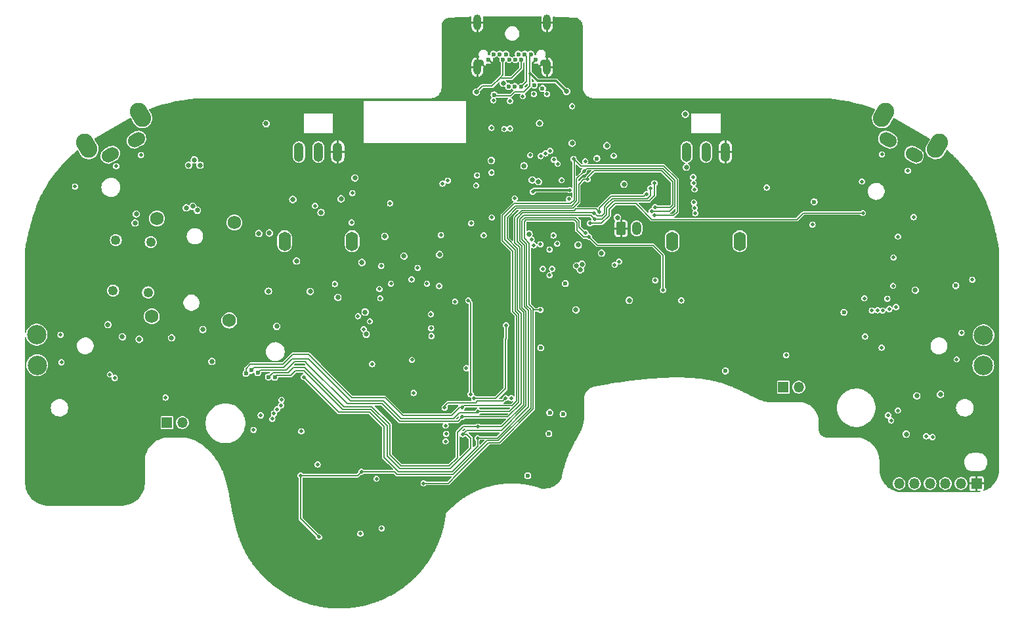
<source format=gbr>
%TF.GenerationSoftware,KiCad,Pcbnew,8.0.2*%
%TF.CreationDate,2024-06-18T23:34:14-07:00*%
%TF.ProjectId,UGC_Main,5547435f-4d61-4696-9e2e-6b696361645f,rev?*%
%TF.SameCoordinates,Original*%
%TF.FileFunction,Copper,L3,Inr*%
%TF.FilePolarity,Positive*%
%FSLAX46Y46*%
G04 Gerber Fmt 4.6, Leading zero omitted, Abs format (unit mm)*
G04 Created by KiCad (PCBNEW 8.0.2) date 2024-06-18 23:34:14*
%MOMM*%
%LPD*%
G01*
G04 APERTURE LIST*
G04 Aperture macros list*
%AMRoundRect*
0 Rectangle with rounded corners*
0 $1 Rounding radius*
0 $2 $3 $4 $5 $6 $7 $8 $9 X,Y pos of 4 corners*
0 Add a 4 corners polygon primitive as box body*
4,1,4,$2,$3,$4,$5,$6,$7,$8,$9,$2,$3,0*
0 Add four circle primitives for the rounded corners*
1,1,$1+$1,$2,$3*
1,1,$1+$1,$4,$5*
1,1,$1+$1,$6,$7*
1,1,$1+$1,$8,$9*
0 Add four rect primitives between the rounded corners*
20,1,$1+$1,$2,$3,$4,$5,0*
20,1,$1+$1,$4,$5,$6,$7,0*
20,1,$1+$1,$6,$7,$8,$9,0*
20,1,$1+$1,$8,$9,$2,$3,0*%
%AMHorizOval*
0 Thick line with rounded ends*
0 $1 width*
0 $2 $3 position (X,Y) of the first rounded end (center of the circle)*
0 $4 $5 position (X,Y) of the second rounded end (center of the circle)*
0 Add line between two ends*
20,1,$1,$2,$3,$4,$5,0*
0 Add two circle primitives to create the rounded ends*
1,1,$1,$2,$3*
1,1,$1,$4,$5*%
G04 Aperture macros list end*
%TA.AperFunction,ComponentPad*%
%ADD10R,1.350000X1.350000*%
%TD*%
%TA.AperFunction,ComponentPad*%
%ADD11O,1.350000X1.350000*%
%TD*%
%TA.AperFunction,ComponentPad*%
%ADD12C,1.750000*%
%TD*%
%TA.AperFunction,ComponentPad*%
%ADD13C,1.250000*%
%TD*%
%TA.AperFunction,ComponentPad*%
%ADD14HorizOval,2.250000X-0.250000X0.433013X0.250000X-0.433013X0*%
%TD*%
%TA.AperFunction,ComponentPad*%
%ADD15HorizOval,1.700000X0.259808X0.150000X-0.259808X-0.150000X0*%
%TD*%
%TA.AperFunction,ComponentPad*%
%ADD16HorizOval,2.250000X-0.250000X-0.433013X0.250000X0.433013X0*%
%TD*%
%TA.AperFunction,ComponentPad*%
%ADD17HorizOval,1.700000X0.259808X-0.150000X-0.259808X0.150000X0*%
%TD*%
%TA.AperFunction,ComponentPad*%
%ADD18O,1.250000X2.500000*%
%TD*%
%TA.AperFunction,HeatsinkPad*%
%ADD19O,1.600000X2.500000*%
%TD*%
%TA.AperFunction,ComponentPad*%
%ADD20RoundRect,0.250000X-0.350000X-0.625000X0.350000X-0.625000X0.350000X0.625000X-0.350000X0.625000X0*%
%TD*%
%TA.AperFunction,ComponentPad*%
%ADD21O,1.200000X1.750000*%
%TD*%
%TA.AperFunction,ComponentPad*%
%ADD22C,0.600000*%
%TD*%
%TA.AperFunction,ComponentPad*%
%ADD23O,1.000000X2.000000*%
%TD*%
%TA.AperFunction,ComponentPad*%
%ADD24C,0.900000*%
%TD*%
%TA.AperFunction,ViaPad*%
%ADD25C,0.600000*%
%TD*%
%TA.AperFunction,ViaPad*%
%ADD26C,0.500000*%
%TD*%
%TA.AperFunction,ViaPad*%
%ADD27C,0.650000*%
%TD*%
%TA.AperFunction,ViaPad*%
%ADD28C,2.500000*%
%TD*%
%TA.AperFunction,Conductor*%
%ADD29C,0.200000*%
%TD*%
%TA.AperFunction,Conductor*%
%ADD30C,0.300000*%
%TD*%
%TA.AperFunction,Conductor*%
%ADD31C,0.150000*%
%TD*%
G04 APERTURE END LIST*
D10*
%TO.N,Net-(D4A-A)*%
%TO.C,J8*%
X253457200Y-131775200D03*
D11*
%TO.N,G*%
X255457200Y-131775200D03*
%TD*%
D12*
%TO.N,*%
%TO.C,SW6*%
X172671539Y-110006388D03*
X172009489Y-122639052D03*
X182657835Y-110529748D03*
X181995785Y-123162412D03*
D13*
%TO.N,H*%
X171861497Y-113043156D03*
X171521313Y-119534248D03*
%TO.N,Net-(D11B-A)*%
X167367664Y-112807644D03*
X167027480Y-119298736D03*
%TD*%
D14*
%TO.N,*%
%TO.C,SW7*%
X163618112Y-100644336D03*
X170546316Y-96644336D03*
D15*
%TO.N,H*%
X166643465Y-101784400D03*
%TO.N,Net-(D11A-A)*%
X170020963Y-99834400D03*
%TD*%
D16*
%TO.N,*%
%TO.C,SW8*%
X266420998Y-96644336D03*
X273349202Y-100644336D03*
D17*
%TO.N,G*%
X266946351Y-99834400D03*
%TO.N,Net-(D5B-A)*%
X270323849Y-101784400D03*
%TD*%
D10*
%TO.N,GND*%
%TO.C,J4*%
X278380200Y-144195800D03*
D11*
%TO.N,RS_B_IN*%
X276380200Y-144195800D03*
%TO.N,RS_B_OUT*%
X274380200Y-144195800D03*
%TO.N,RY*%
X272380200Y-144195800D03*
%TO.N,RX*%
X270380200Y-144195800D03*
%TO.N,+3V3*%
X268380200Y-144195800D03*
%TD*%
D10*
%TO.N,Net-(D11B-A)*%
%TO.C,J9*%
X173955200Y-136347200D03*
D11*
%TO.N,H*%
X175955200Y-136347200D03*
%TD*%
D18*
%TO.N,+3V3*%
%TO.C,RV2*%
X243483657Y-101434400D03*
%TO.N,ZR_ANALOG*%
X240983657Y-101434400D03*
%TO.N,GND*%
X245983657Y-101434400D03*
D19*
%TO.N,N/C*%
X247833657Y-112934400D03*
X239133657Y-112934400D03*
%TD*%
D20*
%TO.N,GND*%
%TO.C,B1*%
X232547596Y-111285471D03*
D21*
%TO.N,BATTERY_POS*%
X234547596Y-111285471D03*
%TD*%
D22*
%TO.N,GND*%
%TO.C,J5*%
X221533635Y-89504400D03*
%TO.N,+3V3_PRE*%
X220883635Y-88804400D03*
%TO.N,N_CLOCK*%
X220083635Y-88804400D03*
%TO.N,+5V_PRE*%
X219683635Y-89504400D03*
%TO.N,CC2*%
X219283635Y-88804400D03*
%TO.N,D+*%
X218883635Y-89504400D03*
%TO.N,D-*%
X218083635Y-89504400D03*
%TO.N,unconnected-(J5-SBU2-PadB8)*%
X217683635Y-88804400D03*
%TO.N,+5V_PRE*%
X217283635Y-89504400D03*
%TO.N,N_LATCH*%
X216883635Y-88804400D03*
%TO.N,N_DATA*%
X216083635Y-88804400D03*
%TO.N,GND*%
X215433635Y-89504400D03*
D23*
X213983635Y-84704400D03*
D24*
X214433635Y-89904400D03*
D23*
X213983635Y-90454400D03*
X222983635Y-84704400D03*
D24*
X222533635Y-89904400D03*
D23*
X222983635Y-90454400D03*
%TD*%
D18*
%TO.N,+3V3*%
%TO.C,RV1*%
X193483657Y-101434400D03*
%TO.N,ZL_ANALOG*%
X190983657Y-101434400D03*
%TO.N,GND*%
X195983657Y-101434400D03*
D19*
%TO.N,N/C*%
X197833657Y-112934400D03*
X189133657Y-112934400D03*
%TD*%
D25*
%TO.N,E*%
X187867610Y-130476935D03*
%TO.N,D*%
X187045600Y-130454400D03*
%TO.N,C*%
X185674000Y-129895600D03*
%TO.N,B*%
X184810400Y-129590800D03*
%TO.N,A*%
X184150000Y-129997200D03*
%TO.N,GND*%
X215140000Y-94050000D03*
D26*
X256583498Y-120742670D03*
X259538908Y-107500400D03*
X214275000Y-110775000D03*
D27*
X218465400Y-100533200D03*
D26*
X260574341Y-107435686D03*
D25*
X218960000Y-94270000D03*
D26*
X207441800Y-119888000D03*
X223545400Y-107416600D03*
X205371744Y-121819656D03*
X214800000Y-110400000D03*
D27*
X229504526Y-118967615D03*
D26*
X208915000Y-109296200D03*
X201930000Y-108483400D03*
X267309600Y-137566400D03*
X218328641Y-112035674D03*
X259797767Y-106529682D03*
X228449022Y-116721319D03*
D27*
X275361400Y-142392400D03*
D26*
X209194400Y-115849400D03*
X208000600Y-123342400D03*
D27*
X227748754Y-118990566D03*
X217830400Y-99923600D03*
D26*
X230632000Y-119405400D03*
X253022161Y-106650220D03*
D27*
%TO.N,LX*%
X196011800Y-120192800D03*
X179755800Y-128447800D03*
%TO.N,LY*%
X190677800Y-115493800D03*
X192430400Y-119430800D03*
D26*
%TO.N,Net-(D4A-A)*%
X266141200Y-126669800D03*
X242112800Y-109321600D03*
X266877800Y-120345200D03*
X267131800Y-121691400D03*
X268249400Y-112344200D03*
X253847600Y-127635000D03*
%TO.N,+1V1*%
X227914200Y-102641400D03*
X225882200Y-106324400D03*
X221132400Y-106553000D03*
D27*
%TO.N,BAT_LVL*%
X232912012Y-105582285D03*
D26*
X202742800Y-108051600D03*
D27*
%TO.N,VBUS_SYS*%
X232054400Y-109880400D03*
X230708200Y-100609400D03*
X233578400Y-120548400D03*
D26*
%TO.N,USB_EN*%
X223399733Y-101264779D03*
X218211400Y-94843600D03*
D25*
%TO.N,BTN_PWR*%
X223215200Y-137769600D03*
X223343093Y-135037482D03*
D26*
X236931200Y-117983000D03*
X223298445Y-117321090D03*
D25*
%TO.N,D+*%
X218020000Y-92960000D03*
%TO.N,D-*%
X218813581Y-92957751D03*
D27*
%TO.N,SL_RGB*%
X185801000Y-111937800D03*
X190195200Y-107543600D03*
%TO.N,Net-(L2-DOUT)*%
X166344600Y-123698000D03*
X170002200Y-109423200D03*
%TO.N,Net-(L3-DOUT)*%
X170383200Y-125577600D03*
X178587400Y-124333000D03*
D26*
%TO.N,LRA_HI*%
X222427800Y-116509800D03*
X223647000Y-116509800D03*
%TO.N,ESP_RTS*%
X200406000Y-128778000D03*
X198602600Y-122605800D03*
%TO.N,ESP_EN*%
X209296000Y-112141000D03*
X197866000Y-106730800D03*
X197764400Y-110515400D03*
X222148400Y-101955600D03*
%TO.N,ESP_DTR*%
X208000600Y-122351800D03*
X205790800Y-132511800D03*
X205562200Y-128244600D03*
D25*
%TO.N,N_LATCH*%
X221334118Y-92802481D03*
%TO.N,N_DATA*%
X222395124Y-93216533D03*
%TO.N,N_CLOCK*%
X219660000Y-92980000D03*
%TO.N,RP_RUN*%
X225348800Y-118389400D03*
X229412800Y-102260400D03*
D26*
X218372572Y-133193850D03*
%TO.N,I2C_SCL*%
X223875600Y-102412800D03*
X215814621Y-104075862D03*
X231701147Y-115982447D03*
%TO.N,I2C_SDA*%
X232284636Y-115562671D03*
X213952178Y-104428552D03*
X224358200Y-102946200D03*
%TO.N,USB_BOOT*%
X214807800Y-112166400D03*
X211124800Y-120726200D03*
D25*
X225040000Y-135250000D03*
D26*
%TO.N,RGB_OUT*%
X220803144Y-101833002D03*
X193040000Y-108356400D03*
%TO.N,SHARED_PU*%
X226212400Y-95504000D03*
X222961200Y-93929200D03*
X221284800Y-93929200D03*
X219860000Y-94230000D03*
%TO.N,USB_SEL*%
X222758000Y-101600000D03*
X216052400Y-94742000D03*
%TO.N,ESP_RX0*%
X209499200Y-105511600D03*
X200124189Y-123260685D03*
%TO.N,ESP_TX0*%
X210185000Y-105105200D03*
X199342763Y-124279937D03*
%TO.N,LADC_CS*%
X221259400Y-113461800D03*
X195630800Y-118465600D03*
%TO.N,SPI_TX*%
X202844400Y-118414800D03*
X207492600Y-118414800D03*
X265607800Y-121843800D03*
X201472800Y-120294400D03*
X224282000Y-113258600D03*
X267360400Y-136067800D03*
%TO.N,SPI_RX*%
X266979400Y-135407400D03*
X209067400Y-118719600D03*
X223314292Y-114001645D03*
X264871200Y-121869200D03*
%TO.N,SPI_CK*%
X223824800Y-112191800D03*
X205511400Y-117856000D03*
X266268200Y-121869200D03*
X268224000Y-134772400D03*
X201366000Y-119105800D03*
D27*
%TO.N,RADC_CS*%
X227004875Y-113428678D03*
X270484600Y-119253000D03*
X273735800Y-132689600D03*
D26*
%TO.N,IMU0_CS*%
X201599800Y-116128800D03*
X220980000Y-112725200D03*
D27*
%TO.N,ZL_ANALOG*%
X221081600Y-105029000D03*
X193827400Y-109220000D03*
%TO.N,ZR_ANALOG*%
X221871218Y-105252081D03*
X240944400Y-103378000D03*
D26*
%TO.N,UART_USB+*%
X217474800Y-98450400D03*
X208076800Y-125164600D03*
%TO.N,UART_USB-*%
X208026000Y-124164600D03*
X218186000Y-98399600D03*
%TO.N,E*%
X212115400Y-137845800D03*
X236321600Y-106121200D03*
X229055724Y-109296201D03*
%TO.N,D*%
X229717600Y-109169200D03*
X235813600Y-106832400D03*
X214045800Y-136855200D03*
D27*
%TO.N,+5V_PRE*%
X213868000Y-93675200D03*
D25*
%TO.N,+3V3_PRE*%
X216165246Y-94049711D03*
D27*
X225500000Y-93610000D03*
D26*
%TO.N,IMU1_CS*%
X222130112Y-113321680D03*
X206280400Y-116382800D03*
%TO.N,Net-(D4B-A)*%
X257225800Y-110794800D03*
X242036600Y-108610400D03*
%TO.N,C*%
X228200164Y-104966757D03*
X212039200Y-135610600D03*
X236920856Y-108544138D03*
%TO.N,Net-(D4C-A)*%
X241935000Y-107924600D03*
X270256000Y-109829600D03*
D27*
%TO.N,VBUS*%
X230004090Y-114479819D03*
X215783138Y-102514294D03*
%TO.N,CC1*%
X217350000Y-92530000D03*
D26*
%TO.N,Net-(D5B-A)*%
X269519400Y-103835200D03*
X241884200Y-105435400D03*
X263601200Y-105232200D03*
%TO.N,Net-(D5A-A)*%
X242011200Y-106248200D03*
X251333000Y-106019600D03*
%TO.N,A*%
X226415600Y-102311200D03*
X236853904Y-109619539D03*
X212013800Y-134391400D03*
%TO.N,B*%
X236474058Y-109051928D03*
X214096600Y-134899400D03*
X227736400Y-103886000D03*
D25*
%TO.N,+3V3*%
X245999000Y-129667000D03*
X222173800Y-126695200D03*
D27*
X209118200Y-114655600D03*
X227279200Y-116611400D03*
D25*
X257429000Y-107848400D03*
D27*
X226796600Y-116128800D03*
X269316200Y-137820400D03*
X177292000Y-108432600D03*
D26*
X215846705Y-109870895D03*
D27*
X168198800Y-125272800D03*
X177495200Y-102438200D03*
X220658568Y-111998972D03*
X188112400Y-123926600D03*
X227500000Y-115900000D03*
X198196200Y-104775000D03*
X186740800Y-97764600D03*
D26*
X215798400Y-98298000D03*
D27*
X199669400Y-124942600D03*
X196418200Y-107467400D03*
D26*
X213842600Y-105740200D03*
D27*
X187045600Y-119380000D03*
D26*
X231586200Y-101911955D03*
D25*
X275717000Y-118668800D03*
D27*
X169849800Y-110583609D03*
X240817400Y-96545400D03*
X199517000Y-122072400D03*
D25*
X220497400Y-143205200D03*
D27*
X176453800Y-108635800D03*
D26*
X225806000Y-107492800D03*
D25*
X261289800Y-122097800D03*
D26*
X213200000Y-110625000D03*
D27*
X220005282Y-103213573D03*
X174548800Y-125399800D03*
X176758600Y-103124000D03*
X199097900Y-115684300D03*
X187172600Y-111861600D03*
X178231800Y-103124000D03*
X222021400Y-97713800D03*
X226212400Y-100279200D03*
X270687800Y-132892800D03*
X202057000Y-112318800D03*
D26*
X224866200Y-105054400D03*
D27*
X177876200Y-108940600D03*
D26*
X218821000Y-107416600D03*
D27*
X204520800Y-114858800D03*
X226718285Y-121785989D03*
D26*
%TO.N,F*%
X191592200Y-130454400D03*
X214020400Y-138328400D03*
X236837529Y-105442522D03*
X229108000Y-110083600D03*
%TO.N,RS_B_OUT*%
X271881600Y-138099800D03*
%TO.N,Net-(D5C-A)*%
X241833400Y-104673400D03*
D28*
X279259600Y-128960400D03*
D26*
X275818600Y-128168400D03*
%TO.N,Net-(D8C-A)*%
X191287400Y-137464800D03*
X187756800Y-135178800D03*
%TO.N,Net-(D8B-A)*%
X187553600Y-135864600D03*
X198907400Y-150672800D03*
%TO.N,Net-(D8A-A)*%
X186053283Y-135403083D03*
X193395600Y-141732000D03*
%TO.N,RS_B_IN*%
X272694400Y-138201400D03*
%TO.N,Net-(D11A-A)*%
X188171967Y-134603702D03*
X162102800Y-105867200D03*
X170611800Y-101803200D03*
%TO.N,Net-(D11B-A)*%
X173786800Y-133096000D03*
X188672392Y-134129273D03*
%TO.N,Net-(D11C-A)*%
X160229000Y-124999200D03*
X188724384Y-133414380D03*
D28*
X157149800Y-124993400D03*
D26*
X167233600Y-130581400D03*
%TO.N,Net-(D12C-A)*%
X209770157Y-134423074D03*
X217652600Y-133172200D03*
%TO.N,Net-(D12A-A)*%
X213588600Y-133223000D03*
X217678000Y-123799600D03*
%TO.N,Net-(D12B-A)*%
X213131400Y-132689600D03*
X212826600Y-120573800D03*
%TO.N,Net-(D13C-A)*%
X240284000Y-120573800D03*
X209905600Y-138760200D03*
%TO.N,Net-(D13A-A)*%
X212572600Y-129311400D03*
X209905600Y-136728200D03*
%TO.N,Net-(D13B-A)*%
X209981800Y-137795000D03*
X200990200Y-143586200D03*
%TO.N,H*%
X191185800Y-143179800D03*
D28*
X157226000Y-128930400D03*
D26*
X227931351Y-111850544D03*
X193573400Y-151104600D03*
X167411400Y-103251000D03*
X199034400Y-142671800D03*
X185115200Y-137287000D03*
X160350200Y-128549400D03*
X166598600Y-130124200D03*
%TO.N,G*%
X263728200Y-109296200D03*
X267614400Y-118694200D03*
D28*
X279273000Y-125069600D03*
D26*
X267995400Y-121437400D03*
X276453600Y-124764800D03*
X264007600Y-125222000D03*
X277825200Y-117906800D03*
X267665200Y-115036600D03*
X228535538Y-110624007D03*
X263906000Y-120294400D03*
X266179300Y-101714300D03*
%TO.N,I*%
X207060800Y-144170400D03*
X228396800Y-112369600D03*
X222118121Y-121793838D03*
X201650600Y-149987000D03*
X237947200Y-119227600D03*
%TD*%
D29*
%TO.N,E*%
X188093345Y-130251200D02*
X187867610Y-130476935D01*
X191617600Y-129641600D02*
X190500000Y-129641600D01*
X189890400Y-130251200D02*
X188093345Y-130251200D01*
X196601600Y-134625600D02*
X191617600Y-129641600D01*
X200220774Y-134625600D02*
X196601600Y-134625600D01*
X202336400Y-140614400D02*
X202336400Y-136741226D01*
X190500000Y-129641600D02*
X189890400Y-130251200D01*
X204012800Y-142290800D02*
X202336400Y-140614400D01*
X202336400Y-136741226D02*
X200220774Y-134625600D01*
X210515200Y-142290800D02*
X204012800Y-142290800D01*
X213156800Y-138379200D02*
X213156800Y-139649200D01*
X212623400Y-137845800D02*
X213156800Y-138379200D01*
X213156800Y-139649200D02*
X210515200Y-142290800D01*
X212115400Y-137845800D02*
X212623400Y-137845800D01*
%TO.N,D*%
X187604400Y-129895600D02*
X187045600Y-130454400D01*
X190246000Y-129235200D02*
X189585600Y-129895600D01*
X191719200Y-129235200D02*
X190246000Y-129235200D01*
X196748400Y-134264400D02*
X191719200Y-129235200D01*
X189585600Y-129895600D02*
X187604400Y-129895600D01*
X200380600Y-134264400D02*
X196748400Y-134264400D01*
X202692000Y-140462000D02*
X202692000Y-136575800D01*
X204170800Y-141940800D02*
X202692000Y-140462000D01*
X210331800Y-141940800D02*
X204170800Y-141940800D01*
X211404200Y-140868400D02*
X210331800Y-141940800D01*
X211404200Y-137642600D02*
X211404200Y-140868400D01*
X212191600Y-136855200D02*
X211404200Y-137642600D01*
X214045800Y-136855200D02*
X212191600Y-136855200D01*
X202692000Y-136575800D02*
X200380600Y-134264400D01*
%TO.N,C*%
X188468000Y-129540000D02*
X186029600Y-129540000D01*
X190398400Y-128473200D02*
X189331600Y-129540000D01*
X189331600Y-129540000D02*
X188468000Y-129540000D01*
X186029600Y-129540000D02*
X185674000Y-129895600D01*
X191770000Y-128473200D02*
X190398400Y-128473200D01*
X191973200Y-128676400D02*
X191770000Y-128473200D01*
%TO.N,B*%
X185216800Y-129184400D02*
X184810400Y-129590800D01*
X189026800Y-129184400D02*
X188620400Y-129184400D01*
X189534800Y-128676400D02*
X189026800Y-129184400D01*
X188620400Y-129184400D02*
X185216800Y-129184400D01*
X190093600Y-128117600D02*
X189534800Y-128676400D01*
X191490600Y-128117600D02*
X190093600Y-128117600D01*
%TO.N,A*%
X184150000Y-129387600D02*
X184150000Y-129997200D01*
X184708800Y-128828800D02*
X184150000Y-129387600D01*
X192252600Y-127558800D02*
X190144400Y-127558800D01*
X197815200Y-133121400D02*
X192252600Y-127558800D01*
X190144400Y-127558800D02*
X188874400Y-128828800D01*
X202082400Y-133121400D02*
X197815200Y-133121400D01*
X204368400Y-135407400D02*
X202082400Y-133121400D01*
X210642200Y-135407400D02*
X204368400Y-135407400D01*
X188874400Y-128828800D02*
X184708800Y-128828800D01*
X211658200Y-134391400D02*
X210642200Y-135407400D01*
X212013800Y-134391400D02*
X211658200Y-134391400D01*
D30*
%TO.N,+1V1*%
X221132400Y-106553000D02*
X221361000Y-106324400D01*
X221361000Y-106324400D02*
X225882200Y-106324400D01*
D29*
%TO.N,N_CLOCK*%
X220340000Y-92300000D02*
X220340000Y-89060765D01*
X219660000Y-92980000D02*
X220340000Y-92300000D01*
X220340000Y-89060765D02*
X220083635Y-88804400D01*
D31*
%TO.N,E*%
X230378000Y-109321600D02*
X230378000Y-108864400D01*
X230225600Y-109474000D02*
X230378000Y-109321600D01*
X219130116Y-109970148D02*
X219834264Y-109266000D01*
X230682800Y-108153200D02*
X231394000Y-107442000D01*
X230022400Y-109677200D02*
X230225600Y-109474000D01*
X230378000Y-108458000D02*
X230682800Y-108153200D01*
X219760800Y-121495736D02*
X219760800Y-113588800D01*
X236321600Y-107035600D02*
X236321600Y-106121200D01*
X212115400Y-137845800D02*
X212598000Y-137363200D01*
X219130116Y-112958116D02*
X219130116Y-109970148D01*
X231952800Y-107442000D02*
X235915200Y-107442000D01*
X235915200Y-107442000D02*
X236321600Y-107035600D01*
X229463600Y-109677200D02*
X230022400Y-109677200D01*
X219834264Y-109266000D02*
X229025523Y-109266000D01*
X229082601Y-109296201D02*
X229463600Y-109677200D01*
X220268800Y-134162800D02*
X220268800Y-122003736D01*
X230378000Y-108864400D02*
X230378000Y-108458000D01*
X229055724Y-109296201D02*
X229082601Y-109296201D01*
X220268800Y-122003736D02*
X219760800Y-121495736D01*
X231394000Y-107442000D02*
X231952800Y-107442000D01*
X229025523Y-109266000D02*
X229055724Y-109296201D01*
X217068400Y-137363200D02*
X220268800Y-134162800D01*
X212598000Y-137363200D02*
X217068400Y-137363200D01*
X219760800Y-113588800D02*
X219130116Y-112958116D01*
%TO.N,D*%
X219964000Y-122123200D02*
X219964000Y-134010400D01*
X226669600Y-108762800D02*
X226466400Y-108966000D01*
X219456000Y-113741200D02*
X219456000Y-121615200D01*
X226466400Y-108966000D02*
X219710000Y-108966000D01*
X219456000Y-121615200D02*
X219964000Y-122123200D01*
X229717600Y-109169200D02*
X229311200Y-108762800D01*
X229311200Y-108762800D02*
X226669600Y-108762800D01*
X219710000Y-108966000D02*
X218824518Y-109851482D01*
X231902000Y-107137200D02*
X235508800Y-107137200D01*
X217119200Y-136855200D02*
X214045800Y-136855200D01*
X231241600Y-107137200D02*
X231902000Y-107137200D01*
X219964000Y-134010400D02*
X217119200Y-136855200D01*
X229920800Y-108458000D02*
X231241600Y-107137200D01*
X229717600Y-108661200D02*
X229920800Y-108458000D01*
X218824518Y-109851482D02*
X218824518Y-113109718D01*
X235508800Y-107137200D02*
X235813600Y-106832400D01*
X229717600Y-109169200D02*
X229717600Y-108661200D01*
X218824518Y-113109718D02*
X219456000Y-113741200D01*
D29*
%TO.N,+5V_PRE*%
X219683635Y-90576365D02*
X218390000Y-91870000D01*
X217283635Y-89504400D02*
X217283635Y-91486365D01*
X215850000Y-92920000D02*
X214623200Y-92920000D01*
X214623200Y-92920000D02*
X213868000Y-93675200D01*
X216900000Y-91870000D02*
X215850000Y-92920000D01*
X218390000Y-91870000D02*
X216900000Y-91870000D01*
X219683635Y-89504400D02*
X219683635Y-90576365D01*
X217283635Y-91486365D02*
X216900000Y-91870000D01*
%TO.N,+3V3_PRE*%
X218260000Y-94150000D02*
X218780000Y-93630000D01*
X216165246Y-94049711D02*
X216265535Y-94150000D01*
X220870000Y-88810000D02*
X220878035Y-88810000D01*
X220740000Y-92920000D02*
X220740000Y-88948035D01*
X220878035Y-88810000D02*
X220883635Y-88804400D01*
D30*
X224120000Y-92230000D02*
X225500000Y-93610000D01*
D29*
X216265535Y-94150000D02*
X218260000Y-94150000D01*
X220740000Y-88948035D02*
X220878035Y-88810000D01*
D30*
X220790187Y-91276657D02*
X220822567Y-91276657D01*
X220822567Y-91276657D02*
X221775910Y-92230000D01*
X221775910Y-92230000D02*
X224120000Y-92230000D01*
D29*
X220030000Y-93630000D02*
X220740000Y-92920000D01*
X218780000Y-93630000D02*
X220030000Y-93630000D01*
D31*
%TO.N,C*%
X219659200Y-122290672D02*
X219151200Y-121782672D01*
X219049600Y-108661200D02*
X226314000Y-108661200D01*
X217906600Y-135610600D02*
X219659200Y-133858000D01*
X229057200Y-103835200D02*
X237744000Y-103835200D01*
X238877062Y-108544138D02*
X236920856Y-108544138D01*
X226314000Y-108661200D02*
X227076000Y-107899200D01*
X239166400Y-108254800D02*
X238877062Y-108544138D01*
X239166400Y-105257600D02*
X239166400Y-108254800D01*
X217830400Y-109880400D02*
X219049600Y-108661200D01*
X219151200Y-121782672D02*
X219151200Y-113893600D01*
D29*
X203987400Y-136169400D02*
X211480400Y-136169400D01*
D31*
X217830400Y-112572800D02*
X217830400Y-109880400D01*
X237744000Y-103835200D02*
X239166400Y-105257600D01*
D29*
X191973200Y-128676400D02*
X197180200Y-133883400D01*
X197180200Y-133883400D02*
X201701400Y-133883400D01*
D31*
X219151200Y-113893600D02*
X217830400Y-112572800D01*
X227076000Y-105562400D02*
X227671643Y-104966757D01*
D29*
X201701400Y-133883400D02*
X203987400Y-136169400D01*
D31*
X219659200Y-133858000D02*
X219659200Y-122290672D01*
X212039200Y-135610600D02*
X217906600Y-135610600D01*
X228200164Y-104692236D02*
X229057200Y-103835200D01*
X227076000Y-107899200D02*
X227076000Y-105562400D01*
X228200164Y-104966757D02*
X228200164Y-104692236D01*
D29*
X211480400Y-136169400D02*
X212039200Y-135610600D01*
D31*
X227671643Y-104966757D02*
X228200164Y-104966757D01*
%TO.N,A*%
X218440000Y-134162800D02*
X219049600Y-133553200D01*
X212013800Y-134391400D02*
X212242400Y-134162800D01*
X217220800Y-112877600D02*
X217220800Y-109575600D01*
X239776000Y-109118400D02*
X239274861Y-109619539D01*
X218744800Y-108051600D02*
X226009200Y-108051600D01*
X219049600Y-133553200D02*
X219049600Y-122529600D01*
X218541600Y-122021600D02*
X218541600Y-114198400D01*
X238048800Y-103225600D02*
X239776000Y-104952800D01*
X212242400Y-134162800D02*
X218440000Y-134162800D01*
X217220800Y-109575600D02*
X218744800Y-108051600D01*
X239274861Y-109619539D02*
X236853904Y-109619539D01*
X226466400Y-102362000D02*
X226415600Y-102311200D01*
X227330000Y-103225600D02*
X238048800Y-103225600D01*
X226009200Y-108051600D02*
X226466400Y-107594400D01*
X226415600Y-102311200D02*
X227330000Y-103225600D01*
X219049600Y-122529600D02*
X218541600Y-122021600D01*
X226466400Y-107594400D02*
X226466400Y-102362000D01*
X218541600Y-114198400D02*
X217220800Y-112877600D01*
X239776000Y-104952800D02*
X239776000Y-109118400D01*
%TO.N,B*%
X217525600Y-109728000D02*
X217525600Y-112725200D01*
X217525600Y-112725200D02*
X218846400Y-114046000D01*
X218846400Y-121902136D02*
X219349600Y-122405336D01*
X226771200Y-104851200D02*
X226771200Y-107746800D01*
X238826472Y-109051928D02*
X236474058Y-109051928D01*
X218897200Y-108356400D02*
X217525600Y-109728000D01*
D29*
X213969600Y-135026400D02*
X211683600Y-135026400D01*
D31*
X227736400Y-103886000D02*
X226771200Y-104851200D01*
X219349600Y-122405336D02*
X219349600Y-133710400D01*
X227736400Y-103886000D02*
X228092000Y-103530400D01*
X226161600Y-108356400D02*
X218897200Y-108356400D01*
X226771200Y-107746800D02*
X226161600Y-108356400D01*
X218846400Y-114046000D02*
X218846400Y-121902136D01*
D29*
X211683600Y-135026400D02*
X210921600Y-135788400D01*
D31*
X237896400Y-103530400D02*
X239471200Y-105105200D01*
X219349600Y-133710400D02*
X218160600Y-134899400D01*
D29*
X192252600Y-128117600D02*
X191490600Y-128117600D01*
D31*
X218160600Y-134899400D02*
X214096600Y-134899400D01*
D29*
X210921600Y-135788400D02*
X204190600Y-135788400D01*
D31*
X228092000Y-103530400D02*
X237896400Y-103530400D01*
D29*
X197637400Y-133502400D02*
X192252600Y-128117600D01*
X201904600Y-133502400D02*
X197637400Y-133502400D01*
X214096600Y-134899400D02*
X213969600Y-135026400D01*
X204190600Y-135788400D02*
X201904600Y-133502400D01*
D31*
X239471200Y-108407200D02*
X238826472Y-109051928D01*
X239471200Y-105105200D02*
X239471200Y-108407200D01*
%TO.N,F*%
X220573600Y-121884272D02*
X220573600Y-134315200D01*
X219441481Y-110083047D02*
X219441481Y-112845217D01*
D29*
X201980800Y-136880600D02*
X201980800Y-140817600D01*
D31*
X220065600Y-113469336D02*
X220065600Y-121376272D01*
D29*
X191592200Y-130454400D02*
X196113400Y-134975600D01*
D31*
X228600000Y-109575600D02*
X219948928Y-109575600D01*
D29*
X203809600Y-142646400D02*
X210718400Y-142646400D01*
D31*
X216560400Y-138328400D02*
X214020400Y-138328400D01*
X230682800Y-108610400D02*
X231546400Y-107746800D01*
D29*
X200075800Y-134975600D02*
X201980800Y-136880600D01*
D31*
X219441481Y-112845217D02*
X220065600Y-113469336D01*
X236118400Y-107746800D02*
X236837529Y-107027671D01*
X231546400Y-107746800D02*
X236118400Y-107746800D01*
D29*
X214020400Y-139344400D02*
X214020400Y-138328400D01*
D31*
X220573600Y-134315200D02*
X216560400Y-138328400D01*
D29*
X201980800Y-140817600D02*
X203809600Y-142646400D01*
D31*
X230682800Y-109474000D02*
X230682800Y-108610400D01*
X219948928Y-109575600D02*
X219441481Y-110083047D01*
X230073200Y-110083600D02*
X230682800Y-109474000D01*
X229108000Y-110083600D02*
X230073200Y-110083600D01*
X229108000Y-110083600D02*
X228600000Y-109575600D01*
D29*
X196113400Y-134975600D02*
X200075800Y-134975600D01*
X210718400Y-142646400D02*
X214020400Y-139344400D01*
D31*
X220065600Y-121376272D02*
X220573600Y-121884272D01*
X236837529Y-107027671D02*
X236837529Y-105442522D01*
D29*
%TO.N,Net-(D12C-A)*%
X217246200Y-133578600D02*
X217652600Y-133172200D01*
X209770157Y-134196643D02*
X210185000Y-133781800D01*
X213995000Y-133578600D02*
X217246200Y-133578600D01*
X213791800Y-133781800D02*
X213995000Y-133578600D01*
X210185000Y-133781800D02*
X213791800Y-133781800D01*
X209770157Y-134423074D02*
X209770157Y-134196643D01*
%TO.N,Net-(D12A-A)*%
X217652600Y-131953000D02*
X216382600Y-133223000D01*
X217678000Y-125476000D02*
X217652600Y-125501400D01*
X217678000Y-123799600D02*
X217678000Y-125476000D01*
X216382600Y-133223000D02*
X213588600Y-133223000D01*
X217652600Y-125501400D02*
X217652600Y-131953000D01*
%TO.N,Net-(D12B-A)*%
X213131400Y-132689600D02*
X213131400Y-120878600D01*
X213131400Y-120878600D02*
X212826600Y-120573800D01*
%TO.N,H*%
X191185800Y-148717000D02*
X193573400Y-151104600D01*
X191185800Y-143179800D02*
X191185800Y-148717000D01*
D31*
X227126800Y-110337600D02*
X227126800Y-111099600D01*
X219752845Y-112717245D02*
X219752845Y-110243955D01*
D29*
X203276200Y-142671800D02*
X203454000Y-142849600D01*
X211277200Y-142595600D02*
X214172800Y-139700000D01*
D31*
X220878400Y-134467600D02*
X220878400Y-121760327D01*
X226669600Y-109880400D02*
X227126800Y-110337600D01*
X227126800Y-111099600D02*
X227877744Y-111850544D01*
X220116400Y-109880400D02*
X226669600Y-109880400D01*
X227877744Y-111850544D02*
X227931351Y-111850544D01*
X220365600Y-113330000D02*
X219752845Y-112717245D01*
X214172800Y-139700000D02*
X215239600Y-138633200D01*
X216712800Y-138633200D02*
X220878400Y-134467600D01*
X220365600Y-121247527D02*
X220365600Y-113330000D01*
D29*
X199034400Y-142671800D02*
X203276200Y-142671800D01*
X203454000Y-142849600D02*
X203606400Y-143002000D01*
X191185800Y-143179800D02*
X198526400Y-143179800D01*
X204571600Y-143002000D02*
X210870800Y-143002000D01*
X203606400Y-143002000D02*
X204571600Y-143002000D01*
D31*
X220878400Y-121760327D02*
X220365600Y-121247527D01*
X219752845Y-110243955D02*
X220116400Y-109880400D01*
X215239600Y-138633200D02*
X216712800Y-138633200D01*
D29*
X198526400Y-143179800D02*
X199034400Y-142671800D01*
X210870800Y-143002000D02*
X211277200Y-142595600D01*
D31*
%TO.N,G*%
X234442000Y-108051600D02*
X236524800Y-110134400D01*
X256057400Y-109296200D02*
X263728200Y-109296200D01*
X236524800Y-110134400D02*
X255219200Y-110134400D01*
X255219200Y-110134400D02*
X256057400Y-109296200D01*
X230987600Y-109626400D02*
X230987600Y-108813600D01*
X228535538Y-110624007D02*
X229989993Y-110624007D01*
X229989993Y-110624007D02*
X230987600Y-109626400D01*
X231749600Y-108051600D02*
X234442000Y-108051600D01*
X230987600Y-108813600D02*
X231749600Y-108051600D01*
%TO.N,I*%
X216824813Y-138945451D02*
X221179939Y-134590325D01*
X237947200Y-114757200D02*
X237947200Y-119227600D01*
X214122000Y-140258800D02*
X215435349Y-138945451D01*
X220273600Y-110180400D02*
X220065600Y-110388400D01*
X226822000Y-111506000D02*
X226822000Y-110490000D01*
D29*
X207060800Y-144170400D02*
X210210400Y-144170400D01*
D31*
X236626400Y-113436400D02*
X237439200Y-114249200D01*
X227685600Y-112369600D02*
X226822000Y-111506000D01*
X229463600Y-113436400D02*
X230936800Y-113436400D01*
X215435349Y-138945451D02*
X216824813Y-138945451D01*
X226512400Y-110180400D02*
X220273600Y-110180400D01*
D29*
X211429600Y-142951200D02*
X214122000Y-140258800D01*
D31*
X228396800Y-112369600D02*
X227685600Y-112369600D01*
X220065600Y-112572800D02*
X220675200Y-113182400D01*
X237439200Y-114249200D02*
X237947200Y-114757200D01*
X230936800Y-113436400D02*
X236626400Y-113436400D01*
X226822000Y-110490000D02*
X226512400Y-110180400D01*
X220065600Y-110388400D02*
X220065600Y-112572800D01*
X220675200Y-121132863D02*
X221336175Y-121793838D01*
X220675200Y-113182400D02*
X220675200Y-121132863D01*
X228396800Y-112369600D02*
X229463600Y-113436400D01*
D29*
X210210400Y-144170400D02*
X211429600Y-142951200D01*
D31*
X221336175Y-121793838D02*
X222118121Y-121793838D01*
X221179939Y-134590325D02*
X221179939Y-121637603D01*
%TD*%
%TA.AperFunction,Conductor*%
%TO.N,GND*%
G36*
X219344069Y-108908374D02*
G01*
X219365743Y-108960700D01*
X219344069Y-109013025D01*
X219001755Y-109355339D01*
X218696783Y-109660311D01*
X218633347Y-109723747D01*
X218633346Y-109723749D01*
X218624520Y-109745058D01*
X218599017Y-109806627D01*
X218599017Y-109904948D01*
X218599018Y-109904957D01*
X218599018Y-112843861D01*
X218577344Y-112896187D01*
X218525018Y-112917861D01*
X218472692Y-112896187D01*
X218077574Y-112501069D01*
X218055900Y-112448743D01*
X218055900Y-110004457D01*
X218077574Y-109952131D01*
X219121331Y-108908374D01*
X219173657Y-108886700D01*
X219291743Y-108886700D01*
X219344069Y-108908374D01*
G37*
%TD.AperFunction*%
%TA.AperFunction,Conductor*%
G36*
X218599342Y-83889145D02*
G01*
X218599367Y-83889156D01*
X218599368Y-83889146D01*
X218599434Y-83889146D01*
X218715114Y-83889210D01*
X218715140Y-83889222D01*
X218715141Y-83889211D01*
X218715255Y-83889211D01*
X218830943Y-83889321D01*
X218830971Y-83889333D01*
X218830972Y-83889322D01*
X218831138Y-83889322D01*
X218946826Y-83889480D01*
X218946854Y-83889492D01*
X218946855Y-83889481D01*
X218947075Y-83889481D01*
X219062756Y-83889688D01*
X219062785Y-83889701D01*
X219062786Y-83889689D01*
X219063065Y-83889689D01*
X219178730Y-83889946D01*
X219178761Y-83889960D01*
X219178762Y-83889947D01*
X219179105Y-83889947D01*
X219294745Y-83890258D01*
X219294776Y-83890272D01*
X219294777Y-83890259D01*
X219295188Y-83890260D01*
X219410793Y-83890623D01*
X219410827Y-83890638D01*
X219410828Y-83890624D01*
X219526909Y-83891046D01*
X219642981Y-83891525D01*
X219643016Y-83891540D01*
X219643017Y-83891526D01*
X219759108Y-83892064D01*
X219759145Y-83892080D01*
X219759146Y-83892065D01*
X219759903Y-83892068D01*
X219875256Y-83892665D01*
X219875295Y-83892682D01*
X219875296Y-83892666D01*
X219991417Y-83893329D01*
X219991456Y-83893346D01*
X219991457Y-83893330D01*
X220107629Y-83894059D01*
X220223762Y-83894853D01*
X220223804Y-83894871D01*
X220223805Y-83894854D01*
X220339938Y-83895717D01*
X220339981Y-83895735D01*
X220339982Y-83895718D01*
X220456155Y-83896652D01*
X220572274Y-83897656D01*
X220572319Y-83897675D01*
X220572320Y-83897657D01*
X220688473Y-83898736D01*
X220804562Y-83899890D01*
X220804608Y-83899910D01*
X220804609Y-83899891D01*
X220920724Y-83901122D01*
X221036764Y-83902432D01*
X221036813Y-83902453D01*
X221036814Y-83902433D01*
X221152874Y-83903824D01*
X221268900Y-83905297D01*
X221384833Y-83906853D01*
X221384887Y-83906876D01*
X221384888Y-83906854D01*
X221500834Y-83908497D01*
X221616732Y-83910227D01*
X221732579Y-83912047D01*
X221848311Y-83913956D01*
X221848369Y-83913981D01*
X221848370Y-83913957D01*
X221964102Y-83915961D01*
X221964103Y-83915961D01*
X222186700Y-83920092D01*
X222238615Y-83942733D01*
X222259314Y-83995452D01*
X222257905Y-84008515D01*
X222233635Y-84130531D01*
X222233635Y-84579400D01*
X222683635Y-84579400D01*
X222683635Y-84829400D01*
X222233635Y-84829400D01*
X222233635Y-85278268D01*
X222262455Y-85423160D01*
X222262457Y-85423167D01*
X222318992Y-85559654D01*
X222401071Y-85682496D01*
X222505538Y-85786963D01*
X222628380Y-85869042D01*
X222764867Y-85925577D01*
X222764874Y-85925579D01*
X222858634Y-85944229D01*
X222858635Y-85944228D01*
X222858635Y-85428642D01*
X222867839Y-85433956D01*
X222944139Y-85454400D01*
X223023131Y-85454400D01*
X223099431Y-85433956D01*
X223108635Y-85428642D01*
X223108635Y-85944229D01*
X223202395Y-85925579D01*
X223202402Y-85925577D01*
X223338889Y-85869042D01*
X223461731Y-85786963D01*
X223461733Y-85786962D01*
X223566197Y-85682498D01*
X223566198Y-85682496D01*
X223648277Y-85559654D01*
X223704812Y-85423167D01*
X223704814Y-85423160D01*
X223733635Y-85278268D01*
X223733635Y-84829400D01*
X223283635Y-84829400D01*
X223283635Y-84579400D01*
X223733635Y-84579400D01*
X223733635Y-84130532D01*
X223717610Y-84049970D01*
X223728659Y-83994421D01*
X223775751Y-83962955D01*
X223792613Y-83961573D01*
X223854912Y-83963623D01*
X223973331Y-83967652D01*
X223973368Y-83967653D01*
X223973415Y-83967655D01*
X223979099Y-83967854D01*
X224091641Y-83971812D01*
X224091724Y-83971851D01*
X224091726Y-83971816D01*
X224096854Y-83972002D01*
X224210012Y-83976114D01*
X224210096Y-83976153D01*
X224210098Y-83976118D01*
X224216457Y-83976356D01*
X224328359Y-83980555D01*
X224328445Y-83980595D01*
X224328447Y-83980559D01*
X224446769Y-83985141D01*
X224446768Y-83985142D01*
X224446824Y-83985143D01*
X224565065Y-83989868D01*
X224565064Y-83989869D01*
X224565117Y-83989870D01*
X224683332Y-83994740D01*
X224683331Y-83994741D01*
X224683380Y-83994742D01*
X224801476Y-83999755D01*
X224801567Y-83999797D01*
X224801569Y-83999759D01*
X224919681Y-84004924D01*
X224919774Y-84004967D01*
X224919776Y-84004929D01*
X225037856Y-84010246D01*
X225037950Y-84010290D01*
X225037952Y-84010251D01*
X225156094Y-84015726D01*
X225156093Y-84015727D01*
X225156152Y-84015728D01*
X225274203Y-84021358D01*
X225274202Y-84021359D01*
X225274256Y-84021360D01*
X225392276Y-84027148D01*
X225510211Y-84033092D01*
X225510310Y-84033139D01*
X225510313Y-84033098D01*
X225628312Y-84039211D01*
X225628311Y-84039213D01*
X225628394Y-84039215D01*
X225746115Y-84045479D01*
X225746269Y-84045553D01*
X225746273Y-84045488D01*
X225982074Y-84058545D01*
X225982073Y-84058548D01*
X225982198Y-84058552D01*
X226084290Y-84064412D01*
X226186099Y-84070373D01*
X226186183Y-84070414D01*
X226186186Y-84070379D01*
X226194361Y-84070867D01*
X226287685Y-84076443D01*
X226287770Y-84076485D01*
X226287773Y-84076449D01*
X226389058Y-84082623D01*
X226389057Y-84082625D01*
X226389125Y-84082627D01*
X226490050Y-84088904D01*
X226628919Y-84097749D01*
X226632991Y-84098122D01*
X226735749Y-84110440D01*
X226743709Y-84111840D01*
X226841193Y-84134544D01*
X226851068Y-84137585D01*
X227000169Y-84195195D01*
X227009530Y-84199587D01*
X227097160Y-84248458D01*
X227104007Y-84252784D01*
X227185566Y-84310792D01*
X227193556Y-84317362D01*
X227309711Y-84427349D01*
X227316544Y-84434766D01*
X227375061Y-84507683D01*
X227379489Y-84513818D01*
X227430265Y-84592344D01*
X227434970Y-84600783D01*
X227442770Y-84617209D01*
X227499015Y-84735660D01*
X227502583Y-84744648D01*
X227531396Y-84833817D01*
X227533351Y-84841126D01*
X227552865Y-84932568D01*
X227554261Y-84942129D01*
X227566283Y-85092866D01*
X227566517Y-85098749D01*
X227566517Y-92997205D01*
X227568701Y-93115056D01*
X227568702Y-93115073D01*
X227584764Y-93216485D01*
X227598262Y-93301713D01*
X227605583Y-93347933D01*
X227678433Y-93572148D01*
X227678435Y-93572152D01*
X227785467Y-93782215D01*
X227910639Y-93954500D01*
X227924045Y-93972951D01*
X228090754Y-94139659D01*
X228215099Y-94230000D01*
X228252602Y-94257248D01*
X228281489Y-94278235D01*
X228446599Y-94362361D01*
X228491555Y-94385267D01*
X228491560Y-94385269D01*
X228689181Y-94449478D01*
X228715777Y-94458120D01*
X228948636Y-94494999D01*
X228976372Y-94495514D01*
X229066504Y-94497189D01*
X229066517Y-94497189D01*
X257941451Y-94497189D01*
X257941853Y-94497189D01*
X258375436Y-94499550D01*
X258378218Y-94499618D01*
X259244747Y-94537347D01*
X259247879Y-94537552D01*
X260111774Y-94612924D01*
X260114908Y-94613267D01*
X260974644Y-94726139D01*
X260977814Y-94726625D01*
X261831852Y-94876793D01*
X261834974Y-94877413D01*
X262681631Y-95064581D01*
X262684747Y-95065341D01*
X263522475Y-95289166D01*
X263525524Y-95290052D01*
X264352773Y-95550121D01*
X264355781Y-95551140D01*
X265170885Y-95846931D01*
X265173821Y-95848069D01*
X265284763Y-95893883D01*
X265324851Y-95933886D01*
X265324913Y-95990523D01*
X265320601Y-95999278D01*
X265016191Y-96526531D01*
X264944243Y-96713962D01*
X264902500Y-96910345D01*
X264902500Y-96910347D01*
X264902500Y-96910348D01*
X264894613Y-97060857D01*
X264891993Y-97110844D01*
X264912978Y-97310506D01*
X264964941Y-97504439D01*
X264997898Y-97578460D01*
X265046601Y-97687847D01*
X265155947Y-97856225D01*
X265290287Y-98005425D01*
X265446313Y-98131773D01*
X265620183Y-98232157D01*
X265807616Y-98304105D01*
X266003997Y-98345847D01*
X266204491Y-98356354D01*
X266404158Y-98335368D01*
X266598086Y-98283406D01*
X266781496Y-98201746D01*
X266949874Y-98092400D01*
X267099074Y-97958060D01*
X267225422Y-97802034D01*
X267637558Y-97088192D01*
X267682489Y-97053716D01*
X267738203Y-97060857D01*
X267916769Y-97162330D01*
X267917055Y-97162493D01*
X272333702Y-99704021D01*
X272368244Y-99748904D01*
X272360932Y-99805067D01*
X272360879Y-99805159D01*
X271944395Y-100526531D01*
X271872447Y-100713962D01*
X271830704Y-100910345D01*
X271830704Y-100910347D01*
X271830704Y-100910348D01*
X271822775Y-101061659D01*
X271820197Y-101110844D01*
X271841182Y-101310506D01*
X271893145Y-101504439D01*
X271974801Y-101687839D01*
X271974805Y-101687847D01*
X272084151Y-101856225D01*
X272218491Y-102005425D01*
X272374517Y-102131773D01*
X272548387Y-102232157D01*
X272735820Y-102304105D01*
X272932201Y-102345847D01*
X273132695Y-102356354D01*
X273332362Y-102335368D01*
X273526290Y-102283406D01*
X273709700Y-102201746D01*
X273878078Y-102092400D01*
X274027278Y-101958060D01*
X274153626Y-101802034D01*
X274510151Y-101184512D01*
X274555083Y-101150036D01*
X274611236Y-101157428D01*
X274623386Y-101166194D01*
X274728659Y-101259728D01*
X274805266Y-101328653D01*
X274848848Y-101367865D01*
X274849194Y-101368178D01*
X274967474Y-101475956D01*
X274968707Y-101477079D01*
X274969046Y-101477389D01*
X275022046Y-101526308D01*
X275087968Y-101587152D01*
X275088305Y-101587465D01*
X275123500Y-101620374D01*
X275206609Y-101698083D01*
X275206962Y-101698415D01*
X275324754Y-101810010D01*
X275324921Y-101810170D01*
X275424433Y-101905708D01*
X275441988Y-101922562D01*
X275442306Y-101922869D01*
X275549475Y-102027153D01*
X275558660Y-102036090D01*
X275558973Y-102036397D01*
X275646733Y-102122966D01*
X275674515Y-102150371D01*
X275674878Y-102150731D01*
X275789741Y-102265612D01*
X275790106Y-102265980D01*
X275904020Y-102381519D01*
X275904388Y-102381894D01*
X276017672Y-102498437D01*
X276018042Y-102498821D01*
X276130388Y-102616077D01*
X276130692Y-102616397D01*
X276217047Y-102707856D01*
X276242139Y-102734430D01*
X276242463Y-102734776D01*
X276301695Y-102798446D01*
X276353027Y-102853625D01*
X276353405Y-102854034D01*
X276381719Y-102884932D01*
X276442509Y-102951272D01*
X276463024Y-102973659D01*
X276463379Y-102974050D01*
X276468016Y-102979188D01*
X276572031Y-103094453D01*
X276572413Y-103094880D01*
X276679948Y-103215917D01*
X276680333Y-103216353D01*
X276786950Y-103338275D01*
X276787338Y-103338722D01*
X276892916Y-103461420D01*
X276893276Y-103461842D01*
X276997727Y-103585241D01*
X276997979Y-103585542D01*
X277084160Y-103689073D01*
X277101367Y-103709744D01*
X277101741Y-103710198D01*
X277132523Y-103747813D01*
X277203845Y-103834967D01*
X277204242Y-103835456D01*
X277305237Y-103961034D01*
X277305624Y-103961520D01*
X277394134Y-104073543D01*
X277405283Y-104087653D01*
X277405662Y-104088136D01*
X277504096Y-104214992D01*
X277504699Y-104215780D01*
X277652727Y-104411942D01*
X277698066Y-104472023D01*
X277698643Y-104472799D01*
X277779719Y-104583211D01*
X277780064Y-104583684D01*
X277859443Y-104693596D01*
X277859783Y-104694072D01*
X277937078Y-104802900D01*
X277937386Y-104803336D01*
X278012985Y-104911577D01*
X278013234Y-104911938D01*
X278086909Y-105019218D01*
X278087236Y-105019697D01*
X278158996Y-105125965D01*
X278159319Y-105126448D01*
X278229354Y-105231937D01*
X278229643Y-105232375D01*
X278297987Y-105337083D01*
X278298234Y-105337465D01*
X278364864Y-105441305D01*
X278365171Y-105441787D01*
X278375650Y-105458399D01*
X278430029Y-105544606D01*
X278430256Y-105544970D01*
X278493466Y-105646908D01*
X278493763Y-105647389D01*
X278555421Y-105748542D01*
X278555711Y-105749024D01*
X278615745Y-105849218D01*
X278616030Y-105849697D01*
X278674443Y-105948872D01*
X278674722Y-105949349D01*
X278731710Y-106047779D01*
X278731982Y-106048253D01*
X278787447Y-106145706D01*
X278787714Y-106146179D01*
X278841751Y-106242762D01*
X278842010Y-106243229D01*
X278894640Y-106338912D01*
X278894892Y-106339375D01*
X278946061Y-106433994D01*
X278946308Y-106434454D01*
X278996273Y-106528423D01*
X278996512Y-106528876D01*
X279045057Y-106621720D01*
X279045289Y-106622167D01*
X279092631Y-106714230D01*
X279092805Y-106714572D01*
X279138930Y-106805764D01*
X279139061Y-106806026D01*
X279183936Y-106896213D01*
X279184247Y-106896846D01*
X279270485Y-107074384D01*
X279270875Y-107075200D01*
X279352553Y-107248716D01*
X279353075Y-107249849D01*
X279504568Y-107586282D01*
X279505032Y-107587334D01*
X279574311Y-107747801D01*
X279574594Y-107748466D01*
X279642611Y-107910341D01*
X279642886Y-107911004D01*
X279709722Y-108074491D01*
X279709987Y-108075149D01*
X279775583Y-108240097D01*
X279775839Y-108240749D01*
X279840379Y-108407622D01*
X279840624Y-108408264D01*
X279868244Y-108481701D01*
X279891727Y-108544138D01*
X279903985Y-108576728D01*
X279904221Y-108577364D01*
X279966615Y-108747981D01*
X279966839Y-108748604D01*
X280028167Y-108921079D01*
X280028382Y-108921692D01*
X280088752Y-109096315D01*
X280088957Y-109096914D01*
X280148495Y-109274022D01*
X280148689Y-109274609D01*
X280207304Y-109453914D01*
X280207488Y-109454486D01*
X280265260Y-109636194D01*
X280265435Y-109636750D01*
X280322494Y-109821242D01*
X280322659Y-109821783D01*
X280378948Y-110008837D01*
X280379104Y-110009361D01*
X280434777Y-110199447D01*
X280434923Y-110199955D01*
X280489880Y-110392685D01*
X280490018Y-110393175D01*
X280544400Y-110588986D01*
X280544530Y-110589458D01*
X280598432Y-110788648D01*
X280598553Y-110789103D01*
X280651882Y-110991270D01*
X280651996Y-110991707D01*
X280704886Y-111197283D01*
X280704993Y-111197702D01*
X280757560Y-111407088D01*
X280771094Y-111462300D01*
X280809733Y-111619936D01*
X280809826Y-111620318D01*
X280809903Y-111620638D01*
X280861696Y-111836908D01*
X280913325Y-112057432D01*
X280915401Y-112066498D01*
X280964684Y-112281682D01*
X280964759Y-112282012D01*
X280967850Y-112295797D01*
X281015933Y-112510257D01*
X281067005Y-112742775D01*
X281117982Y-112979510D01*
X281144763Y-113106270D01*
X281168911Y-113220571D01*
X281168966Y-113220837D01*
X281219781Y-113465801D01*
X281219857Y-113466169D01*
X281320400Y-113963542D01*
X281321867Y-113978204D01*
X281321867Y-142316008D01*
X281321860Y-142317001D01*
X281319657Y-142481166D01*
X281319199Y-142488458D01*
X281282377Y-142815282D01*
X281280987Y-142823463D01*
X281207913Y-143143623D01*
X281205615Y-143151597D01*
X281097161Y-143461545D01*
X281093986Y-143469212D01*
X280951502Y-143765084D01*
X280947488Y-143772347D01*
X280772775Y-144050401D01*
X280767973Y-144057169D01*
X280563227Y-144313913D01*
X280557697Y-144320101D01*
X280325492Y-144552304D01*
X280319304Y-144557834D01*
X280062558Y-144762581D01*
X280055790Y-144767383D01*
X279777736Y-144942094D01*
X279770473Y-144946108D01*
X279474608Y-145088587D01*
X279466941Y-145091762D01*
X279338251Y-145136792D01*
X279281703Y-145133617D01*
X279243964Y-145091385D01*
X279247139Y-145034837D01*
X279252283Y-145025832D01*
X279290694Y-144968345D01*
X279305200Y-144895422D01*
X279305200Y-144320800D01*
X278760817Y-144320800D01*
X278780200Y-144248461D01*
X278780200Y-144143139D01*
X278760817Y-144070800D01*
X279305200Y-144070800D01*
X279305200Y-143496177D01*
X279290694Y-143423254D01*
X279235440Y-143340560D01*
X279235439Y-143340559D01*
X279152745Y-143285305D01*
X279079822Y-143270800D01*
X278505200Y-143270800D01*
X278505200Y-143815182D01*
X278432861Y-143795800D01*
X278327539Y-143795800D01*
X278255200Y-143815182D01*
X278255200Y-143270800D01*
X277680578Y-143270800D01*
X277607654Y-143285305D01*
X277524960Y-143340559D01*
X277524959Y-143340560D01*
X277469705Y-143423254D01*
X277455200Y-143496177D01*
X277455200Y-144070800D01*
X277999583Y-144070800D01*
X277980200Y-144143139D01*
X277980200Y-144248461D01*
X277999583Y-144320800D01*
X277455200Y-144320800D01*
X277455200Y-144895422D01*
X277469705Y-144968345D01*
X277524959Y-145051039D01*
X277524960Y-145051040D01*
X277607654Y-145106294D01*
X277680578Y-145120800D01*
X278255200Y-145120800D01*
X278255200Y-144576417D01*
X278327539Y-144595800D01*
X278432861Y-144595800D01*
X278505200Y-144576417D01*
X278505200Y-145120800D01*
X278850259Y-145120800D01*
X278902585Y-145142474D01*
X278924259Y-145194800D01*
X278902585Y-145247126D01*
X278866725Y-145266945D01*
X278828851Y-145275589D01*
X278820670Y-145276979D01*
X278493843Y-145313800D01*
X278486556Y-145314258D01*
X278322386Y-145316473D01*
X278321388Y-145316480D01*
X268841649Y-145316480D01*
X268840638Y-145316473D01*
X268676452Y-145314229D01*
X268669179Y-145313771D01*
X268342351Y-145276952D01*
X268334169Y-145275562D01*
X268014017Y-145202493D01*
X268006043Y-145200196D01*
X267696081Y-145091740D01*
X267688414Y-145088564D01*
X267392550Y-144946088D01*
X267385287Y-144942074D01*
X267107234Y-144767364D01*
X267100466Y-144762562D01*
X266843722Y-144557818D01*
X266837534Y-144552288D01*
X266605325Y-144320082D01*
X266599796Y-144313894D01*
X266589981Y-144301587D01*
X266505619Y-144195800D01*
X267550153Y-144195800D01*
X267568196Y-144367463D01*
X267568293Y-144368381D01*
X267621911Y-144533405D01*
X267621916Y-144533415D01*
X267708675Y-144683685D01*
X267708678Y-144683690D01*
X267824792Y-144812647D01*
X267965169Y-144914638D01*
X267965176Y-144914642D01*
X268123701Y-144985222D01*
X268293436Y-145021300D01*
X268293437Y-145021300D01*
X268466963Y-145021300D01*
X268466964Y-145021300D01*
X268636699Y-144985222D01*
X268795224Y-144914642D01*
X268824222Y-144893574D01*
X268935607Y-144812647D01*
X268935606Y-144812647D01*
X268935610Y-144812645D01*
X269051722Y-144683689D01*
X269138486Y-144533411D01*
X269192108Y-144368376D01*
X269210247Y-144195800D01*
X269550153Y-144195800D01*
X269568196Y-144367463D01*
X269568293Y-144368381D01*
X269621911Y-144533405D01*
X269621916Y-144533415D01*
X269708675Y-144683685D01*
X269708678Y-144683690D01*
X269824792Y-144812647D01*
X269965169Y-144914638D01*
X269965176Y-144914642D01*
X270123701Y-144985222D01*
X270293436Y-145021300D01*
X270293437Y-145021300D01*
X270466963Y-145021300D01*
X270466964Y-145021300D01*
X270636699Y-144985222D01*
X270795224Y-144914642D01*
X270824222Y-144893574D01*
X270935607Y-144812647D01*
X270935606Y-144812647D01*
X270935610Y-144812645D01*
X271051722Y-144683689D01*
X271138486Y-144533411D01*
X271192108Y-144368376D01*
X271210247Y-144195800D01*
X271550153Y-144195800D01*
X271568196Y-144367463D01*
X271568293Y-144368381D01*
X271621911Y-144533405D01*
X271621916Y-144533415D01*
X271708675Y-144683685D01*
X271708678Y-144683690D01*
X271824792Y-144812647D01*
X271965169Y-144914638D01*
X271965176Y-144914642D01*
X272123701Y-144985222D01*
X272293436Y-145021300D01*
X272293437Y-145021300D01*
X272466963Y-145021300D01*
X272466964Y-145021300D01*
X272636699Y-144985222D01*
X272795224Y-144914642D01*
X272824222Y-144893574D01*
X272935607Y-144812647D01*
X272935606Y-144812647D01*
X272935610Y-144812645D01*
X273051722Y-144683689D01*
X273138486Y-144533411D01*
X273192108Y-144368376D01*
X273210247Y-144195800D01*
X273550153Y-144195800D01*
X273568196Y-144367463D01*
X273568293Y-144368381D01*
X273621911Y-144533405D01*
X273621916Y-144533415D01*
X273708675Y-144683685D01*
X273708678Y-144683690D01*
X273824792Y-144812647D01*
X273965169Y-144914638D01*
X273965176Y-144914642D01*
X274123701Y-144985222D01*
X274293436Y-145021300D01*
X274293437Y-145021300D01*
X274466963Y-145021300D01*
X274466964Y-145021300D01*
X274636699Y-144985222D01*
X274795224Y-144914642D01*
X274824222Y-144893574D01*
X274935607Y-144812647D01*
X274935606Y-144812647D01*
X274935610Y-144812645D01*
X275051722Y-144683689D01*
X275138486Y-144533411D01*
X275192108Y-144368376D01*
X275210247Y-144195800D01*
X275550153Y-144195800D01*
X275568196Y-144367463D01*
X275568293Y-144368381D01*
X275621911Y-144533405D01*
X275621916Y-144533415D01*
X275708675Y-144683685D01*
X275708678Y-144683690D01*
X275824792Y-144812647D01*
X275965169Y-144914638D01*
X275965176Y-144914642D01*
X276123701Y-144985222D01*
X276293436Y-145021300D01*
X276293437Y-145021300D01*
X276466963Y-145021300D01*
X276466964Y-145021300D01*
X276636699Y-144985222D01*
X276795224Y-144914642D01*
X276824222Y-144893574D01*
X276935607Y-144812647D01*
X276935606Y-144812647D01*
X276935610Y-144812645D01*
X277051722Y-144683689D01*
X277138486Y-144533411D01*
X277192108Y-144368376D01*
X277210247Y-144195800D01*
X277192108Y-144023224D01*
X277162487Y-143932058D01*
X277138488Y-143858194D01*
X277138483Y-143858184D01*
X277051724Y-143707914D01*
X277051721Y-143707909D01*
X276935607Y-143578952D01*
X276795230Y-143476961D01*
X276795223Y-143476957D01*
X276636700Y-143406378D01*
X276636698Y-143406377D01*
X276503041Y-143377968D01*
X276466964Y-143370300D01*
X276293436Y-143370300D01*
X276263683Y-143376624D01*
X276123701Y-143406377D01*
X276123699Y-143406378D01*
X275965178Y-143476956D01*
X275965173Y-143476959D01*
X275824792Y-143578952D01*
X275708678Y-143707909D01*
X275708675Y-143707914D01*
X275621916Y-143858184D01*
X275621911Y-143858194D01*
X275568293Y-144023218D01*
X275568292Y-144023222D01*
X275568292Y-144023224D01*
X275550153Y-144195800D01*
X275210247Y-144195800D01*
X275192108Y-144023224D01*
X275162487Y-143932058D01*
X275138488Y-143858194D01*
X275138483Y-143858184D01*
X275051724Y-143707914D01*
X275051721Y-143707909D01*
X274935607Y-143578952D01*
X274795230Y-143476961D01*
X274795223Y-143476957D01*
X274636700Y-143406378D01*
X274636698Y-143406377D01*
X274503041Y-143377968D01*
X274466964Y-143370300D01*
X274293436Y-143370300D01*
X274263683Y-143376624D01*
X274123701Y-143406377D01*
X274123699Y-143406378D01*
X273965178Y-143476956D01*
X273965173Y-143476959D01*
X273824792Y-143578952D01*
X273708678Y-143707909D01*
X273708675Y-143707914D01*
X273621916Y-143858184D01*
X273621911Y-143858194D01*
X273568293Y-144023218D01*
X273568292Y-144023222D01*
X273568292Y-144023224D01*
X273550153Y-144195800D01*
X273210247Y-144195800D01*
X273192108Y-144023224D01*
X273162487Y-143932058D01*
X273138488Y-143858194D01*
X273138483Y-143858184D01*
X273051724Y-143707914D01*
X273051721Y-143707909D01*
X272935607Y-143578952D01*
X272795230Y-143476961D01*
X272795223Y-143476957D01*
X272636700Y-143406378D01*
X272636698Y-143406377D01*
X272503041Y-143377968D01*
X272466964Y-143370300D01*
X272293436Y-143370300D01*
X272263683Y-143376624D01*
X272123701Y-143406377D01*
X272123699Y-143406378D01*
X271965178Y-143476956D01*
X271965173Y-143476959D01*
X271824792Y-143578952D01*
X271708678Y-143707909D01*
X271708675Y-143707914D01*
X271621916Y-143858184D01*
X271621911Y-143858194D01*
X271568293Y-144023218D01*
X271568292Y-144023222D01*
X271568292Y-144023224D01*
X271550153Y-144195800D01*
X271210247Y-144195800D01*
X271192108Y-144023224D01*
X271162487Y-143932058D01*
X271138488Y-143858194D01*
X271138483Y-143858184D01*
X271051724Y-143707914D01*
X271051721Y-143707909D01*
X270935607Y-143578952D01*
X270795230Y-143476961D01*
X270795223Y-143476957D01*
X270636700Y-143406378D01*
X270636698Y-143406377D01*
X270503041Y-143377968D01*
X270466964Y-143370300D01*
X270293436Y-143370300D01*
X270263683Y-143376624D01*
X270123701Y-143406377D01*
X270123699Y-143406378D01*
X269965178Y-143476956D01*
X269965173Y-143476959D01*
X269824792Y-143578952D01*
X269708678Y-143707909D01*
X269708675Y-143707914D01*
X269621916Y-143858184D01*
X269621911Y-143858194D01*
X269568293Y-144023218D01*
X269568292Y-144023222D01*
X269568292Y-144023224D01*
X269550153Y-144195800D01*
X269210247Y-144195800D01*
X269192108Y-144023224D01*
X269162487Y-143932058D01*
X269138488Y-143858194D01*
X269138483Y-143858184D01*
X269051724Y-143707914D01*
X269051721Y-143707909D01*
X268935607Y-143578952D01*
X268795230Y-143476961D01*
X268795223Y-143476957D01*
X268636700Y-143406378D01*
X268636698Y-143406377D01*
X268503041Y-143377968D01*
X268466964Y-143370300D01*
X268293436Y-143370300D01*
X268263683Y-143376624D01*
X268123701Y-143406377D01*
X268123699Y-143406378D01*
X267965178Y-143476956D01*
X267965173Y-143476959D01*
X267824792Y-143578952D01*
X267708678Y-143707909D01*
X267708675Y-143707914D01*
X267621916Y-143858184D01*
X267621911Y-143858194D01*
X267568293Y-144023218D01*
X267568292Y-144023222D01*
X267568292Y-144023224D01*
X267550153Y-144195800D01*
X266505619Y-144195800D01*
X266395059Y-144057163D01*
X266390256Y-144050395D01*
X266215540Y-143772337D01*
X266211526Y-143765074D01*
X266142669Y-143622091D01*
X266069040Y-143469199D01*
X266065869Y-143461541D01*
X266062521Y-143451974D01*
X266026089Y-143347856D01*
X265957413Y-143151589D01*
X265955115Y-143143615D01*
X265922987Y-143002850D01*
X265882040Y-142823448D01*
X265880653Y-142815282D01*
X265843829Y-142488443D01*
X265843372Y-142481178D01*
X265841157Y-142316997D01*
X265841150Y-142315999D01*
X265841150Y-141434396D01*
X276777892Y-141434396D01*
X276777892Y-141434403D01*
X276798421Y-141655950D01*
X276798424Y-141655966D01*
X276859311Y-141869969D01*
X276859315Y-141869981D01*
X276958492Y-142069160D01*
X276958496Y-142069166D01*
X277092586Y-142246735D01*
X277169662Y-142317001D01*
X277257018Y-142396640D01*
X277257020Y-142396641D01*
X277257021Y-142396642D01*
X277399439Y-142484828D01*
X277446198Y-142513781D01*
X277653681Y-142594167D01*
X277872402Y-142635060D01*
X277888295Y-142635427D01*
X277983645Y-142637630D01*
X277983657Y-142637630D01*
X278583645Y-142637630D01*
X278583657Y-142637630D01*
X278694932Y-142635226D01*
X278913694Y-142594339D01*
X279121218Y-142513951D01*
X279310437Y-142396797D01*
X279474906Y-142246869D01*
X279609025Y-142069272D01*
X279708227Y-141870055D01*
X279708252Y-141869969D01*
X279732801Y-141783688D01*
X279769132Y-141656001D01*
X279789667Y-141434400D01*
X279788697Y-141423935D01*
X279769133Y-141212809D01*
X279769132Y-141212807D01*
X279769132Y-141212799D01*
X279724702Y-141056647D01*
X279708228Y-140998747D01*
X279688683Y-140959497D01*
X279609025Y-140799528D01*
X279474906Y-140621931D01*
X279471018Y-140618387D01*
X279310435Y-140472001D01*
X279121218Y-140354849D01*
X278913692Y-140274460D01*
X278694928Y-140233573D01*
X278694933Y-140233573D01*
X278606170Y-140231656D01*
X278583657Y-140231170D01*
X278583645Y-140231170D01*
X277983645Y-140231170D01*
X277872404Y-140233739D01*
X277653683Y-140274632D01*
X277653675Y-140274635D01*
X277446204Y-140355016D01*
X277446188Y-140355024D01*
X277257021Y-140472157D01*
X277092586Y-140622064D01*
X276958496Y-140799633D01*
X276958492Y-140799639D01*
X276859315Y-140998818D01*
X276859311Y-140998830D01*
X276798424Y-141212833D01*
X276798421Y-141212849D01*
X276777892Y-141434396D01*
X265841150Y-141434396D01*
X265841150Y-141270892D01*
X265838905Y-141102578D01*
X265838905Y-141102571D01*
X265833422Y-141053909D01*
X265801209Y-140767990D01*
X265726287Y-140439731D01*
X265661380Y-140254235D01*
X265615084Y-140121927D01*
X265468997Y-139818573D01*
X265468996Y-139818572D01*
X265468995Y-139818569D01*
X265289859Y-139533477D01*
X265289855Y-139533471D01*
X265079934Y-139270240D01*
X264841848Y-139032156D01*
X264841845Y-139032153D01*
X264578601Y-138822225D01*
X264478215Y-138759149D01*
X264293513Y-138643095D01*
X264293512Y-138643094D01*
X264293508Y-138643092D01*
X263990150Y-138497007D01*
X263672343Y-138385805D01*
X263672339Y-138385804D01*
X263672330Y-138385801D01*
X263344091Y-138310888D01*
X263344085Y-138310887D01*
X263278780Y-138303529D01*
X263009500Y-138273193D01*
X263009495Y-138273192D01*
X263009490Y-138273192D01*
X262841170Y-138270923D01*
X262841150Y-138270923D01*
X259040106Y-138270923D01*
X259038288Y-138270901D01*
X259034421Y-138270805D01*
X258947298Y-138268664D01*
X258934679Y-138267264D01*
X258755346Y-138231590D01*
X258741465Y-138227379D01*
X258573384Y-138157757D01*
X258560591Y-138150919D01*
X258409321Y-138049843D01*
X258398107Y-138040640D01*
X258269462Y-137911995D01*
X258260260Y-137900782D01*
X258206549Y-137820400D01*
X268835810Y-137820400D01*
X268855268Y-137955739D01*
X268855268Y-137955740D01*
X268855269Y-137955742D01*
X268912070Y-138080118D01*
X269001611Y-138183455D01*
X269116639Y-138257378D01*
X269247831Y-138295900D01*
X269247833Y-138295900D01*
X269384568Y-138295900D01*
X269469706Y-138270901D01*
X269515761Y-138257378D01*
X269630789Y-138183455D01*
X269703276Y-138099800D01*
X271476108Y-138099800D01*
X271495953Y-138225101D01*
X271495953Y-138225102D01*
X271495954Y-138225104D01*
X271553550Y-138338142D01*
X271643258Y-138427850D01*
X271756296Y-138485446D01*
X271881600Y-138505292D01*
X272006904Y-138485446D01*
X272119942Y-138427850D01*
X272207144Y-138340647D01*
X272259469Y-138318974D01*
X272311795Y-138340648D01*
X272325400Y-138359373D01*
X272366350Y-138439742D01*
X272456058Y-138529450D01*
X272569096Y-138587046D01*
X272694400Y-138606892D01*
X272819704Y-138587046D01*
X272932742Y-138529450D01*
X273022450Y-138439742D01*
X273080046Y-138326704D01*
X273099892Y-138201400D01*
X273080046Y-138076096D01*
X273022450Y-137963058D01*
X272932742Y-137873350D01*
X272819704Y-137815754D01*
X272819702Y-137815753D01*
X272819701Y-137815753D01*
X272694400Y-137795908D01*
X272569098Y-137815753D01*
X272456056Y-137873351D01*
X272368856Y-137960551D01*
X272316530Y-137982225D01*
X272264204Y-137960551D01*
X272250600Y-137941827D01*
X272209650Y-137861458D01*
X272119942Y-137771750D01*
X272006904Y-137714154D01*
X272006902Y-137714153D01*
X272006901Y-137714153D01*
X271881600Y-137694308D01*
X271756298Y-137714153D01*
X271643256Y-137771751D01*
X271553551Y-137861456D01*
X271495953Y-137974498D01*
X271476108Y-138099800D01*
X269703276Y-138099800D01*
X269720330Y-138080118D01*
X269777131Y-137955742D01*
X269796590Y-137820400D01*
X269777131Y-137685058D01*
X269720330Y-137560682D01*
X269630789Y-137457345D01*
X269630785Y-137457342D01*
X269560678Y-137412288D01*
X269515761Y-137383422D01*
X269515760Y-137383421D01*
X269384569Y-137344900D01*
X269384567Y-137344900D01*
X269247833Y-137344900D01*
X269247831Y-137344900D01*
X269116639Y-137383421D01*
X269116637Y-137383423D01*
X269001614Y-137457342D01*
X269001611Y-137457344D01*
X269001611Y-137457345D01*
X268970330Y-137493446D01*
X268912071Y-137560680D01*
X268855268Y-137685060D01*
X268835810Y-137820400D01*
X258206549Y-137820400D01*
X258159185Y-137749516D01*
X258152346Y-137736722D01*
X258082722Y-137568640D01*
X258078511Y-137554759D01*
X258072659Y-137525343D01*
X258042835Y-137375419D01*
X258041436Y-137362812D01*
X258039205Y-137271818D01*
X258039183Y-137270004D01*
X258039183Y-136275597D01*
X258036930Y-136119999D01*
X258036929Y-136119977D01*
X257999416Y-135811021D01*
X257994869Y-135792574D01*
X257924930Y-135508815D01*
X257814562Y-135217795D01*
X257783203Y-135158046D01*
X257765478Y-135124273D01*
X257669920Y-134942201D01*
X257581516Y-134814126D01*
X257493115Y-134686055D01*
X257493109Y-134686047D01*
X257286719Y-134453080D01*
X257286718Y-134453079D01*
X257257574Y-134427260D01*
X260388178Y-134427260D01*
X260408518Y-134744075D01*
X260408520Y-134744094D01*
X260467025Y-135044497D01*
X260469207Y-135055701D01*
X260569245Y-135357002D01*
X260706992Y-135643036D01*
X260880185Y-135909108D01*
X260948965Y-135989901D01*
X261059719Y-136119999D01*
X261085981Y-136150847D01*
X261321000Y-136364285D01*
X261581384Y-136545917D01*
X261581394Y-136545922D01*
X261581400Y-136545926D01*
X261862843Y-136692755D01*
X261862849Y-136692757D01*
X261862856Y-136692761D01*
X262160795Y-136802406D01*
X262470310Y-136873050D01*
X262786317Y-136903535D01*
X263103628Y-136893360D01*
X263417032Y-136842691D01*
X263721384Y-136752361D01*
X264011687Y-136623852D01*
X264283172Y-136459276D01*
X264531384Y-136261334D01*
X264752245Y-136033277D01*
X264942130Y-135778849D01*
X265097920Y-135502228D01*
X265136311Y-135407400D01*
X266573908Y-135407400D01*
X266593753Y-135532701D01*
X266593753Y-135532702D01*
X266593754Y-135532704D01*
X266651350Y-135645742D01*
X266741058Y-135735450D01*
X266854096Y-135793046D01*
X266935608Y-135805956D01*
X266983899Y-135835549D01*
X266997121Y-135890621D01*
X266989967Y-135912637D01*
X266986777Y-135918900D01*
X266974753Y-135942498D01*
X266954908Y-136067800D01*
X266974753Y-136193101D01*
X266974753Y-136193102D01*
X266974754Y-136193104D01*
X267032350Y-136306142D01*
X267122058Y-136395850D01*
X267235096Y-136453446D01*
X267360400Y-136473292D01*
X267485704Y-136453446D01*
X267598742Y-136395850D01*
X267688450Y-136306142D01*
X267746046Y-136193104D01*
X267765892Y-136067800D01*
X267746046Y-135942496D01*
X267688450Y-135829458D01*
X267598742Y-135739750D01*
X267485704Y-135682154D01*
X267485702Y-135682153D01*
X267485701Y-135682153D01*
X267404190Y-135669243D01*
X267355899Y-135639650D01*
X267342678Y-135584577D01*
X267349829Y-135562568D01*
X267365046Y-135532704D01*
X267384892Y-135407400D01*
X267365046Y-135282096D01*
X267307450Y-135169058D01*
X267217742Y-135079350D01*
X267104704Y-135021754D01*
X267104702Y-135021753D01*
X267104701Y-135021753D01*
X266979400Y-135001908D01*
X266854098Y-135021753D01*
X266741056Y-135079351D01*
X266651351Y-135169056D01*
X266593753Y-135282098D01*
X266573908Y-135407400D01*
X265136311Y-135407400D01*
X265217057Y-135207956D01*
X265297586Y-134900865D01*
X265314150Y-134772400D01*
X267818508Y-134772400D01*
X267838353Y-134897701D01*
X267838353Y-134897702D01*
X267838354Y-134897704D01*
X267895950Y-135010742D01*
X267985658Y-135100450D01*
X268098696Y-135158046D01*
X268224000Y-135177892D01*
X268349304Y-135158046D01*
X268462342Y-135100450D01*
X268552050Y-135010742D01*
X268609646Y-134897704D01*
X268629492Y-134772400D01*
X268609646Y-134647096D01*
X268552050Y-134534058D01*
X268462342Y-134444350D01*
X268428801Y-134427260D01*
X275738168Y-134427260D01*
X275758544Y-134640654D01*
X275818936Y-134846329D01*
X275818938Y-134846333D01*
X275917160Y-135036860D01*
X275917162Y-135036863D01*
X275917163Y-135036864D01*
X275983939Y-135121776D01*
X276049674Y-135205364D01*
X276211674Y-135345739D01*
X276211675Y-135345739D01*
X276211678Y-135345742D01*
X276397321Y-135452923D01*
X276599894Y-135523034D01*
X276812075Y-135553541D01*
X277026194Y-135543342D01*
X277234514Y-135492804D01*
X277429505Y-135403754D01*
X277604120Y-135279412D01*
X277752047Y-135124270D01*
X277867940Y-134943937D01*
X277947610Y-134744930D01*
X277988179Y-134534441D01*
X277990726Y-134427260D01*
X277988179Y-134320079D01*
X277947610Y-134109590D01*
X277867940Y-133910583D01*
X277752047Y-133730250D01*
X277752045Y-133730248D01*
X277752044Y-133730246D01*
X277604120Y-133575108D01*
X277531273Y-133523234D01*
X277429505Y-133450766D01*
X277234514Y-133361716D01*
X277026194Y-133311178D01*
X276812080Y-133300979D01*
X276812078Y-133300979D01*
X276812077Y-133300979D01*
X276812075Y-133300979D01*
X276652939Y-133323859D01*
X276599893Y-133331486D01*
X276599890Y-133331487D01*
X276397325Y-133401595D01*
X276397321Y-133401597D01*
X276211674Y-133508780D01*
X276049674Y-133649155D01*
X275917160Y-133817659D01*
X275818938Y-134008186D01*
X275818936Y-134008190D01*
X275758544Y-134213865D01*
X275738168Y-134427260D01*
X268428801Y-134427260D01*
X268349304Y-134386754D01*
X268349302Y-134386753D01*
X268349301Y-134386753D01*
X268224000Y-134366908D01*
X268098698Y-134386753D01*
X267985656Y-134444351D01*
X267895951Y-134534056D01*
X267838353Y-134647098D01*
X267818508Y-134772400D01*
X265314150Y-134772400D01*
X265331137Y-134640652D01*
X265338183Y-134586007D01*
X265338183Y-134586006D01*
X265338183Y-134586004D01*
X265338184Y-134585997D01*
X265340726Y-134427260D01*
X265338184Y-134268523D01*
X265337114Y-134260226D01*
X265307310Y-134029069D01*
X265297586Y-133953655D01*
X265217057Y-133646564D01*
X265097920Y-133352292D01*
X264942130Y-133075671D01*
X264805650Y-132892800D01*
X270207410Y-132892800D01*
X270226868Y-133028139D01*
X270226868Y-133028140D01*
X270226869Y-133028142D01*
X270283670Y-133152518D01*
X270373211Y-133255855D01*
X270488239Y-133329778D01*
X270619431Y-133368300D01*
X270619433Y-133368300D01*
X270756168Y-133368300D01*
X270824274Y-133348302D01*
X270887361Y-133329778D01*
X271002389Y-133255855D01*
X271091930Y-133152518D01*
X271148731Y-133028142D01*
X271168190Y-132892800D01*
X271148731Y-132757458D01*
X271117741Y-132689600D01*
X273255410Y-132689600D01*
X273274868Y-132824939D01*
X273274868Y-132824940D01*
X273274869Y-132824942D01*
X273331670Y-132949318D01*
X273421211Y-133052655D01*
X273536239Y-133126578D01*
X273667431Y-133165100D01*
X273667433Y-133165100D01*
X273804168Y-133165100D01*
X273869764Y-133145839D01*
X273935361Y-133126578D01*
X274050389Y-133052655D01*
X274139930Y-132949318D01*
X274196731Y-132824942D01*
X274216190Y-132689600D01*
X274196731Y-132554258D01*
X274139930Y-132429882D01*
X274050389Y-132326545D01*
X274050385Y-132326542D01*
X273967780Y-132273456D01*
X273935361Y-132252622D01*
X273935360Y-132252621D01*
X273804169Y-132214100D01*
X273804167Y-132214100D01*
X273667433Y-132214100D01*
X273667431Y-132214100D01*
X273536239Y-132252621D01*
X273536237Y-132252623D01*
X273421214Y-132326542D01*
X273421211Y-132326544D01*
X273421211Y-132326545D01*
X273400171Y-132350827D01*
X273331671Y-132429880D01*
X273274868Y-132554260D01*
X273255410Y-132689600D01*
X271117741Y-132689600D01*
X271091930Y-132633082D01*
X271002389Y-132529745D01*
X271002385Y-132529742D01*
X270933352Y-132485378D01*
X270887361Y-132455822D01*
X270887360Y-132455821D01*
X270756169Y-132417300D01*
X270756167Y-132417300D01*
X270619433Y-132417300D01*
X270619431Y-132417300D01*
X270488239Y-132455821D01*
X270488237Y-132455823D01*
X270373214Y-132529742D01*
X270373211Y-132529744D01*
X270373211Y-132529745D01*
X270360601Y-132544298D01*
X270283671Y-132633080D01*
X270226868Y-132757460D01*
X270207410Y-132892800D01*
X264805650Y-132892800D01*
X264752245Y-132821243D01*
X264531384Y-132593186D01*
X264531383Y-132593185D01*
X264531380Y-132593182D01*
X264346067Y-132445401D01*
X264283172Y-132395244D01*
X264209928Y-132350843D01*
X264011695Y-132230672D01*
X264011689Y-132230669D01*
X264011687Y-132230668D01*
X263721384Y-132102159D01*
X263721379Y-132102157D01*
X263721378Y-132102157D01*
X263417038Y-132011830D01*
X263417025Y-132011827D01*
X263103639Y-131961161D01*
X263103621Y-131961159D01*
X262810550Y-131951762D01*
X262786317Y-131950985D01*
X262786316Y-131950985D01*
X262786315Y-131950985D01*
X262470314Y-131981469D01*
X262470302Y-131981471D01*
X262160800Y-132052112D01*
X261862858Y-132161758D01*
X261862843Y-132161764D01*
X261581400Y-132308593D01*
X261581387Y-132308601D01*
X261581384Y-132308603D01*
X261581380Y-132308606D01*
X261321000Y-132490234D01*
X261320998Y-132490236D01*
X261085978Y-132703675D01*
X260880188Y-132945408D01*
X260880185Y-132945412D01*
X260861359Y-132974334D01*
X260706991Y-133211485D01*
X260569246Y-133497516D01*
X260569243Y-133497523D01*
X260469206Y-133798821D01*
X260408520Y-134110425D01*
X260408518Y-134110444D01*
X260388178Y-134427260D01*
X257257574Y-134427260D01*
X257053751Y-134246688D01*
X257053743Y-134246682D01*
X256797592Y-134069875D01*
X256522010Y-133925240D01*
X256521998Y-133925235D01*
X256230982Y-133814868D01*
X255928776Y-133740383D01*
X255928777Y-133740383D01*
X255619820Y-133702870D01*
X255619797Y-133702869D01*
X255464199Y-133700615D01*
X255464183Y-133700615D01*
X251643789Y-133700615D01*
X251638420Y-133700420D01*
X251599693Y-133697602D01*
X251385006Y-133681980D01*
X251378152Y-133681158D01*
X251245931Y-133659011D01*
X251242162Y-133658279D01*
X251159154Y-133639904D01*
X251102900Y-133627451D01*
X251099707Y-133626668D01*
X250954754Y-133587698D01*
X250952025Y-133586909D01*
X250801347Y-133540109D01*
X250799028Y-133539346D01*
X250678534Y-133497516D01*
X250642755Y-133485095D01*
X250640820Y-133484392D01*
X250528334Y-133441757D01*
X250478963Y-133423044D01*
X250477315Y-133422397D01*
X250309909Y-133354324D01*
X250308531Y-133353748D01*
X250305145Y-133352291D01*
X250256805Y-133331487D01*
X250135535Y-133279297D01*
X250134391Y-133278793D01*
X250035541Y-133234258D01*
X249955723Y-133198297D01*
X249955072Y-133197999D01*
X249899424Y-133172201D01*
X249863999Y-133155778D01*
X249863576Y-133155581D01*
X249770715Y-133111817D01*
X249770335Y-133111636D01*
X249676310Y-133066668D01*
X249675970Y-133066504D01*
X249580714Y-133020349D01*
X249580413Y-133020203D01*
X249483353Y-132972631D01*
X249483088Y-132972500D01*
X249479448Y-132970698D01*
X249385155Y-132924014D01*
X249384973Y-132923806D01*
X249384926Y-132923901D01*
X249285160Y-132874075D01*
X249285183Y-132874027D01*
X249284961Y-132873975D01*
X249268716Y-132865801D01*
X249184051Y-132823199D01*
X249081599Y-132771321D01*
X248977801Y-132718489D01*
X248977767Y-132718471D01*
X248750060Y-132602872D01*
X248653448Y-132554260D01*
X248633650Y-132544298D01*
X248633552Y-132544249D01*
X248633552Y-132544248D01*
X248515679Y-132485378D01*
X248396162Y-132426193D01*
X248378031Y-132417300D01*
X248274802Y-132366668D01*
X248151962Y-132307057D01*
X248027525Y-132247376D01*
X247947411Y-132209440D01*
X247901375Y-132187641D01*
X247773966Y-132128143D01*
X247644635Y-132068644D01*
X247514075Y-132009537D01*
X247381659Y-131950611D01*
X247247950Y-131892192D01*
X247112474Y-131834147D01*
X246975611Y-131776711D01*
X246837257Y-131719916D01*
X246697379Y-131663822D01*
X246555913Y-131608477D01*
X246412987Y-131554008D01*
X246268730Y-131500535D01*
X246122825Y-131448017D01*
X245975530Y-131396622D01*
X245826763Y-131346394D01*
X245676620Y-131297442D01*
X245676610Y-131297439D01*
X245676589Y-131297432D01*
X245616990Y-131278707D01*
X245524941Y-131249788D01*
X245371883Y-131203557D01*
X245217501Y-131158839D01*
X245155218Y-131141587D01*
X245061572Y-131115647D01*
X244946968Y-131085380D01*
X252631700Y-131085380D01*
X252631700Y-132465019D01*
X252640433Y-132508922D01*
X252670726Y-132554260D01*
X252673696Y-132558704D01*
X252723478Y-132591967D01*
X252767380Y-132600700D01*
X252767381Y-132600700D01*
X254147019Y-132600700D01*
X254147020Y-132600700D01*
X254190922Y-132591967D01*
X254240704Y-132558704D01*
X254273967Y-132508922D01*
X254282700Y-132465020D01*
X254282700Y-131775200D01*
X254627153Y-131775200D01*
X254644647Y-131941641D01*
X254645293Y-131947781D01*
X254698911Y-132112805D01*
X254698916Y-132112815D01*
X254785675Y-132263085D01*
X254785678Y-132263090D01*
X254857680Y-132343056D01*
X254896795Y-132386498D01*
X254901792Y-132392047D01*
X255042169Y-132494038D01*
X255042176Y-132494042D01*
X255200701Y-132564622D01*
X255370436Y-132600700D01*
X255370437Y-132600700D01*
X255543963Y-132600700D01*
X255543964Y-132600700D01*
X255713699Y-132564622D01*
X255872224Y-132494042D01*
X255877463Y-132490236D01*
X256012607Y-132392047D01*
X256012606Y-132392047D01*
X256012610Y-132392045D01*
X256128722Y-132263089D01*
X256215486Y-132112811D01*
X256269108Y-131947776D01*
X256287247Y-131775200D01*
X256269108Y-131602624D01*
X256228245Y-131476858D01*
X256215488Y-131437594D01*
X256215483Y-131437584D01*
X256211545Y-131430764D01*
X256134571Y-131297442D01*
X256128724Y-131287314D01*
X256128721Y-131287309D01*
X256025472Y-131172640D01*
X256012610Y-131158355D01*
X256012609Y-131158354D01*
X256012607Y-131158352D01*
X255872230Y-131056361D01*
X255872223Y-131056357D01*
X255713700Y-130985778D01*
X255713698Y-130985777D01*
X255580041Y-130957368D01*
X255543964Y-130949700D01*
X255370436Y-130949700D01*
X255340683Y-130956024D01*
X255200701Y-130985777D01*
X255200699Y-130985778D01*
X255042178Y-131056356D01*
X255042173Y-131056359D01*
X254901792Y-131158352D01*
X254785678Y-131287309D01*
X254785675Y-131287314D01*
X254698916Y-131437584D01*
X254698911Y-131437594D01*
X254645293Y-131602618D01*
X254645292Y-131602622D01*
X254645292Y-131602624D01*
X254627153Y-131775200D01*
X254282700Y-131775200D01*
X254282700Y-131085380D01*
X254273967Y-131041478D01*
X254240704Y-130991696D01*
X254233514Y-130986892D01*
X254190922Y-130958433D01*
X254147020Y-130949700D01*
X252767380Y-130949700D01*
X252745429Y-130954066D01*
X252723477Y-130958433D01*
X252673696Y-130991695D01*
X252673695Y-130991696D01*
X252640433Y-131041477D01*
X252631700Y-131085380D01*
X244946968Y-131085380D01*
X244904303Y-131074112D01*
X244745645Y-131034298D01*
X244585609Y-130996282D01*
X244168602Y-130906375D01*
X244168601Y-130906374D01*
X244168588Y-130906372D01*
X243957439Y-130865447D01*
X243744658Y-130827145D01*
X243530251Y-130791397D01*
X243314389Y-130758166D01*
X243314376Y-130758164D01*
X243314336Y-130758158D01*
X243096965Y-130727371D01*
X242928794Y-130705546D01*
X242878162Y-130698975D01*
X242658142Y-130672936D01*
X242436875Y-130649183D01*
X242214449Y-130627668D01*
X241990852Y-130608327D01*
X241906106Y-130601832D01*
X241766272Y-130591117D01*
X241726959Y-130588478D01*
X241540714Y-130575977D01*
X241314347Y-130562863D01*
X241175402Y-130556043D01*
X241087117Y-130551710D01*
X241061464Y-130550669D01*
X240859138Y-130542466D01*
X240630586Y-130535083D01*
X240401367Y-130529501D01*
X240401351Y-130529500D01*
X240401321Y-130529500D01*
X240171579Y-130525665D01*
X239941384Y-130523524D01*
X239710807Y-130523024D01*
X239710790Y-130523024D01*
X239710755Y-130523024D01*
X239479909Y-130524107D01*
X239248770Y-130526724D01*
X239017569Y-130530816D01*
X238786060Y-130536335D01*
X238554814Y-130543216D01*
X238554743Y-130543218D01*
X238554693Y-130543220D01*
X238323322Y-130551420D01*
X238323277Y-130551421D01*
X238323216Y-130551424D01*
X238092048Y-130560881D01*
X237861026Y-130571547D01*
X237630217Y-130583366D01*
X237399711Y-130596286D01*
X236855780Y-130630959D01*
X236779700Y-130636412D01*
X236584396Y-130650411D01*
X236584333Y-130650415D01*
X236584261Y-130650421D01*
X236313550Y-130671232D01*
X236043309Y-130693398D01*
X235773365Y-130716910D01*
X235504131Y-130741712D01*
X235235242Y-130767816D01*
X234967057Y-130795166D01*
X234699472Y-130823749D01*
X234432413Y-130853554D01*
X234166016Y-130884542D01*
X233900148Y-130916711D01*
X233634920Y-130950023D01*
X233370383Y-130984453D01*
X233106408Y-131019995D01*
X232843383Y-131056578D01*
X232580778Y-131094252D01*
X232318901Y-131132957D01*
X232057933Y-131172640D01*
X232057837Y-131172654D01*
X232057837Y-131172655D01*
X231797482Y-131213343D01*
X231797451Y-131213348D01*
X231537785Y-131255008D01*
X231278998Y-131297591D01*
X231021110Y-131341070D01*
X231021080Y-131341075D01*
X231020998Y-131341089D01*
X230954375Y-131352587D01*
X230763672Y-131385501D01*
X230507285Y-131430764D01*
X230251809Y-131476858D01*
X230067543Y-131510812D01*
X229996938Y-131523823D01*
X229996807Y-131523847D01*
X229996805Y-131523848D01*
X229743164Y-131571543D01*
X229743165Y-131571544D01*
X229743066Y-131571562D01*
X229743034Y-131571569D01*
X229703324Y-131579184D01*
X229489939Y-131620106D01*
X229237839Y-131669380D01*
X228986639Y-131719388D01*
X228986631Y-131719390D01*
X228879967Y-131744905D01*
X228879962Y-131744906D01*
X228879960Y-131744907D01*
X228879945Y-131744911D01*
X228775673Y-131778065D01*
X228674170Y-131818701D01*
X228575851Y-131866645D01*
X228450432Y-131941641D01*
X228450425Y-131941645D01*
X228450425Y-131941646D01*
X228361433Y-132005745D01*
X228354170Y-132011829D01*
X228277543Y-132076015D01*
X228199054Y-132152154D01*
X228199048Y-132152161D01*
X228126311Y-132233822D01*
X228126298Y-132233837D01*
X228038747Y-132350827D01*
X228038737Y-132350843D01*
X227979916Y-132445376D01*
X227979902Y-132445401D01*
X227928308Y-132543929D01*
X227847651Y-132751220D01*
X227847648Y-132751227D01*
X227819043Y-132858868D01*
X227798527Y-132968187D01*
X227782036Y-133190006D01*
X227782036Y-135374962D01*
X227782030Y-135375935D01*
X227780320Y-135505968D01*
X227780268Y-135507912D01*
X227775169Y-135637174D01*
X227775067Y-135639114D01*
X227766580Y-135768128D01*
X227766428Y-135770064D01*
X227754557Y-135898835D01*
X227754353Y-135900767D01*
X227739116Y-136029095D01*
X227738862Y-136031020D01*
X227720261Y-136158926D01*
X227719956Y-136160843D01*
X227698008Y-136288210D01*
X227697653Y-136290118D01*
X227672364Y-136416901D01*
X227671959Y-136418802D01*
X227643405Y-136544632D01*
X227642787Y-136547149D01*
X227587538Y-136756373D01*
X227586832Y-136758870D01*
X227549499Y-136882514D01*
X227548913Y-136884367D01*
X227508272Y-137007212D01*
X227507637Y-137009049D01*
X227463792Y-137130760D01*
X227463110Y-137132579D01*
X227416126Y-137252993D01*
X227415397Y-137254791D01*
X227365278Y-137373916D01*
X227364501Y-137375697D01*
X227311281Y-137493446D01*
X227310459Y-137495204D01*
X227254139Y-137611580D01*
X227253270Y-137613316D01*
X227193931Y-137728145D01*
X227193016Y-137729860D01*
X227130787Y-137842902D01*
X227129498Y-137845150D01*
X227018251Y-138031478D01*
X227017546Y-138032635D01*
X226957197Y-138129632D01*
X226904309Y-138215937D01*
X226723502Y-138520859D01*
X226635677Y-138674881D01*
X226549697Y-138829703D01*
X226465335Y-138985724D01*
X226382857Y-139142437D01*
X226302065Y-139300207D01*
X226223072Y-139458800D01*
X226145832Y-139618300D01*
X226070398Y-139778583D01*
X225996724Y-139939734D01*
X225924818Y-140101727D01*
X225854715Y-140264476D01*
X225786416Y-140427963D01*
X225719901Y-140592229D01*
X225655205Y-140757173D01*
X225592289Y-140922891D01*
X225531228Y-141089173D01*
X225471927Y-141256271D01*
X225414474Y-141423935D01*
X225358879Y-141592108D01*
X225305052Y-141761077D01*
X225253102Y-141930486D01*
X225202996Y-142100429D01*
X225154694Y-142271043D01*
X225108254Y-142442125D01*
X225063675Y-142613662D01*
X225020964Y-142785629D01*
X224980092Y-142958139D01*
X224941071Y-143131140D01*
X224903962Y-143304370D01*
X224870734Y-143468090D01*
X224864044Y-143487169D01*
X224798399Y-143615029D01*
X224794264Y-143622091D01*
X224624611Y-143878256D01*
X224618996Y-143885675D01*
X224418907Y-144118100D01*
X224412406Y-144124756D01*
X224184726Y-144330240D01*
X224177440Y-144336028D01*
X223925774Y-144511315D01*
X223917820Y-144516142D01*
X223646148Y-144658463D01*
X223637650Y-144662254D01*
X223350273Y-144769355D01*
X223341368Y-144772050D01*
X223042814Y-144842245D01*
X223033640Y-144843801D01*
X222728638Y-144875975D01*
X222719342Y-144876367D01*
X222412161Y-144870002D01*
X222403997Y-144869380D01*
X222377063Y-144865819D01*
X222258882Y-144850196D01*
X222244262Y-144846724D01*
X222194662Y-144829466D01*
X222145727Y-144812439D01*
X222135368Y-144808949D01*
X222039791Y-144776750D01*
X221996255Y-144762562D01*
X221933411Y-144742081D01*
X221921564Y-144738349D01*
X221826836Y-144708510D01*
X221817709Y-144705734D01*
X221719846Y-144675968D01*
X221612615Y-144644509D01*
X221505097Y-144614116D01*
X221505090Y-144614114D01*
X221505072Y-144614109D01*
X221397336Y-144584801D01*
X221397298Y-144584791D01*
X221289227Y-144556537D01*
X221272293Y-144552288D01*
X221180923Y-144529361D01*
X221072277Y-144503239D01*
X220963410Y-144478199D01*
X220854445Y-144454267D01*
X220745051Y-144431372D01*
X220635512Y-144409574D01*
X220525775Y-144388862D01*
X220415813Y-144369230D01*
X220305683Y-144350690D01*
X220195331Y-144333231D01*
X220175134Y-144330240D01*
X220084766Y-144316857D01*
X220084729Y-144316851D01*
X220084696Y-144316847D01*
X219974112Y-144301587D01*
X219974084Y-144301583D01*
X219974052Y-144301579D01*
X219863169Y-144287393D01*
X219863161Y-144287392D01*
X219863145Y-144287390D01*
X219752107Y-144274298D01*
X219640950Y-144262307D01*
X219640945Y-144262306D01*
X219640931Y-144262305D01*
X219619591Y-144260216D01*
X219529599Y-144251406D01*
X219418070Y-144241604D01*
X219306571Y-144232914D01*
X219280856Y-144231166D01*
X219194786Y-144225315D01*
X219082949Y-144218825D01*
X218971007Y-144213441D01*
X218970986Y-144213440D01*
X218970959Y-144213439D01*
X218746847Y-144205999D01*
X218641108Y-144204032D01*
X218486645Y-144202937D01*
X218486624Y-144202937D01*
X218486620Y-144202937D01*
X218354117Y-144203119D01*
X218221694Y-144204853D01*
X218221667Y-144204853D01*
X218221641Y-144204854D01*
X218089406Y-144208133D01*
X217957104Y-144212964D01*
X217825008Y-144219335D01*
X217693110Y-144227245D01*
X217693091Y-144227246D01*
X217693047Y-144227249D01*
X217643579Y-144230795D01*
X217561201Y-144236702D01*
X217429538Y-144247690D01*
X217298030Y-144260216D01*
X217166713Y-144274272D01*
X217035594Y-144289859D01*
X216904674Y-144306975D01*
X216773989Y-144325614D01*
X216643529Y-144345779D01*
X216513333Y-144367463D01*
X216383386Y-144390669D01*
X216253715Y-144415391D01*
X216124335Y-144441626D01*
X215995320Y-144469362D01*
X215866515Y-144498628D01*
X215748716Y-144526848D01*
X215738114Y-144529388D01*
X215722130Y-144533415D01*
X215609979Y-144561669D01*
X215482309Y-144595426D01*
X215355029Y-144630677D01*
X215354953Y-144630698D01*
X215354953Y-144630699D01*
X215227980Y-144667469D01*
X215227928Y-144667484D01*
X215227927Y-144667485D01*
X215101395Y-144705735D01*
X214975231Y-144745494D01*
X214849485Y-144786744D01*
X214724227Y-144829466D01*
X214599277Y-144873724D01*
X214350973Y-144966620D01*
X214229018Y-145014698D01*
X214107576Y-145064210D01*
X213986885Y-145115056D01*
X213866726Y-145167325D01*
X213747371Y-145220897D01*
X213628580Y-145275877D01*
X213510435Y-145332229D01*
X213393159Y-145389841D01*
X213276412Y-145448879D01*
X213160447Y-145509217D01*
X213045181Y-145570893D01*
X212930745Y-145633840D01*
X212816962Y-145698151D01*
X212703939Y-145763767D01*
X212591752Y-145830644D01*
X212480286Y-145898850D01*
X212369677Y-145968300D01*
X212259833Y-146039053D01*
X212150785Y-146111091D01*
X212042644Y-146184339D01*
X211935248Y-146258907D01*
X211828756Y-146334688D01*
X211723148Y-146411695D01*
X211618319Y-146490008D01*
X211514483Y-146569468D01*
X211411478Y-146650198D01*
X211309401Y-146732127D01*
X211208233Y-146815271D01*
X211108038Y-146899580D01*
X211108012Y-146899601D01*
X211107997Y-146899615D01*
X211008702Y-146985152D01*
X211008691Y-146985162D01*
X210812968Y-147159791D01*
X210737944Y-147228933D01*
X210663612Y-147298687D01*
X210589886Y-147369135D01*
X210516825Y-147440220D01*
X210444545Y-147511823D01*
X210372795Y-147584193D01*
X210231462Y-147730656D01*
X210162285Y-147803647D01*
X210093108Y-147876635D01*
X210093109Y-147876636D01*
X209954758Y-148022617D01*
X209954757Y-148022620D01*
X209927508Y-148221891D01*
X209913883Y-148321527D01*
X209900259Y-148421163D01*
X209900231Y-148421362D01*
X209890039Y-148494420D01*
X209889904Y-148495350D01*
X209848517Y-148766800D01*
X209848341Y-148767894D01*
X209825716Y-148902699D01*
X209825590Y-148903428D01*
X209801583Y-149038203D01*
X209801450Y-149038929D01*
X209776114Y-149173385D01*
X209775974Y-149174111D01*
X209749284Y-149308366D01*
X209749136Y-149309088D01*
X209721133Y-149442959D01*
X209720978Y-149443682D01*
X209691666Y-149577144D01*
X209691505Y-149577864D01*
X209660805Y-149711286D01*
X209660635Y-149712004D01*
X209628679Y-149844808D01*
X209628503Y-149845524D01*
X209595213Y-149978053D01*
X209595030Y-149978768D01*
X209560418Y-150110964D01*
X209560228Y-150111677D01*
X209524270Y-150243631D01*
X209524072Y-150244341D01*
X209486872Y-150375681D01*
X209486668Y-150376390D01*
X209448092Y-150507585D01*
X209447880Y-150508292D01*
X209408063Y-150638883D01*
X209407845Y-150639586D01*
X209366682Y-150769925D01*
X209366456Y-150770628D01*
X209324025Y-150900461D01*
X209323792Y-150901160D01*
X209280037Y-151030661D01*
X209279798Y-151031359D01*
X209234760Y-151160397D01*
X209234513Y-151161092D01*
X209188231Y-151289567D01*
X209187978Y-151290259D01*
X209140335Y-151418491D01*
X209140074Y-151419182D01*
X209091226Y-151546743D01*
X209090959Y-151547431D01*
X209040786Y-151674641D01*
X209040512Y-151675326D01*
X208989077Y-151802020D01*
X208988796Y-151802703D01*
X208936057Y-151928976D01*
X208935769Y-151929655D01*
X208881808Y-152055317D01*
X208881513Y-152055995D01*
X208826274Y-152181172D01*
X208825973Y-152181846D01*
X208769429Y-152306594D01*
X208769120Y-152307266D01*
X208711356Y-152431393D01*
X208711041Y-152432061D01*
X208652016Y-152555654D01*
X208651694Y-152556320D01*
X208591430Y-152679333D01*
X208591081Y-152680036D01*
X208521794Y-152817748D01*
X208521476Y-152818372D01*
X208473447Y-152911625D01*
X208472891Y-152912684D01*
X208312995Y-153211179D01*
X208312338Y-153212379D01*
X208229963Y-153359557D01*
X208229513Y-153360350D01*
X208145214Y-153506705D01*
X208144754Y-153507492D01*
X208058752Y-153652640D01*
X208058283Y-153653419D01*
X207970562Y-153797404D01*
X207970084Y-153798179D01*
X207880548Y-153941152D01*
X207880060Y-153941920D01*
X207788863Y-154083640D01*
X207788366Y-154084402D01*
X207695436Y-154224989D01*
X207694930Y-154225744D01*
X207600330Y-154365105D01*
X207599815Y-154365854D01*
X207503534Y-154504008D01*
X207503010Y-154504751D01*
X207405023Y-154641735D01*
X207404490Y-154642471D01*
X207304807Y-154778270D01*
X207304264Y-154778999D01*
X207203049Y-154913393D01*
X207202499Y-154914115D01*
X207099561Y-155047363D01*
X207099001Y-155048079D01*
X206994416Y-155180076D01*
X206993847Y-155180784D01*
X206887755Y-155311358D01*
X206887178Y-155312060D01*
X206779378Y-155441455D01*
X206778792Y-155442149D01*
X206669479Y-155570134D01*
X206668885Y-155570822D01*
X206557992Y-155697473D01*
X206557389Y-155698152D01*
X206444865Y-155823527D01*
X206444254Y-155824200D01*
X206330247Y-155948129D01*
X206329627Y-155948795D01*
X206214046Y-156071376D01*
X206213418Y-156072033D01*
X206096310Y-156193217D01*
X206095674Y-156193868D01*
X205977048Y-156313640D01*
X205976404Y-156314282D01*
X205856277Y-156432623D01*
X205855624Y-156433258D01*
X205734048Y-156550114D01*
X205733388Y-156550741D01*
X205610286Y-156666183D01*
X205609617Y-156666803D01*
X205485050Y-156780768D01*
X205484374Y-156781378D01*
X205358352Y-156893856D01*
X205357668Y-156894460D01*
X205230204Y-157005432D01*
X205229511Y-157006027D01*
X205100761Y-157115356D01*
X205099706Y-157116235D01*
X204836486Y-157331473D01*
X204835414Y-157332334D01*
X204702187Y-157437205D01*
X204701464Y-157437766D01*
X204566958Y-157540976D01*
X204566228Y-157541529D01*
X204430502Y-157643030D01*
X204429766Y-157643574D01*
X204292760Y-157743414D01*
X204292018Y-157743948D01*
X204153932Y-157841987D01*
X204153182Y-157842512D01*
X204013885Y-157938842D01*
X204013130Y-157939357D01*
X203872749Y-158033894D01*
X203871988Y-158034400D01*
X203730395Y-158127234D01*
X203729694Y-158127687D01*
X203611323Y-158203222D01*
X203587095Y-158218682D01*
X203586323Y-158219168D01*
X203442502Y-158308464D01*
X203441722Y-158308941D01*
X203297000Y-158396339D01*
X203296216Y-158396806D01*
X203150318Y-158482475D01*
X203149527Y-158482933D01*
X203002681Y-158566739D01*
X203001885Y-158567187D01*
X202853994Y-158649186D01*
X202853193Y-158649624D01*
X202704265Y-158729811D01*
X202703458Y-158730239D01*
X202553580Y-158808567D01*
X202552768Y-158808985D01*
X202401891Y-158885480D01*
X202401073Y-158885888D01*
X202249311Y-158960490D01*
X202248489Y-158960888D01*
X202095760Y-159033639D01*
X202094933Y-159034027D01*
X201941260Y-159104912D01*
X201940427Y-159105290D01*
X201785848Y-159174290D01*
X201785011Y-159174657D01*
X201629587Y-159241744D01*
X201628745Y-159242101D01*
X201472458Y-159307280D01*
X201471611Y-159307627D01*
X201314506Y-159370879D01*
X201313655Y-159371216D01*
X201155622Y-159432581D01*
X201154766Y-159432907D01*
X200996017Y-159492300D01*
X200995157Y-159492616D01*
X200835540Y-159550091D01*
X200834676Y-159550396D01*
X200674328Y-159605901D01*
X200673459Y-159606196D01*
X200512326Y-159659745D01*
X200511454Y-159660029D01*
X200349754Y-159711549D01*
X200348460Y-159711948D01*
X200030506Y-159806881D01*
X200029216Y-159807253D01*
X199869976Y-159851668D01*
X199869113Y-159851903D01*
X199709261Y-159894414D01*
X199708397Y-159894639D01*
X199547975Y-159935234D01*
X199547107Y-159935448D01*
X199386310Y-159974078D01*
X199385440Y-159974281D01*
X199224323Y-160010936D01*
X199223451Y-160011129D01*
X199061875Y-160045843D01*
X199061002Y-160046025D01*
X198899161Y-160078760D01*
X198898285Y-160078932D01*
X198735990Y-160109726D01*
X198735112Y-160109887D01*
X198572520Y-160138711D01*
X198571641Y-160138861D01*
X198408808Y-160165708D01*
X198407927Y-160165848D01*
X198244737Y-160190737D01*
X198243855Y-160190866D01*
X198080462Y-160213775D01*
X198079579Y-160213894D01*
X197915863Y-160234841D01*
X197914977Y-160234949D01*
X197751023Y-160253920D01*
X197750137Y-160254017D01*
X197585958Y-160271014D01*
X197585070Y-160271100D01*
X197420789Y-160286108D01*
X197419901Y-160286184D01*
X197255348Y-160299221D01*
X197254459Y-160299286D01*
X197089742Y-160310340D01*
X197088851Y-160310394D01*
X196924070Y-160319458D01*
X196923180Y-160319502D01*
X196758194Y-160326585D01*
X196757303Y-160326618D01*
X196592200Y-160331713D01*
X196591307Y-160331735D01*
X196426119Y-160334839D01*
X196425227Y-160334850D01*
X196260044Y-160335961D01*
X196259151Y-160335962D01*
X196093830Y-160335080D01*
X196092937Y-160335070D01*
X195927576Y-160332191D01*
X195926683Y-160332170D01*
X195761303Y-160327294D01*
X195760410Y-160327262D01*
X195595108Y-160320389D01*
X195594215Y-160320347D01*
X195428771Y-160311464D01*
X195427878Y-160311410D01*
X195262617Y-160300532D01*
X195261724Y-160300468D01*
X195096647Y-160287595D01*
X195095347Y-160287482D01*
X194778627Y-160257155D01*
X194777347Y-160257021D01*
X194619878Y-160239175D01*
X194619028Y-160239074D01*
X194461561Y-160219380D01*
X194460711Y-160219269D01*
X194303559Y-160197763D01*
X194302711Y-160197642D01*
X194145854Y-160174324D01*
X194145009Y-160174193D01*
X193988597Y-160149091D01*
X193987752Y-160148950D01*
X193831509Y-160122017D01*
X193830668Y-160121867D01*
X193675042Y-160093185D01*
X193674202Y-160093026D01*
X193518704Y-160062506D01*
X193517866Y-160062336D01*
X193362913Y-160030060D01*
X193362077Y-160029881D01*
X193207468Y-159995809D01*
X193206636Y-159995620D01*
X193052536Y-159959791D01*
X193051705Y-159959593D01*
X192897943Y-159921967D01*
X192897115Y-159921759D01*
X192743910Y-159882390D01*
X192743084Y-159882173D01*
X192590329Y-159841035D01*
X192589506Y-159840809D01*
X192437075Y-159797867D01*
X192436255Y-159797630D01*
X192284589Y-159753009D01*
X192283771Y-159752764D01*
X192132412Y-159706329D01*
X192131598Y-159706074D01*
X191980820Y-159657909D01*
X191980009Y-159657644D01*
X191829805Y-159607746D01*
X191829095Y-159607506D01*
X191679291Y-159555814D01*
X191678650Y-159555589D01*
X191663723Y-159550245D01*
X191529454Y-159502174D01*
X191528652Y-159501881D01*
X191380279Y-159446821D01*
X191379480Y-159446520D01*
X191231532Y-159389668D01*
X191230737Y-159389357D01*
X191083515Y-159330826D01*
X191082723Y-159330506D01*
X190936033Y-159270216D01*
X190935246Y-159269887D01*
X190869798Y-159242101D01*
X190789301Y-159207926D01*
X190788600Y-159207623D01*
X190643295Y-159143942D01*
X190642522Y-159143599D01*
X190497833Y-159078188D01*
X190497056Y-159077831D01*
X190353137Y-159010754D01*
X190352365Y-159010388D01*
X190209323Y-158941698D01*
X190208208Y-158941151D01*
X189937538Y-158805537D01*
X189936452Y-158804982D01*
X189802674Y-158735173D01*
X189801955Y-158734793D01*
X189668786Y-158663430D01*
X189668073Y-158663043D01*
X189642883Y-158649186D01*
X189535769Y-158590263D01*
X189535101Y-158589891D01*
X189403685Y-158515711D01*
X189402981Y-158515309D01*
X189272356Y-158439675D01*
X189271657Y-158439265D01*
X189141942Y-158362249D01*
X189141247Y-158361831D01*
X189012400Y-158283408D01*
X189011711Y-158282983D01*
X188883835Y-158203222D01*
X188883150Y-158202790D01*
X188756049Y-158121567D01*
X188755458Y-158121185D01*
X188629267Y-158038586D01*
X188628616Y-158038155D01*
X188503397Y-157954222D01*
X188502729Y-157953768D01*
X188378442Y-157868479D01*
X188377853Y-157868071D01*
X188254492Y-157781419D01*
X188253864Y-157780973D01*
X188131480Y-157692997D01*
X188130827Y-157692522D01*
X188009496Y-157603279D01*
X188008847Y-157602797D01*
X187888364Y-157512133D01*
X187887722Y-157511644D01*
X187768315Y-157419734D01*
X187767678Y-157419238D01*
X187740611Y-157397930D01*
X187649234Y-157325993D01*
X187648652Y-157325529D01*
X187531200Y-157230972D01*
X187530574Y-157230463D01*
X187414209Y-157134671D01*
X187413589Y-157134155D01*
X187298247Y-157037077D01*
X187297632Y-157036554D01*
X187183290Y-156938166D01*
X187182681Y-156937636D01*
X187123058Y-156885190D01*
X187069350Y-156837947D01*
X187068853Y-156837505D01*
X186956618Y-156736589D01*
X186956064Y-156736086D01*
X186844921Y-156633936D01*
X186844330Y-156633387D01*
X186755684Y-156550114D01*
X186734218Y-156529949D01*
X186733740Y-156529495D01*
X186633508Y-156433258D01*
X186624766Y-156424864D01*
X186624187Y-156424302D01*
X186589368Y-156390133D01*
X186516301Y-156318429D01*
X186515873Y-156318005D01*
X186409055Y-156210869D01*
X186408503Y-156210309D01*
X186302991Y-156102147D01*
X186302285Y-156101413D01*
X186274099Y-156071712D01*
X186143175Y-155933749D01*
X186142577Y-155933112D01*
X186064289Y-155848529D01*
X186063946Y-155848154D01*
X185986354Y-155762914D01*
X185985942Y-155762458D01*
X185909158Y-155676686D01*
X185908751Y-155676227D01*
X185832800Y-155589956D01*
X185832396Y-155589494D01*
X185757155Y-155502587D01*
X185756756Y-155502122D01*
X185682175Y-155414521D01*
X185681779Y-155414052D01*
X185608193Y-155326153D01*
X185607802Y-155325682D01*
X185534773Y-155236968D01*
X185534385Y-155236493D01*
X185462303Y-155147435D01*
X185461919Y-155146957D01*
X185390545Y-155057265D01*
X185390166Y-155056784D01*
X185319541Y-154966511D01*
X185319166Y-154966028D01*
X185249417Y-154875339D01*
X185249046Y-154874852D01*
X185179935Y-154783439D01*
X185179636Y-154783041D01*
X185111312Y-154691099D01*
X185111154Y-154690885D01*
X185043617Y-154598417D01*
X185043285Y-154597959D01*
X184976608Y-154505069D01*
X184976254Y-154504571D01*
X184910432Y-154411256D01*
X184910104Y-154410786D01*
X184845023Y-154316885D01*
X184844678Y-154316383D01*
X184780456Y-154222071D01*
X184780114Y-154221565D01*
X184716672Y-154126726D01*
X184716335Y-154126218D01*
X184653642Y-154030808D01*
X184653310Y-154030297D01*
X184591481Y-153934492D01*
X184591287Y-153934189D01*
X184530061Y-153837581D01*
X184529882Y-153837295D01*
X184469586Y-153740402D01*
X184469387Y-153740080D01*
X184409839Y-153642608D01*
X184409670Y-153642328D01*
X184350972Y-153544450D01*
X184350674Y-153543948D01*
X184292915Y-153445813D01*
X184292609Y-153445288D01*
X184235659Y-153346684D01*
X184235357Y-153346156D01*
X184179205Y-153247062D01*
X184178908Y-153246532D01*
X184123765Y-153147328D01*
X184123348Y-153146569D01*
X184034558Y-152982337D01*
X184034182Y-152981631D01*
X183982194Y-152882935D01*
X183981916Y-152882403D01*
X183948849Y-152818372D01*
X183930470Y-152782783D01*
X183879726Y-152682535D01*
X183829869Y-152582026D01*
X183829707Y-152581694D01*
X183780834Y-152481125D01*
X183780574Y-152480584D01*
X183732469Y-152379516D01*
X183732213Y-152378972D01*
X183698481Y-152306594D01*
X183685040Y-152277753D01*
X183684838Y-152277315D01*
X183638399Y-152175519D01*
X183638152Y-152174971D01*
X183592727Y-152073219D01*
X183592269Y-152072171D01*
X183468399Y-151782764D01*
X183467932Y-151781647D01*
X183408717Y-151636478D01*
X183408411Y-151635716D01*
X183373298Y-151546743D01*
X183350792Y-151489713D01*
X183350508Y-151488980D01*
X183294601Y-151342435D01*
X183294342Y-151341748D01*
X183240083Y-151194481D01*
X183239867Y-151193885D01*
X183187361Y-151046188D01*
X183187109Y-151045466D01*
X183136323Y-150897247D01*
X183136053Y-150896444D01*
X183087014Y-150747790D01*
X183086753Y-150746982D01*
X183039465Y-150597907D01*
X183039212Y-150597095D01*
X183024104Y-150547498D01*
X182993612Y-150447395D01*
X182993370Y-150446583D01*
X182949528Y-150296491D01*
X182949294Y-150295673D01*
X182929626Y-150225343D01*
X182907154Y-150144988D01*
X182906960Y-150144276D01*
X182898247Y-150111677D01*
X182888467Y-150075084D01*
X182866581Y-149993196D01*
X182866366Y-149992372D01*
X182828924Y-149845524D01*
X182827733Y-149840853D01*
X182827544Y-149840092D01*
X182805351Y-149748656D01*
X182790705Y-149688311D01*
X182790473Y-149687326D01*
X182742846Y-149478694D01*
X182742657Y-149477842D01*
X182720603Y-149375695D01*
X182720484Y-149375136D01*
X182699386Y-149273620D01*
X182670679Y-149164321D01*
X182642447Y-149055031D01*
X182614688Y-148945748D01*
X182587403Y-148836474D01*
X182560592Y-148727207D01*
X182534255Y-148617948D01*
X182483216Y-148400367D01*
X182482822Y-148398584D01*
X182450579Y-148242470D01*
X182450589Y-148242415D01*
X182450569Y-148242420D01*
X182420891Y-148098183D01*
X182420909Y-148098179D01*
X182420878Y-148098121D01*
X182393802Y-147965961D01*
X182393787Y-147965890D01*
X182369080Y-147844689D01*
X182369064Y-147844609D01*
X182346588Y-147733726D01*
X182346569Y-147733633D01*
X182326133Y-147632149D01*
X182326107Y-147632018D01*
X182298877Y-147495519D01*
X182298841Y-147495336D01*
X182275193Y-147375212D01*
X182275152Y-147375001D01*
X182254508Y-147268512D01*
X182254457Y-147268248D01*
X182246981Y-147228920D01*
X182230422Y-147141802D01*
X182194159Y-146945303D01*
X182194069Y-146944805D01*
X182166386Y-146788778D01*
X182166386Y-146788777D01*
X182140918Y-146645267D01*
X182117555Y-146513655D01*
X182096143Y-146393095D01*
X182076529Y-146282737D01*
X182072290Y-146258907D01*
X182058564Y-146181741D01*
X182058564Y-146181742D01*
X182034361Y-146045893D01*
X182034361Y-146045892D01*
X182033140Y-146039053D01*
X182013012Y-145926357D01*
X181993990Y-145820214D01*
X181971364Y-145694601D01*
X181935863Y-145499471D01*
X181904209Y-145345309D01*
X181874992Y-145203754D01*
X181851730Y-145091740D01*
X181848050Y-145074017D01*
X181829479Y-144985222D01*
X181823181Y-144955109D01*
X181814646Y-144914638D01*
X181800259Y-144846414D01*
X181800259Y-144846415D01*
X181779080Y-144746939D01*
X181770184Y-144705734D01*
X181750185Y-144613096D01*
X181750182Y-144613084D01*
X181750153Y-144612948D01*
X181739651Y-144565256D01*
X181724286Y-144495472D01*
X181700782Y-144391136D01*
X181690259Y-144345779D01*
X181672174Y-144267828D01*
X181625742Y-144076611D01*
X181625738Y-144076594D01*
X181580889Y-143926920D01*
X181539426Y-143789534D01*
X181534192Y-143772337D01*
X181501136Y-143663715D01*
X181465726Y-143548475D01*
X181432902Y-143442828D01*
X181432902Y-143442827D01*
X181402641Y-143346668D01*
X181402614Y-143346581D01*
X181361142Y-143217172D01*
X181361131Y-143217137D01*
X181323765Y-143103499D01*
X181289696Y-143002879D01*
X181273975Y-142958148D01*
X181247956Y-142884113D01*
X181179744Y-142700619D01*
X181179729Y-142700586D01*
X181114480Y-142559267D01*
X181114480Y-142559268D01*
X181060005Y-142442095D01*
X181054115Y-142429426D01*
X181054067Y-142429323D01*
X181054067Y-142429322D01*
X180998477Y-142310707D01*
X180947075Y-142202034D01*
X180944578Y-142196812D01*
X180899529Y-142102581D01*
X180883410Y-142069272D01*
X180855638Y-142011880D01*
X180795729Y-141890226D01*
X180741975Y-141783715D01*
X180715131Y-141732000D01*
X192990108Y-141732000D01*
X193009953Y-141857301D01*
X193009953Y-141857302D01*
X193009954Y-141857304D01*
X193067550Y-141970342D01*
X193157258Y-142060050D01*
X193270296Y-142117646D01*
X193395600Y-142137492D01*
X193520904Y-142117646D01*
X193633942Y-142060050D01*
X193723650Y-141970342D01*
X193781246Y-141857304D01*
X193801092Y-141732000D01*
X193781246Y-141606696D01*
X193723650Y-141493658D01*
X193633942Y-141403950D01*
X193520904Y-141346354D01*
X193520902Y-141346353D01*
X193520901Y-141346353D01*
X193395600Y-141326508D01*
X193270298Y-141346353D01*
X193157256Y-141403951D01*
X193067551Y-141493656D01*
X193009953Y-141606698D01*
X192990108Y-141732000D01*
X180715131Y-141732000D01*
X180693084Y-141689525D01*
X180633582Y-141578918D01*
X180633569Y-141578895D01*
X180537020Y-141408821D01*
X180448991Y-141281031D01*
X180367817Y-141163912D01*
X180293026Y-141056764D01*
X180224147Y-140958892D01*
X180160709Y-140869599D01*
X180160683Y-140869562D01*
X180128385Y-140824592D01*
X180102240Y-140788187D01*
X180022824Y-140679324D01*
X180022800Y-140679291D01*
X179951933Y-140584267D01*
X179934473Y-140561444D01*
X179887991Y-140500685D01*
X179810775Y-140402998D01*
X179770017Y-140353941D01*
X179687190Y-140254249D01*
X179687177Y-140254235D01*
X179580321Y-140147029D01*
X179482112Y-140049088D01*
X179391805Y-139959651D01*
X179308586Y-139877899D01*
X179247636Y-139818582D01*
X179232336Y-139803692D01*
X179129306Y-139704786D01*
X179038258Y-139619096D01*
X178957255Y-139544641D01*
X178861526Y-139459425D01*
X178775617Y-139385971D01*
X178675042Y-139303544D01*
X178675035Y-139303539D01*
X178675034Y-139303538D01*
X178557384Y-139224830D01*
X178449142Y-139152960D01*
X178449017Y-139152877D01*
X178349626Y-139087463D01*
X178258466Y-139028083D01*
X178135773Y-138949375D01*
X178099049Y-138926341D01*
X178028028Y-138881797D01*
X177933079Y-138823881D01*
X177930304Y-138822254D01*
X177881322Y-138793533D01*
X177822660Y-138759137D01*
X177726154Y-138705517D01*
X177575212Y-138627852D01*
X177454708Y-138584504D01*
X177343291Y-138545198D01*
X177239904Y-138509743D01*
X177143130Y-138477821D01*
X177143119Y-138477817D01*
X177143096Y-138477810D01*
X177040249Y-138446062D01*
X177007444Y-138435935D01*
X176978244Y-138427848D01*
X176879394Y-138400471D01*
X176879388Y-138400469D01*
X176879368Y-138400464D01*
X176754610Y-138370505D01*
X176628736Y-138345118D01*
X176497417Y-138323387D01*
X176356234Y-138304383D01*
X176254572Y-138292789D01*
X176027155Y-138270923D01*
X176027148Y-138270923D01*
X174126164Y-138270923D01*
X174126161Y-138270923D01*
X173957819Y-138273232D01*
X173957811Y-138273233D01*
X173756608Y-138295900D01*
X173623236Y-138310925D01*
X173623233Y-138310925D01*
X173623230Y-138310926D01*
X173294984Y-138385839D01*
X172977170Y-138497041D01*
X172749061Y-138606891D01*
X172673888Y-138643092D01*
X172673815Y-138643127D01*
X172673814Y-138643127D01*
X172388732Y-138822251D01*
X172125484Y-139032181D01*
X171887407Y-139270254D01*
X171887401Y-139270261D01*
X171677481Y-139533490D01*
X171677474Y-139533500D01*
X171498344Y-139818582D01*
X171352254Y-140121940D01*
X171241057Y-140439726D01*
X171241050Y-140439748D01*
X171166133Y-140767989D01*
X171166132Y-140767995D01*
X171128436Y-141102573D01*
X171128435Y-141102586D01*
X171126164Y-141270903D01*
X171126164Y-144066010D01*
X171126157Y-144067002D01*
X171123957Y-144231166D01*
X171123499Y-144238459D01*
X171086677Y-144565282D01*
X171085287Y-144573463D01*
X171012213Y-144893624D01*
X171009915Y-144901599D01*
X170901460Y-145211547D01*
X170898285Y-145219213D01*
X170755801Y-145515086D01*
X170751787Y-145522349D01*
X170577071Y-145800408D01*
X170572269Y-145807176D01*
X170367531Y-146063909D01*
X170362001Y-146070097D01*
X170129791Y-146302305D01*
X170123603Y-146307835D01*
X169866857Y-146512582D01*
X169860089Y-146517384D01*
X169582035Y-146692095D01*
X169574772Y-146696109D01*
X169278906Y-146838588D01*
X169271239Y-146841764D01*
X168961274Y-146950223D01*
X168953300Y-146952520D01*
X168633148Y-147025589D01*
X168624967Y-147026979D01*
X168298140Y-147063800D01*
X168290853Y-147064258D01*
X168126683Y-147066473D01*
X168125685Y-147066480D01*
X158646004Y-147066480D01*
X158644954Y-147066473D01*
X158640593Y-147066411D01*
X158480732Y-147064141D01*
X158473497Y-147063683D01*
X158146659Y-147026853D01*
X158138478Y-147025462D01*
X157818350Y-146952391D01*
X157810376Y-146950094D01*
X157500436Y-146841638D01*
X157492769Y-146838463D01*
X157196905Y-146695981D01*
X157189643Y-146691967D01*
X156911606Y-146517264D01*
X156904838Y-146512462D01*
X156648105Y-146307724D01*
X156641917Y-146302194D01*
X156409721Y-146070001D01*
X156404192Y-146063814D01*
X156199453Y-145807082D01*
X156194651Y-145800314D01*
X156019943Y-145522275D01*
X156015929Y-145515012D01*
X155984078Y-145448875D01*
X155873447Y-145219157D01*
X155870278Y-145211508D01*
X155761812Y-144901547D01*
X155759516Y-144893574D01*
X155686439Y-144573432D01*
X155685052Y-144565279D01*
X155648216Y-144238422D01*
X155647760Y-144231194D01*
X155647593Y-144219335D01*
X155645454Y-144066978D01*
X155645447Y-144065939D01*
X155645447Y-135657380D01*
X173129700Y-135657380D01*
X173129700Y-137037020D01*
X173138433Y-137080922D01*
X173171696Y-137130704D01*
X173221478Y-137163967D01*
X173265380Y-137172700D01*
X173265381Y-137172700D01*
X174645019Y-137172700D01*
X174645020Y-137172700D01*
X174688922Y-137163967D01*
X174738704Y-137130704D01*
X174771967Y-137080922D01*
X174780700Y-137037020D01*
X174780700Y-136347200D01*
X175125153Y-136347200D01*
X175140572Y-136493900D01*
X175143293Y-136519781D01*
X175196911Y-136684805D01*
X175196916Y-136684815D01*
X175283675Y-136835085D01*
X175283678Y-136835090D01*
X175349866Y-136908599D01*
X175398566Y-136962686D01*
X175399792Y-136964047D01*
X175540169Y-137066038D01*
X175540176Y-137066042D01*
X175698701Y-137136622D01*
X175868436Y-137172700D01*
X175868437Y-137172700D01*
X176041963Y-137172700D01*
X176041964Y-137172700D01*
X176211699Y-137136622D01*
X176370224Y-137066042D01*
X176383702Y-137056250D01*
X176510607Y-136964047D01*
X176510606Y-136964047D01*
X176510610Y-136964045D01*
X176626722Y-136835089D01*
X176713486Y-136684811D01*
X176767108Y-136519776D01*
X176785247Y-136347200D01*
X176776477Y-136263762D01*
X178930672Y-136263762D01*
X178930672Y-136587467D01*
X178971239Y-136908588D01*
X178971241Y-136908599D01*
X179051737Y-137222112D01*
X179051744Y-137222134D01*
X179162039Y-137500705D01*
X179170898Y-137523080D01*
X179247654Y-137662700D01*
X179326840Y-137806738D01*
X179517096Y-138068602D01*
X179517098Y-138068604D01*
X179738676Y-138304562D01*
X179738681Y-138304566D01*
X179761429Y-138323385D01*
X179988088Y-138510893D01*
X180003792Y-138520859D01*
X180246589Y-138674943D01*
X180261389Y-138684335D01*
X180554273Y-138822156D01*
X180554278Y-138822157D01*
X180554279Y-138822158D01*
X180554283Y-138822160D01*
X180862108Y-138922178D01*
X180862114Y-138922179D01*
X180862122Y-138922182D01*
X181180079Y-138982836D01*
X181503131Y-139003161D01*
X181826183Y-138982836D01*
X182144140Y-138922182D01*
X182144150Y-138922178D01*
X182144153Y-138922178D01*
X182451978Y-138822160D01*
X182451980Y-138822158D01*
X182451989Y-138822156D01*
X182744873Y-138684335D01*
X183018174Y-138510893D01*
X183267582Y-138304565D01*
X183278640Y-138292790D01*
X183302610Y-138267264D01*
X183489164Y-138068604D01*
X183679425Y-137806733D01*
X183835364Y-137523080D01*
X183917168Y-137316467D01*
X183928835Y-137287000D01*
X184709708Y-137287000D01*
X184729553Y-137412301D01*
X184729553Y-137412302D01*
X184729554Y-137412304D01*
X184787150Y-137525342D01*
X184876858Y-137615050D01*
X184989896Y-137672646D01*
X185115200Y-137692492D01*
X185240504Y-137672646D01*
X185353542Y-137615050D01*
X185443250Y-137525342D01*
X185474098Y-137464800D01*
X190881908Y-137464800D01*
X190901753Y-137590101D01*
X190901753Y-137590102D01*
X190901754Y-137590104D01*
X190959350Y-137703142D01*
X191049058Y-137792850D01*
X191162096Y-137850446D01*
X191287400Y-137870292D01*
X191412704Y-137850446D01*
X191525742Y-137792850D01*
X191615450Y-137703142D01*
X191673046Y-137590104D01*
X191692892Y-137464800D01*
X191673046Y-137339496D01*
X191615450Y-137226458D01*
X191525742Y-137136750D01*
X191412704Y-137079154D01*
X191412702Y-137079153D01*
X191412701Y-137079153D01*
X191287400Y-137059308D01*
X191162098Y-137079153D01*
X191049056Y-137136751D01*
X190959351Y-137226456D01*
X190901753Y-137339498D01*
X190881908Y-137464800D01*
X185474098Y-137464800D01*
X185500846Y-137412304D01*
X185520692Y-137287000D01*
X185500846Y-137161696D01*
X185443250Y-137048658D01*
X185353542Y-136958950D01*
X185240504Y-136901354D01*
X185240502Y-136901353D01*
X185240501Y-136901353D01*
X185115200Y-136881508D01*
X184989898Y-136901353D01*
X184876856Y-136958951D01*
X184787151Y-137048656D01*
X184729553Y-137161698D01*
X184709708Y-137287000D01*
X183928835Y-137287000D01*
X183954517Y-137222134D01*
X183954519Y-137222127D01*
X183954522Y-137222120D01*
X184035021Y-136908599D01*
X184075590Y-136587460D01*
X184078131Y-136425615D01*
X184075590Y-136263770D01*
X184035021Y-135942631D01*
X184014986Y-135864600D01*
X187148108Y-135864600D01*
X187167953Y-135989901D01*
X187167953Y-135989902D01*
X187167954Y-135989904D01*
X187225550Y-136102942D01*
X187315258Y-136192650D01*
X187428296Y-136250246D01*
X187553600Y-136270092D01*
X187678904Y-136250246D01*
X187791942Y-136192650D01*
X187881650Y-136102942D01*
X187939246Y-135989904D01*
X187959092Y-135864600D01*
X187939246Y-135739296D01*
X187890335Y-135643303D01*
X187885891Y-135586841D01*
X187922673Y-135543774D01*
X187995142Y-135506850D01*
X188084850Y-135417142D01*
X188142446Y-135304104D01*
X188162292Y-135178800D01*
X188147899Y-135087926D01*
X188161121Y-135032856D01*
X188209411Y-135003263D01*
X188297271Y-134989348D01*
X188410309Y-134931752D01*
X188500017Y-134842044D01*
X188557613Y-134729006D01*
X188577459Y-134603702D01*
X188577458Y-134603701D01*
X188578370Y-134597950D01*
X188580788Y-134598333D01*
X188599133Y-134554045D01*
X188651459Y-134532371D01*
X188663030Y-134533282D01*
X188672392Y-134534765D01*
X188797696Y-134514919D01*
X188910734Y-134457323D01*
X189000442Y-134367615D01*
X189058038Y-134254577D01*
X189077884Y-134129273D01*
X189058038Y-134003969D01*
X189000442Y-133890931D01*
X188959659Y-133850148D01*
X188937985Y-133797822D01*
X188959659Y-133745496D01*
X188962723Y-133742431D01*
X188962726Y-133742430D01*
X189052434Y-133652722D01*
X189110030Y-133539684D01*
X189129876Y-133414380D01*
X189110030Y-133289076D01*
X189052434Y-133176038D01*
X188962726Y-133086330D01*
X188849688Y-133028734D01*
X188849686Y-133028733D01*
X188849685Y-133028733D01*
X188724384Y-133008888D01*
X188599082Y-133028733D01*
X188486040Y-133086331D01*
X188396335Y-133176036D01*
X188338737Y-133289078D01*
X188318892Y-133414380D01*
X188338737Y-133539681D01*
X188338737Y-133539682D01*
X188338738Y-133539684D01*
X188394517Y-133649155D01*
X188396335Y-133652723D01*
X188437116Y-133693504D01*
X188458790Y-133745830D01*
X188437116Y-133798156D01*
X188344343Y-133890929D01*
X188286745Y-134003971D01*
X188265989Y-134135026D01*
X188263569Y-134134642D01*
X188245226Y-134178928D01*
X188192900Y-134200602D01*
X188181329Y-134199692D01*
X188171968Y-134198210D01*
X188171967Y-134198210D01*
X188046665Y-134218055D01*
X187933623Y-134275653D01*
X187843918Y-134365358D01*
X187786320Y-134478400D01*
X187766475Y-134603702D01*
X187780867Y-134694573D01*
X187767645Y-134749645D01*
X187719355Y-134779238D01*
X187631498Y-134793153D01*
X187518456Y-134850751D01*
X187428751Y-134940456D01*
X187371153Y-135053498D01*
X187351308Y-135178800D01*
X187371153Y-135304101D01*
X187371153Y-135304102D01*
X187371154Y-135304104D01*
X187410564Y-135381450D01*
X187420065Y-135400096D01*
X187424508Y-135456558D01*
X187387726Y-135499625D01*
X187315257Y-135536550D01*
X187225551Y-135626256D01*
X187167953Y-135739298D01*
X187148108Y-135864600D01*
X184014986Y-135864600D01*
X183965703Y-135672658D01*
X183954524Y-135629117D01*
X183954517Y-135629095D01*
X183865032Y-135403083D01*
X185647791Y-135403083D01*
X185667636Y-135528384D01*
X185667636Y-135528385D01*
X185667637Y-135528387D01*
X185725233Y-135641425D01*
X185814941Y-135731133D01*
X185927979Y-135788729D01*
X186053283Y-135808575D01*
X186178587Y-135788729D01*
X186291625Y-135731133D01*
X186381333Y-135641425D01*
X186438929Y-135528387D01*
X186458775Y-135403083D01*
X186438929Y-135277779D01*
X186381333Y-135164741D01*
X186291625Y-135075033D01*
X186178587Y-135017437D01*
X186178585Y-135017436D01*
X186178584Y-135017436D01*
X186053283Y-134997591D01*
X185927981Y-135017436D01*
X185814939Y-135075034D01*
X185725234Y-135164739D01*
X185725233Y-135164741D01*
X185681167Y-135251226D01*
X185667636Y-135277781D01*
X185647791Y-135403083D01*
X183865032Y-135403083D01*
X183853898Y-135374962D01*
X183835364Y-135328150D01*
X183679425Y-135044497D01*
X183674328Y-135037482D01*
X183489165Y-134782627D01*
X183489163Y-134782625D01*
X183267585Y-134546667D01*
X183267580Y-134546663D01*
X183165602Y-134462300D01*
X183018174Y-134340337D01*
X182986262Y-134320085D01*
X182744874Y-134166895D01*
X182538695Y-134069875D01*
X182451989Y-134029074D01*
X182451986Y-134029073D01*
X182451982Y-134029071D01*
X182451978Y-134029069D01*
X182144153Y-133929051D01*
X182144136Y-133929047D01*
X181826196Y-133868396D01*
X181826188Y-133868394D01*
X181826183Y-133868394D01*
X181826178Y-133868393D01*
X181826173Y-133868393D01*
X181503131Y-133848070D01*
X181180088Y-133868393D01*
X181180081Y-133868393D01*
X181180079Y-133868394D01*
X181180076Y-133868394D01*
X181180065Y-133868396D01*
X180862125Y-133929047D01*
X180862108Y-133929051D01*
X180554283Y-134029069D01*
X180554279Y-134029071D01*
X180261387Y-134166895D01*
X179988101Y-134340328D01*
X179988084Y-134340340D01*
X179738681Y-134546663D01*
X179738676Y-134546667D01*
X179517098Y-134782625D01*
X179517096Y-134782627D01*
X179326840Y-135044491D01*
X179170898Y-135328149D01*
X179170895Y-135328156D01*
X179051744Y-135629095D01*
X179051737Y-135629117D01*
X178971241Y-135942630D01*
X178971239Y-135942641D01*
X178930672Y-136263762D01*
X176776477Y-136263762D01*
X176767108Y-136174624D01*
X176749360Y-136119999D01*
X176713488Y-136009594D01*
X176713483Y-136009584D01*
X176626724Y-135859314D01*
X176626721Y-135859309D01*
X176518660Y-135739296D01*
X176510610Y-135730355D01*
X176510609Y-135730354D01*
X176510607Y-135730352D01*
X176370230Y-135628361D01*
X176370223Y-135628357D01*
X176211700Y-135557778D01*
X176211698Y-135557777D01*
X176073410Y-135528384D01*
X176041964Y-135521700D01*
X175868436Y-135521700D01*
X175838683Y-135528024D01*
X175698701Y-135557777D01*
X175698699Y-135557778D01*
X175540178Y-135628356D01*
X175540173Y-135628359D01*
X175399792Y-135730352D01*
X175283678Y-135859309D01*
X175283675Y-135859314D01*
X175196916Y-136009584D01*
X175196911Y-136009594D01*
X175143293Y-136174618D01*
X175143292Y-136174622D01*
X175143292Y-136174624D01*
X175125153Y-136347200D01*
X174780700Y-136347200D01*
X174780700Y-135657380D01*
X174771967Y-135613478D01*
X174738704Y-135563696D01*
X174736999Y-135562557D01*
X174688922Y-135530433D01*
X174678621Y-135528384D01*
X174645020Y-135521700D01*
X173265380Y-135521700D01*
X173258674Y-135523034D01*
X173221477Y-135530433D01*
X173171696Y-135563695D01*
X173171695Y-135563696D01*
X173138433Y-135613477D01*
X173138433Y-135613478D01*
X173129700Y-135657380D01*
X155645447Y-135657380D01*
X155645447Y-134427260D01*
X158974030Y-134427260D01*
X158994406Y-134640654D01*
X159054798Y-134846329D01*
X159054800Y-134846333D01*
X159153022Y-135036860D01*
X159153024Y-135036863D01*
X159153025Y-135036864D01*
X159219801Y-135121776D01*
X159285536Y-135205364D01*
X159447536Y-135345739D01*
X159447537Y-135345739D01*
X159447540Y-135345742D01*
X159633183Y-135452923D01*
X159835756Y-135523034D01*
X160047937Y-135553541D01*
X160262056Y-135543342D01*
X160470376Y-135492804D01*
X160665367Y-135403754D01*
X160839982Y-135279412D01*
X160987909Y-135124270D01*
X161103802Y-134943937D01*
X161183472Y-134744930D01*
X161224041Y-134534441D01*
X161226588Y-134427260D01*
X161224041Y-134320079D01*
X161183472Y-134109590D01*
X161103802Y-133910583D01*
X160987909Y-133730250D01*
X160987907Y-133730248D01*
X160987906Y-133730246D01*
X160839982Y-133575108D01*
X160767135Y-133523234D01*
X160665367Y-133450766D01*
X160470376Y-133361716D01*
X160262056Y-133311178D01*
X160047942Y-133300979D01*
X160047940Y-133300979D01*
X160047939Y-133300979D01*
X160047937Y-133300979D01*
X159888801Y-133323859D01*
X159835755Y-133331486D01*
X159835752Y-133331487D01*
X159633187Y-133401595D01*
X159633183Y-133401597D01*
X159447536Y-133508780D01*
X159285536Y-133649155D01*
X159153022Y-133817659D01*
X159054800Y-134008186D01*
X159054798Y-134008190D01*
X158994406Y-134213865D01*
X158974030Y-134427260D01*
X155645447Y-134427260D01*
X155645447Y-133096000D01*
X173381308Y-133096000D01*
X173401153Y-133221301D01*
X173401153Y-133221302D01*
X173401154Y-133221304D01*
X173458750Y-133334342D01*
X173548458Y-133424050D01*
X173661496Y-133481646D01*
X173786800Y-133501492D01*
X173912104Y-133481646D01*
X174025142Y-133424050D01*
X174114850Y-133334342D01*
X174172446Y-133221304D01*
X174192292Y-133096000D01*
X174172446Y-132970696D01*
X174114850Y-132857658D01*
X174025142Y-132767950D01*
X173912104Y-132710354D01*
X173912102Y-132710353D01*
X173912101Y-132710353D01*
X173786800Y-132690508D01*
X173661498Y-132710353D01*
X173548456Y-132767951D01*
X173458751Y-132857656D01*
X173401153Y-132970698D01*
X173381308Y-133096000D01*
X155645447Y-133096000D01*
X155645447Y-128930396D01*
X155820700Y-128930396D01*
X155820700Y-128930403D01*
X155839864Y-129161698D01*
X155845383Y-129183491D01*
X155880720Y-129323034D01*
X155896845Y-129386706D01*
X155977023Y-129569492D01*
X155990076Y-129599249D01*
X156117021Y-129793553D01*
X156274216Y-129964313D01*
X156457374Y-130106870D01*
X156661497Y-130217336D01*
X156881019Y-130292698D01*
X157109951Y-130330900D01*
X157342049Y-130330900D01*
X157570981Y-130292698D01*
X157790503Y-130217336D01*
X157962603Y-130124200D01*
X166193108Y-130124200D01*
X166212953Y-130249501D01*
X166212953Y-130249502D01*
X166212954Y-130249504D01*
X166270550Y-130362542D01*
X166360258Y-130452250D01*
X166473296Y-130509846D01*
X166598600Y-130529692D01*
X166723904Y-130509846D01*
X166729440Y-130508047D01*
X166730336Y-130510806D01*
X166776948Y-130507120D01*
X166820030Y-130543886D01*
X166828108Y-130577507D01*
X166828108Y-130581399D01*
X166828108Y-130581400D01*
X166829229Y-130588478D01*
X166847953Y-130706701D01*
X166847953Y-130706702D01*
X166847954Y-130706704D01*
X166905550Y-130819742D01*
X166995258Y-130909450D01*
X167108296Y-130967046D01*
X167233600Y-130986892D01*
X167358904Y-130967046D01*
X167471942Y-130909450D01*
X167561650Y-130819742D01*
X167619246Y-130706704D01*
X167639092Y-130581400D01*
X167619246Y-130456096D01*
X167561650Y-130343058D01*
X167471942Y-130253350D01*
X167358904Y-130195754D01*
X167358902Y-130195753D01*
X167358901Y-130195753D01*
X167233600Y-130175908D01*
X167108295Y-130195753D01*
X167102760Y-130197553D01*
X167101865Y-130194800D01*
X167055221Y-130198469D01*
X167012156Y-130161684D01*
X167004092Y-130128092D01*
X167004092Y-130124200D01*
X167001347Y-130106867D01*
X166984246Y-129998896D01*
X166983382Y-129997200D01*
X183694867Y-129997200D01*
X183713302Y-130125423D01*
X183713302Y-130125424D01*
X183713303Y-130125426D01*
X183767118Y-130243263D01*
X183851951Y-130341167D01*
X183960931Y-130411204D01*
X184085228Y-130447700D01*
X184214772Y-130447700D01*
X184339069Y-130411204D01*
X184448049Y-130341167D01*
X184532882Y-130243263D01*
X184586697Y-130125426D01*
X184592586Y-130084463D01*
X184621485Y-130035755D01*
X184676363Y-130021747D01*
X184686677Y-130023991D01*
X184707297Y-130030045D01*
X184745626Y-130041300D01*
X184745628Y-130041300D01*
X184875172Y-130041300D01*
X184999469Y-130004804D01*
X185108449Y-129934767D01*
X185108457Y-129934757D01*
X185109214Y-129934103D01*
X185109769Y-129933917D01*
X185112902Y-129931905D01*
X185113415Y-129932704D01*
X185162951Y-129916210D01*
X185213600Y-129941555D01*
X185230928Y-129979490D01*
X185237302Y-130023823D01*
X185237302Y-130023824D01*
X185237303Y-130023826D01*
X185291118Y-130141663D01*
X185375951Y-130239567D01*
X185484931Y-130309604D01*
X185609228Y-130346100D01*
X185738772Y-130346100D01*
X185863069Y-130309604D01*
X185972049Y-130239567D01*
X186056882Y-130141663D01*
X186110697Y-130023826D01*
X186129133Y-129895600D01*
X186126175Y-129875031D01*
X186140181Y-129820155D01*
X186188889Y-129791253D01*
X186199422Y-129790500D01*
X187176587Y-129790500D01*
X187228913Y-129812174D01*
X187250587Y-129864500D01*
X187228913Y-129916826D01*
X187163513Y-129982226D01*
X187111187Y-130003900D01*
X186980828Y-130003900D01*
X186856531Y-130040395D01*
X186747554Y-130110431D01*
X186747550Y-130110434D01*
X186662719Y-130208335D01*
X186662718Y-130208336D01*
X186662718Y-130208337D01*
X186648456Y-130239567D01*
X186608902Y-130326176D01*
X186590467Y-130454400D01*
X186608902Y-130582623D01*
X186608902Y-130582624D01*
X186608903Y-130582626D01*
X186662718Y-130700463D01*
X186747551Y-130798367D01*
X186856531Y-130868404D01*
X186980828Y-130904900D01*
X187110372Y-130904900D01*
X187234669Y-130868404D01*
X187343649Y-130798367D01*
X187390916Y-130743816D01*
X187441561Y-130718465D01*
X187495300Y-130736350D01*
X187502767Y-130743817D01*
X187569557Y-130820898D01*
X187569558Y-130820899D01*
X187569561Y-130820902D01*
X187678541Y-130890939D01*
X187802838Y-130927435D01*
X187932382Y-130927435D01*
X188056679Y-130890939D01*
X188165659Y-130820902D01*
X188250492Y-130722998D01*
X188304307Y-130605161D01*
X188310057Y-130565169D01*
X188338957Y-130516460D01*
X188383304Y-130501700D01*
X189940227Y-130501700D01*
X189940228Y-130501700D01*
X190032297Y-130463564D01*
X190582086Y-129913773D01*
X190634412Y-129892100D01*
X191483187Y-129892100D01*
X191535513Y-129913774D01*
X191557225Y-129935486D01*
X191578899Y-129987812D01*
X191557225Y-130040138D01*
X191516476Y-130060901D01*
X191466898Y-130068753D01*
X191353856Y-130126351D01*
X191264151Y-130216056D01*
X191206553Y-130329098D01*
X191186708Y-130454400D01*
X191206553Y-130579701D01*
X191206553Y-130579702D01*
X191206554Y-130579704D01*
X191264150Y-130692742D01*
X191353858Y-130782450D01*
X191466896Y-130840046D01*
X191592200Y-130859892D01*
X191599181Y-130858786D01*
X191654254Y-130872005D01*
X191663087Y-130879548D01*
X195901036Y-135117497D01*
X195971503Y-135187964D01*
X196063572Y-135226100D01*
X199941387Y-135226100D01*
X199993713Y-135247774D01*
X201708626Y-136962686D01*
X201730300Y-137015012D01*
X201730300Y-140867429D01*
X201768434Y-140959494D01*
X201768436Y-140959497D01*
X202499239Y-141690300D01*
X203103914Y-142294974D01*
X203125588Y-142347300D01*
X203103914Y-142399626D01*
X203051588Y-142421300D01*
X199380944Y-142421300D01*
X199328618Y-142399626D01*
X199272743Y-142343751D01*
X199272742Y-142343750D01*
X199159704Y-142286154D01*
X199159702Y-142286153D01*
X199159701Y-142286153D01*
X199034400Y-142266308D01*
X198909098Y-142286153D01*
X198796056Y-142343751D01*
X198706351Y-142433456D01*
X198648753Y-142546498D01*
X198628908Y-142671800D01*
X198628908Y-142671801D01*
X198630014Y-142678786D01*
X198616791Y-142733858D01*
X198609251Y-142742686D01*
X198444313Y-142907626D01*
X198391987Y-142929300D01*
X191532344Y-142929300D01*
X191480018Y-142907626D01*
X191424143Y-142851751D01*
X191424142Y-142851750D01*
X191311104Y-142794154D01*
X191311102Y-142794153D01*
X191311101Y-142794153D01*
X191185800Y-142774308D01*
X191060498Y-142794153D01*
X190947456Y-142851751D01*
X190857751Y-142941456D01*
X190800153Y-143054498D01*
X190780308Y-143179797D01*
X190780308Y-143179800D01*
X190785783Y-143214365D01*
X190800153Y-143305101D01*
X190800153Y-143305102D01*
X190800154Y-143305104D01*
X190851756Y-143406378D01*
X190857751Y-143418143D01*
X190913626Y-143474018D01*
X190935300Y-143526344D01*
X190935300Y-148766829D01*
X190973434Y-148858894D01*
X190973437Y-148858898D01*
X193148251Y-151033712D01*
X193169925Y-151086038D01*
X193169015Y-151097610D01*
X193167908Y-151104600D01*
X193187753Y-151229901D01*
X193187753Y-151229902D01*
X193187754Y-151229904D01*
X193245350Y-151342942D01*
X193335058Y-151432650D01*
X193448096Y-151490246D01*
X193573400Y-151510092D01*
X193698704Y-151490246D01*
X193811742Y-151432650D01*
X193901450Y-151342942D01*
X193959046Y-151229904D01*
X193978892Y-151104600D01*
X193959046Y-150979296D01*
X193901450Y-150866258D01*
X193811742Y-150776550D01*
X193698704Y-150718954D01*
X193698702Y-150718953D01*
X193698701Y-150718953D01*
X193573400Y-150699108D01*
X193566410Y-150700215D01*
X193511339Y-150686990D01*
X193502512Y-150679451D01*
X193495861Y-150672800D01*
X198501908Y-150672800D01*
X198521753Y-150798101D01*
X198521753Y-150798102D01*
X198521754Y-150798104D01*
X198579350Y-150911142D01*
X198669058Y-151000850D01*
X198782096Y-151058446D01*
X198907400Y-151078292D01*
X199032704Y-151058446D01*
X199145742Y-151000850D01*
X199235450Y-150911142D01*
X199293046Y-150798104D01*
X199312892Y-150672800D01*
X199293046Y-150547496D01*
X199235450Y-150434458D01*
X199145742Y-150344750D01*
X199032704Y-150287154D01*
X199032702Y-150287153D01*
X199032701Y-150287153D01*
X198907400Y-150267308D01*
X198782098Y-150287153D01*
X198669056Y-150344751D01*
X198579351Y-150434456D01*
X198521753Y-150547498D01*
X198501908Y-150672800D01*
X193495861Y-150672800D01*
X192810061Y-149987000D01*
X201245108Y-149987000D01*
X201264953Y-150112301D01*
X201264953Y-150112302D01*
X201264954Y-150112304D01*
X201322550Y-150225342D01*
X201412258Y-150315050D01*
X201525296Y-150372646D01*
X201650600Y-150392492D01*
X201775904Y-150372646D01*
X201888942Y-150315050D01*
X201978650Y-150225342D01*
X202036246Y-150112304D01*
X202056092Y-149987000D01*
X202036246Y-149861696D01*
X201978650Y-149748658D01*
X201888942Y-149658950D01*
X201775904Y-149601354D01*
X201775902Y-149601353D01*
X201775901Y-149601353D01*
X201650600Y-149581508D01*
X201525298Y-149601353D01*
X201412256Y-149658951D01*
X201322551Y-149748656D01*
X201264953Y-149861698D01*
X201245108Y-149987000D01*
X192810061Y-149987000D01*
X191457974Y-148634913D01*
X191436300Y-148582587D01*
X191436300Y-143586200D01*
X200584708Y-143586200D01*
X200604553Y-143711501D01*
X200604553Y-143711502D01*
X200604554Y-143711504D01*
X200662150Y-143824542D01*
X200751858Y-143914250D01*
X200864896Y-143971846D01*
X200990200Y-143991692D01*
X201115504Y-143971846D01*
X201228542Y-143914250D01*
X201318250Y-143824542D01*
X201375846Y-143711504D01*
X201395692Y-143586200D01*
X201375846Y-143460896D01*
X201318250Y-143347858D01*
X201228542Y-143258150D01*
X201115504Y-143200554D01*
X201115502Y-143200553D01*
X201115501Y-143200553D01*
X200990200Y-143180708D01*
X200864898Y-143200553D01*
X200864896Y-143200553D01*
X200864896Y-143200554D01*
X200808377Y-143229352D01*
X200751856Y-143258151D01*
X200662151Y-143347856D01*
X200604553Y-143460898D01*
X200584708Y-143586200D01*
X191436300Y-143586200D01*
X191436300Y-143526344D01*
X191457974Y-143474018D01*
X191480018Y-143451974D01*
X191532344Y-143430300D01*
X198576227Y-143430300D01*
X198576228Y-143430300D01*
X198668297Y-143392164D01*
X198963512Y-143096947D01*
X199015837Y-143075274D01*
X199027406Y-143076184D01*
X199034400Y-143077292D01*
X199159704Y-143057446D01*
X199272742Y-142999850D01*
X199328618Y-142943974D01*
X199380944Y-142922300D01*
X203141787Y-142922300D01*
X203194113Y-142943974D01*
X203464502Y-143214363D01*
X203464505Y-143214365D01*
X203471282Y-143217172D01*
X203556572Y-143252500D01*
X204521772Y-143252500D01*
X210595387Y-143252500D01*
X210647713Y-143274174D01*
X210669387Y-143326500D01*
X210647713Y-143378826D01*
X210128313Y-143898226D01*
X210075987Y-143919900D01*
X207407344Y-143919900D01*
X207355018Y-143898226D01*
X207299143Y-143842351D01*
X207299142Y-143842350D01*
X207186104Y-143784754D01*
X207186102Y-143784753D01*
X207186101Y-143784753D01*
X207060800Y-143764908D01*
X206935498Y-143784753D01*
X206822456Y-143842351D01*
X206732751Y-143932056D01*
X206675153Y-144045098D01*
X206655308Y-144170400D01*
X206675153Y-144295701D01*
X206675153Y-144295702D01*
X206675154Y-144295704D01*
X206732750Y-144408742D01*
X206822458Y-144498450D01*
X206935496Y-144556046D01*
X207060800Y-144575892D01*
X207186104Y-144556046D01*
X207299142Y-144498450D01*
X207355018Y-144442574D01*
X207407344Y-144420900D01*
X210260227Y-144420900D01*
X210260228Y-144420900D01*
X210352297Y-144382764D01*
X211529861Y-143205200D01*
X220042267Y-143205200D01*
X220060702Y-143333423D01*
X220060702Y-143333424D01*
X220060703Y-143333426D01*
X220114518Y-143451263D01*
X220199351Y-143549167D01*
X220308331Y-143619204D01*
X220432628Y-143655700D01*
X220562172Y-143655700D01*
X220686469Y-143619204D01*
X220795449Y-143549167D01*
X220880282Y-143451263D01*
X220934097Y-143333426D01*
X220952533Y-143205200D01*
X220934097Y-143076974D01*
X220880282Y-142959137D01*
X220795449Y-142861233D01*
X220691072Y-142794154D01*
X220686468Y-142791195D01*
X220562172Y-142754700D01*
X220432628Y-142754700D01*
X220308331Y-142791195D01*
X220199354Y-142861231D01*
X220199350Y-142861234D01*
X220114519Y-142959135D01*
X220060702Y-143076976D01*
X220042267Y-143205200D01*
X211529861Y-143205200D01*
X211641964Y-143093097D01*
X211641964Y-143093096D01*
X214334364Y-140400696D01*
X214353732Y-140353935D01*
X214369768Y-140329935D01*
X215507080Y-139192625D01*
X215559406Y-139170951D01*
X216771338Y-139170951D01*
X216771346Y-139170952D01*
X216779958Y-139170952D01*
X216869666Y-139170952D01*
X216869668Y-139170952D01*
X216930278Y-139145846D01*
X216952549Y-139136621D01*
X217015983Y-139073187D01*
X217015983Y-139073186D01*
X217026388Y-139062781D01*
X217026390Y-139062778D01*
X218319568Y-137769600D01*
X222760067Y-137769600D01*
X222778502Y-137897823D01*
X222778502Y-137897824D01*
X222778503Y-137897826D01*
X222832318Y-138015663D01*
X222917151Y-138113567D01*
X223026131Y-138183604D01*
X223150428Y-138220100D01*
X223279972Y-138220100D01*
X223404269Y-138183604D01*
X223513249Y-138113567D01*
X223598082Y-138015663D01*
X223651897Y-137897826D01*
X223670333Y-137769600D01*
X223651897Y-137641374D01*
X223598082Y-137523537D01*
X223513249Y-137425633D01*
X223432776Y-137373916D01*
X223404268Y-137355595D01*
X223279972Y-137319100D01*
X223150428Y-137319100D01*
X223026131Y-137355595D01*
X222917154Y-137425631D01*
X222917150Y-137425634D01*
X222832319Y-137523535D01*
X222778502Y-137641376D01*
X222760067Y-137769600D01*
X218319568Y-137769600D01*
X221051686Y-135037482D01*
X222887960Y-135037482D01*
X222906395Y-135165705D01*
X222906395Y-135165706D01*
X222906396Y-135165708D01*
X222960211Y-135283545D01*
X223045044Y-135381449D01*
X223154024Y-135451486D01*
X223278321Y-135487982D01*
X223407865Y-135487982D01*
X223532162Y-135451486D01*
X223641142Y-135381449D01*
X223725975Y-135283545D01*
X223741295Y-135250000D01*
X224584867Y-135250000D01*
X224603302Y-135378223D01*
X224603302Y-135378224D01*
X224603303Y-135378226D01*
X224657118Y-135496063D01*
X224741951Y-135593967D01*
X224850931Y-135664004D01*
X224975228Y-135700500D01*
X225104772Y-135700500D01*
X225229069Y-135664004D01*
X225338049Y-135593967D01*
X225422882Y-135496063D01*
X225476697Y-135378226D01*
X225495133Y-135250000D01*
X225476697Y-135121774D01*
X225422882Y-135003937D01*
X225338049Y-134906033D01*
X225271032Y-134862964D01*
X225229068Y-134835995D01*
X225104772Y-134799500D01*
X224975228Y-134799500D01*
X224850931Y-134835995D01*
X224741954Y-134906031D01*
X224741950Y-134906034D01*
X224657119Y-135003935D01*
X224603302Y-135121776D01*
X224584867Y-135250000D01*
X223741295Y-135250000D01*
X223779790Y-135165708D01*
X223798226Y-135037482D01*
X223779790Y-134909256D01*
X223725975Y-134791419D01*
X223641142Y-134693515D01*
X223568912Y-134647096D01*
X223532161Y-134623477D01*
X223407865Y-134586982D01*
X223278321Y-134586982D01*
X223154024Y-134623477D01*
X223045047Y-134693513D01*
X223045043Y-134693516D01*
X222960212Y-134791417D01*
X222960211Y-134791418D01*
X222960211Y-134791419D01*
X222952310Y-134808720D01*
X222906395Y-134909258D01*
X222887960Y-135037482D01*
X221051686Y-135037482D01*
X221297266Y-134791902D01*
X221297269Y-134791900D01*
X221307674Y-134781495D01*
X221307675Y-134781495D01*
X221371109Y-134718061D01*
X221405439Y-134635180D01*
X221405439Y-129667000D01*
X245543867Y-129667000D01*
X245562302Y-129795223D01*
X245562302Y-129795224D01*
X245562303Y-129795226D01*
X245616118Y-129913063D01*
X245700951Y-130010967D01*
X245809931Y-130081004D01*
X245934228Y-130117500D01*
X246063772Y-130117500D01*
X246188069Y-130081004D01*
X246297049Y-130010967D01*
X246381882Y-129913063D01*
X246435697Y-129795226D01*
X246454133Y-129667000D01*
X246435697Y-129538774D01*
X246381882Y-129420937D01*
X246297049Y-129323033D01*
X246230032Y-129279964D01*
X246188068Y-129252995D01*
X246063772Y-129216500D01*
X245934228Y-129216500D01*
X245809931Y-129252995D01*
X245700954Y-129323031D01*
X245700950Y-129323034D01*
X245616119Y-129420935D01*
X245562302Y-129538776D01*
X245543867Y-129667000D01*
X221405439Y-129667000D01*
X221405439Y-128960396D01*
X277854300Y-128960396D01*
X277854300Y-128960403D01*
X277873464Y-129191698D01*
X277873466Y-129191705D01*
X277922847Y-129386706D01*
X277930445Y-129416706D01*
X277988801Y-129549742D01*
X278023676Y-129629249D01*
X278150621Y-129823553D01*
X278301831Y-129987812D01*
X278307817Y-129994314D01*
X278343063Y-130021747D01*
X278490974Y-130136870D01*
X278695097Y-130247336D01*
X278914619Y-130322698D01*
X279143551Y-130360900D01*
X279375649Y-130360900D01*
X279604581Y-130322698D01*
X279824103Y-130247336D01*
X280028226Y-130136870D01*
X280211384Y-129994313D01*
X280368579Y-129823553D01*
X280495524Y-129629249D01*
X280588757Y-129416700D01*
X280645734Y-129191705D01*
X280646237Y-129185643D01*
X280664900Y-128960403D01*
X280664900Y-128960396D01*
X280645735Y-128729101D01*
X280645734Y-128729098D01*
X280645734Y-128729095D01*
X280588757Y-128504100D01*
X280495524Y-128291551D01*
X280368579Y-128097247D01*
X280211384Y-127926487D01*
X280211383Y-127926486D01*
X280211382Y-127926485D01*
X280075305Y-127820573D01*
X280028226Y-127783930D01*
X279916717Y-127723584D01*
X279824104Y-127673464D01*
X279712061Y-127635000D01*
X279604581Y-127598102D01*
X279604578Y-127598101D01*
X279604577Y-127598101D01*
X279375651Y-127559900D01*
X279375649Y-127559900D01*
X279143551Y-127559900D01*
X279143548Y-127559900D01*
X278914622Y-127598101D01*
X278695095Y-127673464D01*
X278490981Y-127783926D01*
X278490971Y-127783932D01*
X278307817Y-127926485D01*
X278150621Y-128097246D01*
X278023676Y-128291550D01*
X277930445Y-128504093D01*
X277930443Y-128504098D01*
X277930443Y-128504100D01*
X277913084Y-128572648D01*
X277873464Y-128729101D01*
X277854300Y-128960396D01*
X221405439Y-128960396D01*
X221405439Y-128168400D01*
X275413108Y-128168400D01*
X275432953Y-128293701D01*
X275432953Y-128293702D01*
X275432954Y-128293704D01*
X275490550Y-128406742D01*
X275580258Y-128496450D01*
X275693296Y-128554046D01*
X275818600Y-128573892D01*
X275943904Y-128554046D01*
X276056942Y-128496450D01*
X276146650Y-128406742D01*
X276204246Y-128293704D01*
X276224092Y-128168400D01*
X276204246Y-128043096D01*
X276146650Y-127930058D01*
X276056942Y-127840350D01*
X275943904Y-127782754D01*
X275943902Y-127782753D01*
X275943901Y-127782753D01*
X275818600Y-127762908D01*
X275693298Y-127782753D01*
X275580256Y-127840351D01*
X275490551Y-127930056D01*
X275490550Y-127930058D01*
X275449399Y-128010822D01*
X275432953Y-128043098D01*
X275413108Y-128168400D01*
X221405439Y-128168400D01*
X221405439Y-127635000D01*
X253442108Y-127635000D01*
X253461953Y-127760301D01*
X253461953Y-127760302D01*
X253461954Y-127760304D01*
X253519550Y-127873342D01*
X253609258Y-127963050D01*
X253722296Y-128020646D01*
X253847600Y-128040492D01*
X253972904Y-128020646D01*
X254085942Y-127963050D01*
X254175650Y-127873342D01*
X254233246Y-127760304D01*
X254253092Y-127635000D01*
X254233246Y-127509696D01*
X254175650Y-127396658D01*
X254085942Y-127306950D01*
X253972904Y-127249354D01*
X253972902Y-127249353D01*
X253972901Y-127249353D01*
X253847600Y-127229508D01*
X253722298Y-127249353D01*
X253609256Y-127306951D01*
X253519551Y-127396656D01*
X253461953Y-127509698D01*
X253442108Y-127635000D01*
X221405439Y-127635000D01*
X221405439Y-126695200D01*
X221718667Y-126695200D01*
X221737102Y-126823423D01*
X221737102Y-126823424D01*
X221737103Y-126823426D01*
X221790918Y-126941263D01*
X221875751Y-127039167D01*
X221984731Y-127109204D01*
X222109028Y-127145700D01*
X222238572Y-127145700D01*
X222362869Y-127109204D01*
X222471849Y-127039167D01*
X222556682Y-126941263D01*
X222610497Y-126823426D01*
X222628933Y-126695200D01*
X222625281Y-126669800D01*
X265735708Y-126669800D01*
X265755553Y-126795101D01*
X265755553Y-126795102D01*
X265755554Y-126795104D01*
X265813150Y-126908142D01*
X265902858Y-126997850D01*
X266015896Y-127055446D01*
X266141200Y-127075292D01*
X266266504Y-127055446D01*
X266379542Y-126997850D01*
X266469250Y-126908142D01*
X266526846Y-126795104D01*
X266546692Y-126669800D01*
X266526846Y-126544496D01*
X266470749Y-126434400D01*
X272445184Y-126434400D01*
X272464854Y-126640397D01*
X272510280Y-126795101D01*
X272523154Y-126838945D01*
X272617975Y-127022873D01*
X272684330Y-127107250D01*
X272745892Y-127185532D01*
X272902277Y-127321041D01*
X272902278Y-127321041D01*
X272902281Y-127321044D01*
X273081489Y-127424510D01*
X273277040Y-127492191D01*
X273481865Y-127521640D01*
X273688563Y-127511794D01*
X273889662Y-127463008D01*
X274077894Y-127377045D01*
X274246455Y-127257013D01*
X274389255Y-127107249D01*
X274501130Y-126933167D01*
X274578039Y-126741058D01*
X274617201Y-126537866D01*
X274619660Y-126434400D01*
X274617201Y-126330934D01*
X274578039Y-126127742D01*
X274501130Y-125935633D01*
X274437599Y-125836776D01*
X274389254Y-125761549D01*
X274246455Y-125611787D01*
X274077895Y-125491756D01*
X274077896Y-125491756D01*
X274077894Y-125491755D01*
X273889662Y-125405792D01*
X273688563Y-125357006D01*
X273481870Y-125347160D01*
X273481868Y-125347160D01*
X273481867Y-125347160D01*
X273481865Y-125347160D01*
X273328246Y-125369246D01*
X273277039Y-125376609D01*
X273277036Y-125376610D01*
X273081493Y-125444288D01*
X273081489Y-125444290D01*
X272902277Y-125547758D01*
X272745892Y-125683267D01*
X272617974Y-125845928D01*
X272523153Y-126029856D01*
X272464854Y-126228402D01*
X272445184Y-126434400D01*
X266470749Y-126434400D01*
X266469250Y-126431458D01*
X266379542Y-126341750D01*
X266266504Y-126284154D01*
X266266502Y-126284153D01*
X266266501Y-126284153D01*
X266141200Y-126264308D01*
X266015898Y-126284153D01*
X265902856Y-126341751D01*
X265813151Y-126431456D01*
X265755553Y-126544498D01*
X265735708Y-126669800D01*
X222625281Y-126669800D01*
X222610497Y-126566974D01*
X222556682Y-126449137D01*
X222471849Y-126351233D01*
X222404832Y-126308164D01*
X222362868Y-126281195D01*
X222238572Y-126244700D01*
X222109028Y-126244700D01*
X221984731Y-126281195D01*
X221875754Y-126351231D01*
X221875750Y-126351234D01*
X221790919Y-126449135D01*
X221737102Y-126566976D01*
X221718667Y-126695200D01*
X221405439Y-126695200D01*
X221405439Y-125222000D01*
X263602108Y-125222000D01*
X263621953Y-125347301D01*
X263621953Y-125347302D01*
X263621954Y-125347304D01*
X263679550Y-125460342D01*
X263769258Y-125550050D01*
X263882296Y-125607646D01*
X264007600Y-125627492D01*
X264132904Y-125607646D01*
X264245942Y-125550050D01*
X264335650Y-125460342D01*
X264393246Y-125347304D01*
X264413092Y-125222000D01*
X264393246Y-125096696D01*
X264335650Y-124983658D01*
X264245942Y-124893950D01*
X264132904Y-124836354D01*
X264132902Y-124836353D01*
X264132901Y-124836353D01*
X264007600Y-124816508D01*
X263882298Y-124836353D01*
X263769256Y-124893951D01*
X263679551Y-124983656D01*
X263621953Y-125096698D01*
X263602108Y-125222000D01*
X221405439Y-125222000D01*
X221405439Y-124764800D01*
X276048108Y-124764800D01*
X276067953Y-124890101D01*
X276067953Y-124890102D01*
X276067954Y-124890104D01*
X276125550Y-125003142D01*
X276215258Y-125092850D01*
X276328296Y-125150446D01*
X276453600Y-125170292D01*
X276578904Y-125150446D01*
X276691942Y-125092850D01*
X276715196Y-125069596D01*
X277867700Y-125069596D01*
X277867700Y-125069603D01*
X277886864Y-125300898D01*
X277895086Y-125333364D01*
X277935422Y-125492648D01*
X277943845Y-125525906D01*
X278037076Y-125738449D01*
X278164021Y-125932753D01*
X278321217Y-126103514D01*
X278367005Y-126139152D01*
X278504374Y-126246070D01*
X278661189Y-126330934D01*
X278706948Y-126355698D01*
X278708497Y-126356536D01*
X278928019Y-126431898D01*
X279156951Y-126470100D01*
X279389049Y-126470100D01*
X279617981Y-126431898D01*
X279837503Y-126356536D01*
X280041626Y-126246070D01*
X280224784Y-126103513D01*
X280381979Y-125932753D01*
X280508924Y-125738449D01*
X280602157Y-125525900D01*
X280659134Y-125300905D01*
X280664385Y-125237543D01*
X280678300Y-125069603D01*
X280678300Y-125069596D01*
X280659135Y-124838301D01*
X280659134Y-124838298D01*
X280659134Y-124838295D01*
X280602157Y-124613300D01*
X280599826Y-124607987D01*
X280564064Y-124526458D01*
X280508924Y-124400751D01*
X280381979Y-124206447D01*
X280224784Y-124035687D01*
X280224783Y-124035686D01*
X280224782Y-124035685D01*
X280124609Y-123957718D01*
X280041626Y-123893130D01*
X279964388Y-123851331D01*
X279837504Y-123782664D01*
X279732321Y-123746555D01*
X279617981Y-123707302D01*
X279617978Y-123707301D01*
X279617977Y-123707301D01*
X279389051Y-123669100D01*
X279389049Y-123669100D01*
X279156951Y-123669100D01*
X279156948Y-123669100D01*
X278928022Y-123707301D01*
X278708495Y-123782664D01*
X278504381Y-123893126D01*
X278504371Y-123893132D01*
X278321217Y-124035685D01*
X278164021Y-124206446D01*
X278037076Y-124400750D01*
X277943845Y-124613293D01*
X277886864Y-124838301D01*
X277867700Y-125069596D01*
X276715196Y-125069596D01*
X276781650Y-125003142D01*
X276839246Y-124890104D01*
X276859092Y-124764800D01*
X276839246Y-124639496D01*
X276781650Y-124526458D01*
X276691942Y-124436750D01*
X276578904Y-124379154D01*
X276578902Y-124379153D01*
X276578901Y-124379153D01*
X276453600Y-124359308D01*
X276328298Y-124379153D01*
X276215256Y-124436751D01*
X276125551Y-124526456D01*
X276067953Y-124639498D01*
X276048108Y-124764800D01*
X221405439Y-124764800D01*
X221405439Y-122093338D01*
X221427113Y-122041012D01*
X221479439Y-122019338D01*
X221746578Y-122019338D01*
X221798902Y-122041011D01*
X221879779Y-122121888D01*
X221992817Y-122179484D01*
X222118121Y-122199330D01*
X222243425Y-122179484D01*
X222356463Y-122121888D01*
X222446171Y-122032180D01*
X222503767Y-121919142D01*
X222523613Y-121793838D01*
X222522370Y-121785989D01*
X226237895Y-121785989D01*
X226257353Y-121921328D01*
X226257353Y-121921329D01*
X226257354Y-121921331D01*
X226314155Y-122045707D01*
X226403696Y-122149044D01*
X226518724Y-122222967D01*
X226649916Y-122261489D01*
X226649918Y-122261489D01*
X226786653Y-122261489D01*
X226852249Y-122242228D01*
X226917846Y-122222967D01*
X227032874Y-122149044D01*
X227077277Y-122097800D01*
X260834667Y-122097800D01*
X260853102Y-122226023D01*
X260853102Y-122226024D01*
X260853103Y-122226026D01*
X260906918Y-122343863D01*
X260991751Y-122441767D01*
X261100731Y-122511804D01*
X261225028Y-122548300D01*
X261354572Y-122548300D01*
X261478869Y-122511804D01*
X261587849Y-122441767D01*
X261672682Y-122343863D01*
X261726497Y-122226026D01*
X261744933Y-122097800D01*
X261726497Y-121969574D01*
X261680657Y-121869200D01*
X264465708Y-121869200D01*
X264485553Y-121994501D01*
X264485553Y-121994502D01*
X264485554Y-121994504D01*
X264543150Y-122107542D01*
X264632858Y-122197250D01*
X264745896Y-122254846D01*
X264871200Y-122274692D01*
X264996504Y-122254846D01*
X265109542Y-122197250D01*
X265199250Y-122107542D01*
X265199250Y-122107541D01*
X265199874Y-122106918D01*
X265252200Y-122085244D01*
X265304526Y-122106918D01*
X265369458Y-122171850D01*
X265482496Y-122229446D01*
X265607800Y-122249292D01*
X265733104Y-122229446D01*
X265846142Y-122171850D01*
X265872973Y-122145017D01*
X265925297Y-122123343D01*
X265977623Y-122145015D01*
X266029858Y-122197250D01*
X266142896Y-122254846D01*
X266268200Y-122274692D01*
X266393504Y-122254846D01*
X266506542Y-122197250D01*
X266596250Y-122107542D01*
X266653846Y-121994504D01*
X266661590Y-121945606D01*
X266691182Y-121897315D01*
X266746254Y-121884093D01*
X266794546Y-121913685D01*
X266800612Y-121923585D01*
X266803375Y-121929007D01*
X266803750Y-121929742D01*
X266893458Y-122019450D01*
X267006496Y-122077046D01*
X267131800Y-122096892D01*
X267257104Y-122077046D01*
X267370142Y-122019450D01*
X267459850Y-121929742D01*
X267517446Y-121816704D01*
X267534658Y-121708024D01*
X267564250Y-121659735D01*
X267619323Y-121646513D01*
X267662118Y-121672737D01*
X267663232Y-121671624D01*
X267667350Y-121675742D01*
X267757058Y-121765450D01*
X267870096Y-121823046D01*
X267995400Y-121842892D01*
X268120704Y-121823046D01*
X268233742Y-121765450D01*
X268323450Y-121675742D01*
X268381046Y-121562704D01*
X268400892Y-121437400D01*
X268398600Y-121422931D01*
X268386893Y-121349011D01*
X268381046Y-121312096D01*
X268323450Y-121199058D01*
X268233742Y-121109350D01*
X268120704Y-121051754D01*
X268120702Y-121051753D01*
X268120701Y-121051753D01*
X267995400Y-121031908D01*
X267870098Y-121051753D01*
X267757056Y-121109351D01*
X267667351Y-121199056D01*
X267609753Y-121312098D01*
X267592541Y-121420773D01*
X267562948Y-121469064D01*
X267507876Y-121482286D01*
X267465082Y-121456061D01*
X267463968Y-121457176D01*
X267370143Y-121363351D01*
X267370142Y-121363350D01*
X267257104Y-121305754D01*
X267257102Y-121305753D01*
X267257101Y-121305753D01*
X267131800Y-121285908D01*
X267006498Y-121305753D01*
X266893456Y-121363351D01*
X266803751Y-121453056D01*
X266746153Y-121566098D01*
X266738409Y-121614994D01*
X266708816Y-121663285D01*
X266653743Y-121676506D01*
X266605452Y-121646913D01*
X266599388Y-121637018D01*
X266596250Y-121630858D01*
X266506542Y-121541150D01*
X266393504Y-121483554D01*
X266393502Y-121483553D01*
X266393501Y-121483553D01*
X266268200Y-121463708D01*
X266142895Y-121483553D01*
X266142895Y-121483554D01*
X266029858Y-121541149D01*
X266029856Y-121541151D01*
X266003023Y-121567983D01*
X265950697Y-121589655D01*
X265898373Y-121567981D01*
X265846143Y-121515751D01*
X265846142Y-121515750D01*
X265733104Y-121458154D01*
X265733102Y-121458153D01*
X265733101Y-121458153D01*
X265607800Y-121438308D01*
X265482498Y-121458153D01*
X265482496Y-121458153D01*
X265482496Y-121458154D01*
X265432648Y-121483553D01*
X265369456Y-121515751D01*
X265279126Y-121606082D01*
X265226800Y-121627756D01*
X265174474Y-121606082D01*
X265109543Y-121541151D01*
X265109542Y-121541150D01*
X264996504Y-121483554D01*
X264996502Y-121483553D01*
X264996501Y-121483553D01*
X264871200Y-121463708D01*
X264745898Y-121483553D01*
X264632856Y-121541151D01*
X264543151Y-121630856D01*
X264485553Y-121743898D01*
X264465708Y-121869200D01*
X261680657Y-121869200D01*
X261672682Y-121851737D01*
X261587849Y-121753833D01*
X261516572Y-121708026D01*
X261478868Y-121683795D01*
X261354572Y-121647300D01*
X261225028Y-121647300D01*
X261100731Y-121683795D01*
X260991754Y-121753831D01*
X260991750Y-121753834D01*
X260906919Y-121851735D01*
X260853102Y-121969576D01*
X260834667Y-122097800D01*
X227077277Y-122097800D01*
X227122415Y-122045707D01*
X227179216Y-121921331D01*
X227198675Y-121785989D01*
X227179216Y-121650647D01*
X227122415Y-121526271D01*
X227032874Y-121422934D01*
X227032870Y-121422931D01*
X226960006Y-121376105D01*
X226917846Y-121349011D01*
X226917845Y-121349010D01*
X226786654Y-121310489D01*
X226786652Y-121310489D01*
X226649918Y-121310489D01*
X226649916Y-121310489D01*
X226518724Y-121349010D01*
X226518722Y-121349012D01*
X226403699Y-121422931D01*
X226403696Y-121422933D01*
X226403696Y-121422934D01*
X226373179Y-121458153D01*
X226314156Y-121526269D01*
X226314155Y-121526270D01*
X226314155Y-121526271D01*
X226295107Y-121567981D01*
X226257353Y-121650649D01*
X226237895Y-121785989D01*
X222522370Y-121785989D01*
X222503767Y-121668534D01*
X222446171Y-121555496D01*
X222356463Y-121465788D01*
X222243425Y-121408192D01*
X222243423Y-121408191D01*
X222243422Y-121408191D01*
X222118121Y-121388346D01*
X221992819Y-121408191D01*
X221879777Y-121465789D01*
X221839340Y-121506226D01*
X221798902Y-121546664D01*
X221746578Y-121568338D01*
X221460232Y-121568338D01*
X221407906Y-121546664D01*
X220922374Y-121061132D01*
X220900700Y-121008806D01*
X220900700Y-120548400D01*
X233098010Y-120548400D01*
X233117468Y-120683739D01*
X233117468Y-120683740D01*
X233117469Y-120683742D01*
X233174270Y-120808118D01*
X233263811Y-120911455D01*
X233378839Y-120985378D01*
X233510031Y-121023900D01*
X233510033Y-121023900D01*
X233646768Y-121023900D01*
X233712364Y-121004639D01*
X233777961Y-120985378D01*
X233892989Y-120911455D01*
X233982530Y-120808118D01*
X234039331Y-120683742D01*
X234055138Y-120573800D01*
X239878508Y-120573800D01*
X239898353Y-120699101D01*
X239898353Y-120699102D01*
X239898354Y-120699104D01*
X239955950Y-120812142D01*
X240045658Y-120901850D01*
X240158696Y-120959446D01*
X240284000Y-120979292D01*
X240409304Y-120959446D01*
X240522342Y-120901850D01*
X240612050Y-120812142D01*
X240669646Y-120699104D01*
X240689492Y-120573800D01*
X240669646Y-120448496D01*
X240612050Y-120335458D01*
X240570992Y-120294400D01*
X263500508Y-120294400D01*
X263520353Y-120419701D01*
X263520353Y-120419702D01*
X263520354Y-120419704D01*
X263577950Y-120532742D01*
X263667658Y-120622450D01*
X263780696Y-120680046D01*
X263906000Y-120699892D01*
X264031304Y-120680046D01*
X264144342Y-120622450D01*
X264234050Y-120532742D01*
X264291646Y-120419704D01*
X264303446Y-120345200D01*
X266472308Y-120345200D01*
X266492153Y-120470501D01*
X266492153Y-120470502D01*
X266492154Y-120470504D01*
X266549750Y-120583542D01*
X266639458Y-120673250D01*
X266752496Y-120730846D01*
X266877800Y-120750692D01*
X267003104Y-120730846D01*
X267116142Y-120673250D01*
X267205850Y-120583542D01*
X267263446Y-120470504D01*
X267283292Y-120345200D01*
X267263446Y-120219896D01*
X267205850Y-120106858D01*
X267116142Y-120017150D01*
X267003104Y-119959554D01*
X267003102Y-119959553D01*
X267003101Y-119959553D01*
X266877800Y-119939708D01*
X266752498Y-119959553D01*
X266639456Y-120017151D01*
X266549751Y-120106856D01*
X266492153Y-120219898D01*
X266472308Y-120345200D01*
X264303446Y-120345200D01*
X264311492Y-120294400D01*
X264291646Y-120169096D01*
X264234050Y-120056058D01*
X264144342Y-119966350D01*
X264031304Y-119908754D01*
X264031302Y-119908753D01*
X264031301Y-119908753D01*
X263906000Y-119888908D01*
X263780698Y-119908753D01*
X263667656Y-119966351D01*
X263577951Y-120056056D01*
X263520353Y-120169098D01*
X263500508Y-120294400D01*
X240570992Y-120294400D01*
X240522342Y-120245750D01*
X240409304Y-120188154D01*
X240409302Y-120188153D01*
X240409301Y-120188153D01*
X240284000Y-120168308D01*
X240158698Y-120188153D01*
X240045656Y-120245751D01*
X239955951Y-120335456D01*
X239898353Y-120448498D01*
X239878508Y-120573800D01*
X234055138Y-120573800D01*
X234058790Y-120548400D01*
X234039331Y-120413058D01*
X233982530Y-120288682D01*
X233892989Y-120185345D01*
X233892985Y-120185342D01*
X233829269Y-120144395D01*
X233777961Y-120111422D01*
X233777960Y-120111421D01*
X233646769Y-120072900D01*
X233646767Y-120072900D01*
X233510033Y-120072900D01*
X233510031Y-120072900D01*
X233378839Y-120111421D01*
X233378837Y-120111423D01*
X233263814Y-120185342D01*
X233263811Y-120185344D01*
X233263811Y-120185345D01*
X233243443Y-120208851D01*
X233174271Y-120288680D01*
X233174270Y-120288681D01*
X233174270Y-120288682D01*
X233156249Y-120328142D01*
X233117468Y-120413060D01*
X233098010Y-120548400D01*
X220900700Y-120548400D01*
X220900700Y-118389400D01*
X224893667Y-118389400D01*
X224912102Y-118517623D01*
X224912102Y-118517624D01*
X224912103Y-118517626D01*
X224965918Y-118635463D01*
X225050751Y-118733367D01*
X225159731Y-118803404D01*
X225284028Y-118839900D01*
X225413572Y-118839900D01*
X225537869Y-118803404D01*
X225646849Y-118733367D01*
X225731682Y-118635463D01*
X225785497Y-118517626D01*
X225803933Y-118389400D01*
X225785497Y-118261174D01*
X225731682Y-118143337D01*
X225646849Y-118045433D01*
X225549701Y-117983000D01*
X236525708Y-117983000D01*
X236545553Y-118108301D01*
X236545553Y-118108302D01*
X236545554Y-118108304D01*
X236603150Y-118221342D01*
X236692858Y-118311050D01*
X236805896Y-118368646D01*
X236931200Y-118388492D01*
X237056504Y-118368646D01*
X237169542Y-118311050D01*
X237259250Y-118221342D01*
X237316846Y-118108304D01*
X237336692Y-117983000D01*
X237316846Y-117857696D01*
X237259250Y-117744658D01*
X237169542Y-117654950D01*
X237056504Y-117597354D01*
X237056502Y-117597353D01*
X237056501Y-117597353D01*
X236931200Y-117577508D01*
X236805898Y-117597353D01*
X236692856Y-117654951D01*
X236603151Y-117744656D01*
X236545553Y-117857698D01*
X236525708Y-117983000D01*
X225549701Y-117983000D01*
X225547062Y-117981304D01*
X225537868Y-117975395D01*
X225413572Y-117938900D01*
X225284028Y-117938900D01*
X225159731Y-117975395D01*
X225050754Y-118045431D01*
X225050750Y-118045434D01*
X224965919Y-118143335D01*
X224912102Y-118261176D01*
X224893667Y-118389400D01*
X220900700Y-118389400D01*
X220900700Y-117321090D01*
X222892953Y-117321090D01*
X222912798Y-117446391D01*
X222912798Y-117446392D01*
X222912799Y-117446394D01*
X222970395Y-117559432D01*
X223060103Y-117649140D01*
X223173141Y-117706736D01*
X223298445Y-117726582D01*
X223423749Y-117706736D01*
X223536787Y-117649140D01*
X223626495Y-117559432D01*
X223684091Y-117446394D01*
X223703937Y-117321090D01*
X223684091Y-117195786D01*
X223626495Y-117082748D01*
X223584709Y-117040962D01*
X223563035Y-116988636D01*
X223584709Y-116936310D01*
X223637035Y-116914636D01*
X223645372Y-116915292D01*
X223647000Y-116915292D01*
X223772304Y-116895446D01*
X223885342Y-116837850D01*
X223975050Y-116748142D01*
X224032646Y-116635104D01*
X224052492Y-116509800D01*
X224032646Y-116384496D01*
X223975050Y-116271458D01*
X223885342Y-116181750D01*
X223781422Y-116128800D01*
X226316210Y-116128800D01*
X226335668Y-116264139D01*
X226335668Y-116264140D01*
X226335669Y-116264142D01*
X226392470Y-116388518D01*
X226482011Y-116491855D01*
X226597039Y-116565778D01*
X226728231Y-116604300D01*
X226728233Y-116604300D01*
X226733668Y-116604300D01*
X226785994Y-116625974D01*
X226806915Y-116667769D01*
X226818268Y-116746739D01*
X226818268Y-116746740D01*
X226818269Y-116746742D01*
X226875070Y-116871118D01*
X226964611Y-116974455D01*
X227079639Y-117048378D01*
X227210831Y-117086900D01*
X227210833Y-117086900D01*
X227347568Y-117086900D01*
X227413164Y-117067639D01*
X227478761Y-117048378D01*
X227593789Y-116974455D01*
X227683330Y-116871118D01*
X227740131Y-116746742D01*
X227759590Y-116611400D01*
X227740131Y-116476058D01*
X227708457Y-116406704D01*
X227706437Y-116350105D01*
X227735764Y-116313712D01*
X227801513Y-116271458D01*
X227814589Y-116263055D01*
X227904130Y-116159718D01*
X227960931Y-116035342D01*
X227968536Y-115982447D01*
X231295655Y-115982447D01*
X231315500Y-116107748D01*
X231315500Y-116107749D01*
X231315501Y-116107751D01*
X231373097Y-116220789D01*
X231462805Y-116310497D01*
X231575843Y-116368093D01*
X231701147Y-116387939D01*
X231826451Y-116368093D01*
X231939489Y-116310497D01*
X232029197Y-116220789D01*
X232086793Y-116107751D01*
X232101625Y-116014098D01*
X232131217Y-115965808D01*
X232186287Y-115952586D01*
X232284636Y-115968163D01*
X232409940Y-115948317D01*
X232522978Y-115890721D01*
X232612686Y-115801013D01*
X232670282Y-115687975D01*
X232690128Y-115562671D01*
X232670282Y-115437367D01*
X232612686Y-115324329D01*
X232522978Y-115234621D01*
X232409940Y-115177025D01*
X232409938Y-115177024D01*
X232409937Y-115177024D01*
X232284636Y-115157179D01*
X232159334Y-115177024D01*
X232046292Y-115234622D01*
X231956587Y-115324327D01*
X231898989Y-115437369D01*
X231884157Y-115531018D01*
X231854564Y-115579309D01*
X231799492Y-115592531D01*
X231701147Y-115576955D01*
X231575845Y-115596800D01*
X231462803Y-115654398D01*
X231373098Y-115744103D01*
X231315500Y-115857145D01*
X231295655Y-115982447D01*
X227968536Y-115982447D01*
X227980390Y-115900000D01*
X227960931Y-115764658D01*
X227904130Y-115640282D01*
X227814589Y-115536945D01*
X227814585Y-115536942D01*
X227747453Y-115493800D01*
X227699561Y-115463022D01*
X227699560Y-115463021D01*
X227568369Y-115424500D01*
X227568367Y-115424500D01*
X227431633Y-115424500D01*
X227431631Y-115424500D01*
X227300439Y-115463021D01*
X227300437Y-115463023D01*
X227185413Y-115536942D01*
X227185411Y-115536944D01*
X227095870Y-115640281D01*
X227089927Y-115653295D01*
X227048473Y-115691887D01*
X227002141Y-115690236D01*
X227001238Y-115693313D01*
X226996161Y-115691822D01*
X226959463Y-115681046D01*
X226864969Y-115653300D01*
X226864967Y-115653300D01*
X226728233Y-115653300D01*
X226728231Y-115653300D01*
X226597039Y-115691821D01*
X226597037Y-115691823D01*
X226482014Y-115765742D01*
X226392471Y-115869080D01*
X226335668Y-115993460D01*
X226316210Y-116128800D01*
X223781422Y-116128800D01*
X223772304Y-116124154D01*
X223772302Y-116124153D01*
X223772301Y-116124153D01*
X223647000Y-116104308D01*
X223521698Y-116124153D01*
X223408656Y-116181751D01*
X223318951Y-116271456D01*
X223261353Y-116384498D01*
X223241508Y-116509800D01*
X223261353Y-116635101D01*
X223261353Y-116635102D01*
X223261354Y-116635104D01*
X223318237Y-116746742D01*
X223318951Y-116748143D01*
X223360735Y-116789927D01*
X223382409Y-116842253D01*
X223360735Y-116894579D01*
X223308409Y-116916253D01*
X223300076Y-116915598D01*
X223298445Y-116915598D01*
X223173143Y-116935443D01*
X223060101Y-116993041D01*
X222970396Y-117082746D01*
X222912798Y-117195788D01*
X222892953Y-117321090D01*
X220900700Y-117321090D01*
X220900700Y-116509800D01*
X222022308Y-116509800D01*
X222042153Y-116635101D01*
X222042153Y-116635102D01*
X222042154Y-116635104D01*
X222099750Y-116748142D01*
X222189458Y-116837850D01*
X222302496Y-116895446D01*
X222427800Y-116915292D01*
X222553104Y-116895446D01*
X222666142Y-116837850D01*
X222755850Y-116748142D01*
X222813446Y-116635104D01*
X222833292Y-116509800D01*
X222813446Y-116384496D01*
X222755850Y-116271458D01*
X222666142Y-116181750D01*
X222553104Y-116124154D01*
X222553102Y-116124153D01*
X222553101Y-116124153D01*
X222427800Y-116104308D01*
X222302498Y-116124153D01*
X222189456Y-116181751D01*
X222099751Y-116271456D01*
X222042153Y-116384498D01*
X222022308Y-116509800D01*
X220900700Y-116509800D01*
X220900700Y-114479819D01*
X229523700Y-114479819D01*
X229543158Y-114615158D01*
X229543158Y-114615159D01*
X229543159Y-114615161D01*
X229599960Y-114739537D01*
X229689501Y-114842874D01*
X229804529Y-114916797D01*
X229935721Y-114955319D01*
X229935723Y-114955319D01*
X230072458Y-114955319D01*
X230138054Y-114936058D01*
X230203651Y-114916797D01*
X230318679Y-114842874D01*
X230408220Y-114739537D01*
X230465021Y-114615161D01*
X230484480Y-114479819D01*
X230465021Y-114344477D01*
X230408220Y-114220101D01*
X230318679Y-114116764D01*
X230318675Y-114116761D01*
X230227286Y-114058030D01*
X230203651Y-114042841D01*
X230203650Y-114042840D01*
X230072459Y-114004319D01*
X230072457Y-114004319D01*
X229935723Y-114004319D01*
X229935721Y-114004319D01*
X229804529Y-114042840D01*
X229804527Y-114042842D01*
X229689504Y-114116761D01*
X229689501Y-114116763D01*
X229689501Y-114116764D01*
X229680676Y-114126949D01*
X229599961Y-114220099D01*
X229543158Y-114344479D01*
X229523700Y-114479819D01*
X220900700Y-114479819D01*
X220900700Y-114001645D01*
X222908800Y-114001645D01*
X222928645Y-114126946D01*
X222928645Y-114126947D01*
X222928646Y-114126949D01*
X222986242Y-114239987D01*
X223075950Y-114329695D01*
X223188988Y-114387291D01*
X223314292Y-114407137D01*
X223439596Y-114387291D01*
X223552634Y-114329695D01*
X223642342Y-114239987D01*
X223699938Y-114126949D01*
X223719784Y-114001645D01*
X223699938Y-113876341D01*
X223642342Y-113763303D01*
X223552634Y-113673595D01*
X223439596Y-113615999D01*
X223439594Y-113615998D01*
X223439593Y-113615998D01*
X223314292Y-113596153D01*
X223188990Y-113615998D01*
X223075948Y-113673596D01*
X222986243Y-113763301D01*
X222928645Y-113876343D01*
X222908800Y-114001645D01*
X220900700Y-114001645D01*
X220900700Y-113847638D01*
X220922374Y-113795312D01*
X220974700Y-113773638D01*
X221018196Y-113787770D01*
X221021054Y-113789846D01*
X221021058Y-113789850D01*
X221134096Y-113847446D01*
X221259400Y-113867292D01*
X221384704Y-113847446D01*
X221497742Y-113789850D01*
X221587450Y-113700142D01*
X221645046Y-113587104D01*
X221649924Y-113556302D01*
X221679516Y-113508011D01*
X221734588Y-113494789D01*
X221782880Y-113524381D01*
X221788943Y-113534275D01*
X221802062Y-113560022D01*
X221891770Y-113649730D01*
X222004808Y-113707326D01*
X222130112Y-113727172D01*
X222255416Y-113707326D01*
X222368454Y-113649730D01*
X222458162Y-113560022D01*
X222515758Y-113446984D01*
X222535604Y-113321680D01*
X222525613Y-113258600D01*
X223876508Y-113258600D01*
X223896353Y-113383901D01*
X223896353Y-113383902D01*
X223896354Y-113383904D01*
X223953950Y-113496942D01*
X224043658Y-113586650D01*
X224156696Y-113644246D01*
X224282000Y-113664092D01*
X224407304Y-113644246D01*
X224520342Y-113586650D01*
X224610050Y-113496942D01*
X224644832Y-113428678D01*
X226524485Y-113428678D01*
X226543943Y-113564017D01*
X226543943Y-113564018D01*
X226543944Y-113564020D01*
X226600745Y-113688396D01*
X226690286Y-113791733D01*
X226805314Y-113865656D01*
X226936506Y-113904178D01*
X226936508Y-113904178D01*
X227073243Y-113904178D01*
X227168046Y-113876341D01*
X227204436Y-113865656D01*
X227319464Y-113791733D01*
X227409005Y-113688396D01*
X227465806Y-113564020D01*
X227485265Y-113428678D01*
X227465806Y-113293336D01*
X227409005Y-113168960D01*
X227319464Y-113065623D01*
X227319460Y-113065620D01*
X227225651Y-113005334D01*
X227204436Y-112991700D01*
X227204435Y-112991699D01*
X227073244Y-112953178D01*
X227073242Y-112953178D01*
X226936508Y-112953178D01*
X226936506Y-112953178D01*
X226805314Y-112991699D01*
X226805312Y-112991701D01*
X226690289Y-113065620D01*
X226690286Y-113065622D01*
X226690286Y-113065623D01*
X226684377Y-113072443D01*
X226600746Y-113168958D01*
X226543943Y-113293338D01*
X226524485Y-113428678D01*
X224644832Y-113428678D01*
X224667646Y-113383904D01*
X224687492Y-113258600D01*
X224667646Y-113133296D01*
X224610050Y-113020258D01*
X224520342Y-112930550D01*
X224407304Y-112872954D01*
X224407302Y-112872953D01*
X224407301Y-112872953D01*
X224282000Y-112853108D01*
X224156698Y-112872953D01*
X224043656Y-112930551D01*
X223953951Y-113020256D01*
X223953950Y-113020258D01*
X223910125Y-113106270D01*
X223896353Y-113133298D01*
X223876508Y-113258600D01*
X222525613Y-113258600D01*
X222515758Y-113196376D01*
X222458162Y-113083338D01*
X222368454Y-112993630D01*
X222255416Y-112936034D01*
X222255414Y-112936033D01*
X222255413Y-112936033D01*
X222130112Y-112916188D01*
X222004810Y-112936033D01*
X221891768Y-112993631D01*
X221802063Y-113083336D01*
X221744465Y-113196378D01*
X221739587Y-113227178D01*
X221709993Y-113275469D01*
X221654921Y-113288690D01*
X221606630Y-113259096D01*
X221600567Y-113249201D01*
X221587450Y-113223458D01*
X221497742Y-113133750D01*
X221384704Y-113076154D01*
X221384702Y-113076153D01*
X221384701Y-113076153D01*
X221361276Y-113072443D01*
X221312986Y-113042849D01*
X221299765Y-112987776D01*
X221306920Y-112965758D01*
X221308048Y-112963543D01*
X221308050Y-112963542D01*
X221365646Y-112850504D01*
X221385492Y-112725200D01*
X221365646Y-112599896D01*
X221308050Y-112486858D01*
X221218342Y-112397150D01*
X221218340Y-112397148D01*
X221103951Y-112338864D01*
X221067168Y-112295797D01*
X221070232Y-112242191D01*
X221093245Y-112191800D01*
X223419308Y-112191800D01*
X223439153Y-112317101D01*
X223439153Y-112317102D01*
X223439154Y-112317104D01*
X223496750Y-112430142D01*
X223586458Y-112519850D01*
X223699496Y-112577446D01*
X223824800Y-112597292D01*
X223950104Y-112577446D01*
X224063142Y-112519850D01*
X224152850Y-112430142D01*
X224210446Y-112317104D01*
X224230292Y-112191800D01*
X224210446Y-112066496D01*
X224152850Y-111953458D01*
X224063142Y-111863750D01*
X223950104Y-111806154D01*
X223950102Y-111806153D01*
X223950101Y-111806153D01*
X223824800Y-111786308D01*
X223699498Y-111806153D01*
X223586456Y-111863751D01*
X223496751Y-111953456D01*
X223439153Y-112066498D01*
X223419308Y-112191800D01*
X221093245Y-112191800D01*
X221119499Y-112134314D01*
X221138958Y-111998972D01*
X221119499Y-111863630D01*
X221062698Y-111739254D01*
X220973157Y-111635917D01*
X220973153Y-111635914D01*
X220877970Y-111574745D01*
X220858129Y-111561994D01*
X220858128Y-111561993D01*
X220726937Y-111523472D01*
X220726935Y-111523472D01*
X220590201Y-111523472D01*
X220590199Y-111523472D01*
X220459007Y-111561993D01*
X220459007Y-111561994D01*
X220405106Y-111596633D01*
X220349369Y-111606688D01*
X220302846Y-111574385D01*
X220291100Y-111534379D01*
X220291100Y-110512457D01*
X220312774Y-110460131D01*
X220312775Y-110460130D01*
X220345333Y-110427573D01*
X220397658Y-110405900D01*
X226388343Y-110405900D01*
X226440669Y-110427574D01*
X226574826Y-110561731D01*
X226596500Y-110614057D01*
X226596500Y-111455173D01*
X226596499Y-111455187D01*
X226596499Y-111550855D01*
X226617636Y-111601883D01*
X226630828Y-111633733D01*
X226630831Y-111633737D01*
X226704671Y-111707577D01*
X226704673Y-111707578D01*
X227490209Y-112493114D01*
X227490212Y-112493118D01*
X227494430Y-112497336D01*
X227557864Y-112560770D01*
X227584715Y-112571892D01*
X227640746Y-112595101D01*
X227640747Y-112595101D01*
X227739067Y-112595101D01*
X227739075Y-112595100D01*
X228025257Y-112595100D01*
X228077581Y-112616773D01*
X228158458Y-112697650D01*
X228271496Y-112755246D01*
X228396800Y-112775092D01*
X228434307Y-112769151D01*
X228489379Y-112782372D01*
X228498209Y-112789914D01*
X229268209Y-113559914D01*
X229268212Y-113559918D01*
X229272430Y-113564136D01*
X229335864Y-113627570D01*
X229350553Y-113633654D01*
X229350554Y-113633655D01*
X229350555Y-113633655D01*
X229418745Y-113661901D01*
X229517067Y-113661901D01*
X229517075Y-113661900D01*
X230891945Y-113661900D01*
X236502343Y-113661900D01*
X236554669Y-113683574D01*
X237700026Y-114828931D01*
X237721700Y-114881257D01*
X237721700Y-118856056D01*
X237700026Y-118908382D01*
X237619151Y-118989256D01*
X237561553Y-119102298D01*
X237541708Y-119227600D01*
X237561553Y-119352901D01*
X237561553Y-119352902D01*
X237561554Y-119352904D01*
X237619150Y-119465942D01*
X237708858Y-119555650D01*
X237821896Y-119613246D01*
X237947200Y-119633092D01*
X238072504Y-119613246D01*
X238185542Y-119555650D01*
X238275250Y-119465942D01*
X238332846Y-119352904D01*
X238348669Y-119253000D01*
X270004210Y-119253000D01*
X270023668Y-119388339D01*
X270023668Y-119388340D01*
X270023669Y-119388342D01*
X270080470Y-119512718D01*
X270170011Y-119616055D01*
X270285039Y-119689978D01*
X270416231Y-119728500D01*
X270416233Y-119728500D01*
X270552968Y-119728500D01*
X270623111Y-119707904D01*
X270684161Y-119689978D01*
X270799189Y-119616055D01*
X270888730Y-119512718D01*
X270945531Y-119388342D01*
X270964990Y-119253000D01*
X270945531Y-119117658D01*
X270888730Y-118993282D01*
X270799189Y-118889945D01*
X270799185Y-118889942D01*
X270721316Y-118839900D01*
X270684161Y-118816022D01*
X270684160Y-118816021D01*
X270552969Y-118777500D01*
X270552967Y-118777500D01*
X270416233Y-118777500D01*
X270416231Y-118777500D01*
X270285039Y-118816021D01*
X270285037Y-118816023D01*
X270170014Y-118889942D01*
X270170011Y-118889944D01*
X270170011Y-118889945D01*
X270148420Y-118914863D01*
X270080471Y-118993280D01*
X270023668Y-119117660D01*
X270004210Y-119253000D01*
X238348669Y-119253000D01*
X238352692Y-119227600D01*
X238332846Y-119102296D01*
X238275250Y-118989258D01*
X238194374Y-118908382D01*
X238172700Y-118856056D01*
X238172700Y-118694200D01*
X267208908Y-118694200D01*
X267228753Y-118819501D01*
X267228753Y-118819502D01*
X267228754Y-118819504D01*
X267286350Y-118932542D01*
X267376058Y-119022250D01*
X267489096Y-119079846D01*
X267614400Y-119099692D01*
X267739704Y-119079846D01*
X267852742Y-119022250D01*
X267942450Y-118932542D01*
X268000046Y-118819504D01*
X268019892Y-118694200D01*
X268015869Y-118668800D01*
X275261867Y-118668800D01*
X275280302Y-118797023D01*
X275280302Y-118797024D01*
X275280303Y-118797026D01*
X275334118Y-118914863D01*
X275418951Y-119012767D01*
X275527931Y-119082804D01*
X275652228Y-119119300D01*
X275781772Y-119119300D01*
X275906069Y-119082804D01*
X276015049Y-119012767D01*
X276099882Y-118914863D01*
X276153697Y-118797026D01*
X276172133Y-118668800D01*
X276153697Y-118540574D01*
X276099882Y-118422737D01*
X276015049Y-118324833D01*
X275948032Y-118281764D01*
X275906068Y-118254795D01*
X275781772Y-118218300D01*
X275652228Y-118218300D01*
X275527931Y-118254795D01*
X275418954Y-118324831D01*
X275418950Y-118324834D01*
X275334119Y-118422735D01*
X275280302Y-118540576D01*
X275261867Y-118668800D01*
X268015869Y-118668800D01*
X268000046Y-118568896D01*
X267942450Y-118455858D01*
X267852742Y-118366150D01*
X267739704Y-118308554D01*
X267739702Y-118308553D01*
X267739701Y-118308553D01*
X267614400Y-118288708D01*
X267489098Y-118308553D01*
X267376056Y-118366151D01*
X267286351Y-118455856D01*
X267228753Y-118568898D01*
X267208908Y-118694200D01*
X238172700Y-118694200D01*
X238172700Y-117906800D01*
X277419708Y-117906800D01*
X277439553Y-118032101D01*
X277439553Y-118032102D01*
X277439554Y-118032104D01*
X277497150Y-118145142D01*
X277586858Y-118234850D01*
X277699896Y-118292446D01*
X277825200Y-118312292D01*
X277950504Y-118292446D01*
X278063542Y-118234850D01*
X278153250Y-118145142D01*
X278210846Y-118032104D01*
X278230692Y-117906800D01*
X278210846Y-117781496D01*
X278153250Y-117668458D01*
X278063542Y-117578750D01*
X277950504Y-117521154D01*
X277950502Y-117521153D01*
X277950501Y-117521153D01*
X277825200Y-117501308D01*
X277699898Y-117521153D01*
X277586856Y-117578751D01*
X277497151Y-117668456D01*
X277439553Y-117781498D01*
X277419708Y-117906800D01*
X238172700Y-117906800D01*
X238172700Y-115036600D01*
X267259708Y-115036600D01*
X267279553Y-115161901D01*
X267279553Y-115161902D01*
X267279554Y-115161904D01*
X267337150Y-115274942D01*
X267426858Y-115364650D01*
X267539896Y-115422246D01*
X267665200Y-115442092D01*
X267790504Y-115422246D01*
X267903542Y-115364650D01*
X267993250Y-115274942D01*
X268050846Y-115161904D01*
X268070692Y-115036600D01*
X268050846Y-114911296D01*
X267993250Y-114798258D01*
X267903542Y-114708550D01*
X267790504Y-114650954D01*
X267790502Y-114650953D01*
X267790501Y-114650953D01*
X267665200Y-114631108D01*
X267539898Y-114650953D01*
X267426856Y-114708551D01*
X267337151Y-114798256D01*
X267279553Y-114911298D01*
X267259708Y-115036600D01*
X238172700Y-115036600D01*
X238172700Y-114712345D01*
X238172699Y-114712343D01*
X238138371Y-114629466D01*
X238138369Y-114629463D01*
X238074935Y-114566029D01*
X237566935Y-114058030D01*
X236827978Y-113319073D01*
X236827978Y-113319072D01*
X236754138Y-113245232D01*
X236754136Y-113245230D01*
X236729860Y-113235174D01*
X236729858Y-113235173D01*
X236729858Y-113235172D01*
X236671255Y-113210899D01*
X236581545Y-113210899D01*
X236572933Y-113210899D01*
X236572925Y-113210900D01*
X229587657Y-113210900D01*
X229535331Y-113189226D01*
X228817114Y-112471009D01*
X228795440Y-112418683D01*
X228796350Y-112407113D01*
X228802292Y-112369600D01*
X228782446Y-112244296D01*
X228724850Y-112131258D01*
X228635142Y-112041550D01*
X228522104Y-111983954D01*
X228522102Y-111983953D01*
X228522101Y-111983953D01*
X228393852Y-111963641D01*
X228345561Y-111934048D01*
X228332339Y-111878978D01*
X228336843Y-111850544D01*
X228316997Y-111725240D01*
X228259401Y-111612202D01*
X228169693Y-111522494D01*
X228056655Y-111464898D01*
X228056653Y-111464897D01*
X228056652Y-111464897D01*
X227931351Y-111445052D01*
X227931350Y-111445052D01*
X227847564Y-111458321D01*
X227792492Y-111445099D01*
X227783663Y-111437558D01*
X227373974Y-111027869D01*
X227352300Y-110975543D01*
X227352300Y-110292745D01*
X227352299Y-110292743D01*
X227350670Y-110288811D01*
X227317970Y-110209864D01*
X227254536Y-110146430D01*
X227254535Y-110146429D01*
X227035530Y-109927425D01*
X227013857Y-109875100D01*
X227035531Y-109822774D01*
X227087857Y-109801100D01*
X228475943Y-109801100D01*
X228528269Y-109822774D01*
X228687685Y-109982191D01*
X228709359Y-110034517D01*
X228708448Y-110046092D01*
X228702508Y-110083599D01*
X228702508Y-110083600D01*
X228712789Y-110148514D01*
X228699567Y-110203586D01*
X228651276Y-110233179D01*
X228628124Y-110233179D01*
X228535538Y-110218515D01*
X228410236Y-110238360D01*
X228297194Y-110295958D01*
X228207489Y-110385663D01*
X228149891Y-110498705D01*
X228130046Y-110624007D01*
X228149891Y-110749308D01*
X228149891Y-110749309D01*
X228149892Y-110749311D01*
X228207488Y-110862349D01*
X228297196Y-110952057D01*
X228410234Y-111009653D01*
X228535538Y-111029499D01*
X228660842Y-111009653D01*
X228773880Y-110952057D01*
X228854756Y-110871180D01*
X228907081Y-110849507D01*
X229936518Y-110849507D01*
X229936526Y-110849508D01*
X229945138Y-110849508D01*
X230034847Y-110849508D01*
X230034848Y-110849508D01*
X230101375Y-110821951D01*
X230117729Y-110815177D01*
X230181163Y-110751743D01*
X230181163Y-110751742D01*
X230191568Y-110741337D01*
X230191569Y-110741334D01*
X231052506Y-109880400D01*
X231574010Y-109880400D01*
X231593468Y-110015739D01*
X231593468Y-110015740D01*
X231593469Y-110015742D01*
X231650270Y-110140118D01*
X231739811Y-110243455D01*
X231739813Y-110243456D01*
X231739814Y-110243457D01*
X231771104Y-110263566D01*
X231803406Y-110310088D01*
X231793350Y-110365826D01*
X231790337Y-110370166D01*
X231754242Y-110418382D01*
X231754241Y-110418383D01*
X231703999Y-110553090D01*
X231703998Y-110553095D01*
X231697596Y-110612642D01*
X231697596Y-111160471D01*
X232192861Y-111160471D01*
X232172596Y-111236101D01*
X232172596Y-111334841D01*
X232192861Y-111410471D01*
X231697596Y-111410471D01*
X231697596Y-111958299D01*
X231703998Y-112017846D01*
X231703999Y-112017851D01*
X231754241Y-112152558D01*
X231754242Y-112152559D01*
X231840407Y-112267659D01*
X231955507Y-112353824D01*
X231955508Y-112353825D01*
X232090215Y-112404067D01*
X232090220Y-112404068D01*
X232149767Y-112410471D01*
X232422596Y-112410471D01*
X232422596Y-111640205D01*
X232498226Y-111660471D01*
X232596966Y-111660471D01*
X232672596Y-111640205D01*
X232672596Y-112410471D01*
X232945425Y-112410471D01*
X233004971Y-112404068D01*
X233004976Y-112404067D01*
X233040590Y-112390784D01*
X238183157Y-112390784D01*
X238183157Y-113478015D01*
X238219682Y-113661644D01*
X238219684Y-113661651D01*
X238278645Y-113803996D01*
X238291335Y-113834631D01*
X238319205Y-113876341D01*
X238377506Y-113963596D01*
X238395355Y-113990308D01*
X238527749Y-114122702D01*
X238683426Y-114226722D01*
X238856406Y-114298373D01*
X239040041Y-114334900D01*
X239040042Y-114334900D01*
X239227272Y-114334900D01*
X239227273Y-114334900D01*
X239410908Y-114298373D01*
X239583888Y-114226722D01*
X239739565Y-114122702D01*
X239871959Y-113990308D01*
X239975979Y-113834631D01*
X240047630Y-113661651D01*
X240084157Y-113478016D01*
X240084157Y-112390784D01*
X246883157Y-112390784D01*
X246883157Y-113478015D01*
X246919682Y-113661644D01*
X246919684Y-113661651D01*
X246978645Y-113803996D01*
X246991335Y-113834631D01*
X247019205Y-113876341D01*
X247077506Y-113963596D01*
X247095355Y-113990308D01*
X247227749Y-114122702D01*
X247383426Y-114226722D01*
X247556406Y-114298373D01*
X247740041Y-114334900D01*
X247740042Y-114334900D01*
X247927272Y-114334900D01*
X247927273Y-114334900D01*
X248110908Y-114298373D01*
X248283888Y-114226722D01*
X248439565Y-114122702D01*
X248571959Y-113990308D01*
X248675979Y-113834631D01*
X248747630Y-113661651D01*
X248784157Y-113478016D01*
X248784157Y-112390784D01*
X248774891Y-112344200D01*
X267843908Y-112344200D01*
X267863753Y-112469501D01*
X267863753Y-112469502D01*
X267863754Y-112469504D01*
X267921350Y-112582542D01*
X268011058Y-112672250D01*
X268124096Y-112729846D01*
X268249400Y-112749692D01*
X268374704Y-112729846D01*
X268487742Y-112672250D01*
X268577450Y-112582542D01*
X268635046Y-112469504D01*
X268654892Y-112344200D01*
X268635046Y-112218896D01*
X268577450Y-112105858D01*
X268487742Y-112016150D01*
X268374704Y-111958554D01*
X268374702Y-111958553D01*
X268374701Y-111958553D01*
X268249400Y-111938708D01*
X268124098Y-111958553D01*
X268011056Y-112016151D01*
X267921351Y-112105856D01*
X267863753Y-112218898D01*
X267843908Y-112344200D01*
X248774891Y-112344200D01*
X248747630Y-112207149D01*
X248675979Y-112034169D01*
X248571959Y-111878492D01*
X248439565Y-111746098D01*
X248429322Y-111739254D01*
X248365999Y-111696943D01*
X248283888Y-111642078D01*
X248283885Y-111642076D01*
X248283884Y-111642076D01*
X248110908Y-111570427D01*
X248110901Y-111570425D01*
X247959996Y-111540409D01*
X247927273Y-111533900D01*
X247740041Y-111533900D01*
X247707318Y-111540409D01*
X247556412Y-111570425D01*
X247556405Y-111570427D01*
X247383429Y-111642076D01*
X247227749Y-111746097D01*
X247227748Y-111746099D01*
X247095356Y-111878491D01*
X247095354Y-111878492D01*
X246991333Y-112034172D01*
X246919684Y-112207148D01*
X246919682Y-112207155D01*
X246883157Y-112390784D01*
X240084157Y-112390784D01*
X240047630Y-112207149D01*
X239975979Y-112034169D01*
X239871959Y-111878492D01*
X239739565Y-111746098D01*
X239729322Y-111739254D01*
X239665999Y-111696943D01*
X239583888Y-111642078D01*
X239583885Y-111642076D01*
X239583884Y-111642076D01*
X239410908Y-111570427D01*
X239410901Y-111570425D01*
X239259996Y-111540409D01*
X239227273Y-111533900D01*
X239040041Y-111533900D01*
X239007318Y-111540409D01*
X238856412Y-111570425D01*
X238856405Y-111570427D01*
X238683429Y-111642076D01*
X238527749Y-111746097D01*
X238527748Y-111746099D01*
X238395356Y-111878491D01*
X238395354Y-111878492D01*
X238291333Y-112034172D01*
X238219684Y-112207148D01*
X238219682Y-112207155D01*
X238183157Y-112390784D01*
X233040590Y-112390784D01*
X233139683Y-112353825D01*
X233139684Y-112353824D01*
X233254784Y-112267659D01*
X233340949Y-112152559D01*
X233340950Y-112152558D01*
X233391192Y-112017851D01*
X233391193Y-112017846D01*
X233397596Y-111958299D01*
X233397596Y-111410471D01*
X232902331Y-111410471D01*
X232922596Y-111334841D01*
X232922596Y-111236101D01*
X232902331Y-111160471D01*
X233397596Y-111160471D01*
X233397596Y-110936553D01*
X233797096Y-110936553D01*
X233797096Y-111634389D01*
X233802284Y-111660471D01*
X233825936Y-111779378D01*
X233825939Y-111779388D01*
X233882511Y-111915965D01*
X233964644Y-112038886D01*
X234069180Y-112143422D01*
X234192101Y-112225555D01*
X234328400Y-112282012D01*
X234328683Y-112282129D01*
X234473678Y-112310971D01*
X234473680Y-112310971D01*
X234621512Y-112310971D01*
X234621514Y-112310971D01*
X234766509Y-112282129D01*
X234903091Y-112225555D01*
X235026012Y-112143422D01*
X235130547Y-112038887D01*
X235212680Y-111915966D01*
X235269254Y-111779384D01*
X235298096Y-111634389D01*
X235298096Y-110936553D01*
X235269899Y-110794800D01*
X256820308Y-110794800D01*
X256840153Y-110920101D01*
X256840153Y-110920102D01*
X256840154Y-110920104D01*
X256897750Y-111033142D01*
X256987458Y-111122850D01*
X257100496Y-111180446D01*
X257225800Y-111200292D01*
X257351104Y-111180446D01*
X257464142Y-111122850D01*
X257553850Y-111033142D01*
X257611446Y-110920104D01*
X257631292Y-110794800D01*
X257611446Y-110669496D01*
X257553850Y-110556458D01*
X257464142Y-110466750D01*
X257351104Y-110409154D01*
X257351102Y-110409153D01*
X257351101Y-110409153D01*
X257225800Y-110389308D01*
X257100498Y-110409153D01*
X256987456Y-110466751D01*
X256897751Y-110556456D01*
X256840153Y-110669498D01*
X256820308Y-110794800D01*
X235269899Y-110794800D01*
X235269254Y-110791558D01*
X235212680Y-110654976D01*
X235130547Y-110532055D01*
X235026012Y-110427520D01*
X235012338Y-110418383D01*
X234903090Y-110345386D01*
X234766513Y-110288814D01*
X234766503Y-110288811D01*
X234669407Y-110269497D01*
X234621514Y-110259971D01*
X234473678Y-110259971D01*
X234432573Y-110268147D01*
X234328688Y-110288811D01*
X234328678Y-110288814D01*
X234192101Y-110345386D01*
X234069180Y-110427519D01*
X234069179Y-110427521D01*
X233964646Y-110532054D01*
X233964644Y-110532055D01*
X233882511Y-110654976D01*
X233825939Y-110791553D01*
X233825936Y-110791563D01*
X233806286Y-110890351D01*
X233797096Y-110936553D01*
X233397596Y-110936553D01*
X233397596Y-110612642D01*
X233391193Y-110553095D01*
X233391192Y-110553090D01*
X233340950Y-110418383D01*
X233340949Y-110418382D01*
X233254784Y-110303282D01*
X233139684Y-110217117D01*
X233139683Y-110217116D01*
X233004976Y-110166874D01*
X233004971Y-110166873D01*
X232945425Y-110160471D01*
X232672596Y-110160471D01*
X232672596Y-110930736D01*
X232596966Y-110910471D01*
X232498226Y-110910471D01*
X232422596Y-110930736D01*
X232422596Y-110209188D01*
X232440670Y-110160729D01*
X232458530Y-110140118D01*
X232515331Y-110015742D01*
X232534790Y-109880400D01*
X232515331Y-109745058D01*
X232458530Y-109620682D01*
X232368989Y-109517345D01*
X232368985Y-109517342D01*
X232306207Y-109476998D01*
X232253961Y-109443422D01*
X232253960Y-109443421D01*
X232122769Y-109404900D01*
X232122767Y-109404900D01*
X231986033Y-109404900D01*
X231986031Y-109404900D01*
X231854839Y-109443421D01*
X231854837Y-109443423D01*
X231739814Y-109517342D01*
X231739811Y-109517344D01*
X231739811Y-109517345D01*
X231735451Y-109522377D01*
X231650271Y-109620680D01*
X231650270Y-109620681D01*
X231650270Y-109620682D01*
X231626400Y-109672949D01*
X231593469Y-109745058D01*
X231574010Y-109880400D01*
X231052506Y-109880400D01*
X231178770Y-109754136D01*
X231213100Y-109671255D01*
X231213100Y-109581546D01*
X231213100Y-108937657D01*
X231234774Y-108885331D01*
X231821331Y-108298774D01*
X231873657Y-108277100D01*
X234317943Y-108277100D01*
X234370269Y-108298774D01*
X236329409Y-110257914D01*
X236329412Y-110257918D01*
X236333630Y-110262136D01*
X236397064Y-110325570D01*
X236404655Y-110328714D01*
X236404656Y-110328715D01*
X236404657Y-110328715D01*
X236479945Y-110359901D01*
X236479946Y-110359901D01*
X236578267Y-110359901D01*
X236578275Y-110359900D01*
X255165725Y-110359900D01*
X255165733Y-110359901D01*
X255174345Y-110359901D01*
X255264054Y-110359901D01*
X255264055Y-110359901D01*
X255339343Y-110328715D01*
X255346936Y-110325570D01*
X255410370Y-110262136D01*
X255410370Y-110262135D01*
X255420775Y-110251730D01*
X255420776Y-110251727D01*
X255842904Y-109829600D01*
X269850508Y-109829600D01*
X269870353Y-109954901D01*
X269870353Y-109954902D01*
X269870354Y-109954904D01*
X269927950Y-110067942D01*
X270017658Y-110157650D01*
X270130696Y-110215246D01*
X270256000Y-110235092D01*
X270381304Y-110215246D01*
X270494342Y-110157650D01*
X270584050Y-110067942D01*
X270641646Y-109954904D01*
X270661492Y-109829600D01*
X270641646Y-109704296D01*
X270584050Y-109591258D01*
X270494342Y-109501550D01*
X270381304Y-109443954D01*
X270381302Y-109443953D01*
X270381301Y-109443953D01*
X270256000Y-109424108D01*
X270130698Y-109443953D01*
X270130696Y-109443953D01*
X270130696Y-109443954D01*
X270104268Y-109457420D01*
X270017656Y-109501551D01*
X269927951Y-109591256D01*
X269870353Y-109704298D01*
X269850508Y-109829600D01*
X255842904Y-109829600D01*
X256129131Y-109543374D01*
X256181457Y-109521700D01*
X263356657Y-109521700D01*
X263408981Y-109543373D01*
X263489858Y-109624250D01*
X263602896Y-109681846D01*
X263728200Y-109701692D01*
X263853504Y-109681846D01*
X263966542Y-109624250D01*
X264056250Y-109534542D01*
X264113846Y-109421504D01*
X264133692Y-109296200D01*
X264113846Y-109170896D01*
X264056250Y-109057858D01*
X263966542Y-108968150D01*
X263853504Y-108910554D01*
X263853502Y-108910553D01*
X263853501Y-108910553D01*
X263728200Y-108890708D01*
X263602898Y-108910553D01*
X263489856Y-108968151D01*
X263467880Y-108990128D01*
X263408981Y-109049026D01*
X263356657Y-109070700D01*
X256110875Y-109070700D01*
X256110867Y-109070699D01*
X256102255Y-109070699D01*
X256012546Y-109070699D01*
X255963994Y-109090808D01*
X255963995Y-109090809D01*
X255929667Y-109105028D01*
X255929665Y-109105029D01*
X255929664Y-109105030D01*
X255866230Y-109168464D01*
X255866229Y-109168465D01*
X255500152Y-109534543D01*
X255147469Y-109887226D01*
X255095143Y-109908900D01*
X239483058Y-109908900D01*
X239430732Y-109887226D01*
X239409058Y-109834900D01*
X239430732Y-109782574D01*
X239439695Y-109773611D01*
X239466031Y-109747275D01*
X239466031Y-109747274D01*
X239476436Y-109736869D01*
X239476438Y-109736866D01*
X239893327Y-109319977D01*
X239893330Y-109319975D01*
X239903735Y-109309570D01*
X239903736Y-109309570D01*
X239967170Y-109246136D01*
X239988821Y-109193865D01*
X240001501Y-109163254D01*
X240001501Y-109073545D01*
X240001501Y-109067587D01*
X240001500Y-109067573D01*
X240001500Y-107924600D01*
X241529508Y-107924600D01*
X241549353Y-108049901D01*
X241549353Y-108049902D01*
X241549354Y-108049904D01*
X241606950Y-108162942D01*
X241606951Y-108162943D01*
X241696658Y-108252650D01*
X241701368Y-108256072D01*
X241699567Y-108258550D01*
X241729670Y-108293795D01*
X241725227Y-108350258D01*
X241711622Y-108368985D01*
X241708551Y-108372055D01*
X241708549Y-108372058D01*
X241650954Y-108485095D01*
X241650953Y-108485095D01*
X241631108Y-108610400D01*
X241650953Y-108735701D01*
X241650953Y-108735702D01*
X241650954Y-108735704D01*
X241702381Y-108836634D01*
X241708551Y-108848743D01*
X241798258Y-108938450D01*
X241802968Y-108941872D01*
X241801167Y-108944350D01*
X241831270Y-108979595D01*
X241826827Y-109036058D01*
X241813219Y-109054788D01*
X241784751Y-109083256D01*
X241727153Y-109196298D01*
X241707308Y-109321600D01*
X241727153Y-109446901D01*
X241727153Y-109446902D01*
X241727154Y-109446904D01*
X241784750Y-109559942D01*
X241874458Y-109649650D01*
X241987496Y-109707246D01*
X242112800Y-109727092D01*
X242238104Y-109707246D01*
X242351142Y-109649650D01*
X242440850Y-109559942D01*
X242498446Y-109446904D01*
X242518292Y-109321600D01*
X242498446Y-109196296D01*
X242440850Y-109083258D01*
X242351142Y-108993550D01*
X242351141Y-108993549D01*
X242346432Y-108990128D01*
X242348229Y-108987654D01*
X242318123Y-108952385D01*
X242322581Y-108895923D01*
X242336179Y-108877212D01*
X242364650Y-108848742D01*
X242422246Y-108735704D01*
X242442092Y-108610400D01*
X242422246Y-108485096D01*
X242364650Y-108372058D01*
X242274942Y-108282350D01*
X242274941Y-108282349D01*
X242270232Y-108278928D01*
X242272029Y-108276454D01*
X242241923Y-108241185D01*
X242246381Y-108184723D01*
X242259982Y-108166009D01*
X242263050Y-108162942D01*
X242320646Y-108049904D01*
X242340492Y-107924600D01*
X242328423Y-107848400D01*
X256973867Y-107848400D01*
X256992302Y-107976623D01*
X256992302Y-107976624D01*
X256992303Y-107976626D01*
X257046118Y-108094463D01*
X257130951Y-108192367D01*
X257239931Y-108262404D01*
X257364228Y-108298900D01*
X257493772Y-108298900D01*
X257618069Y-108262404D01*
X257727049Y-108192367D01*
X257811882Y-108094463D01*
X257865697Y-107976626D01*
X257884133Y-107848400D01*
X257865697Y-107720174D01*
X257811882Y-107602337D01*
X257727049Y-107504433D01*
X257632774Y-107443846D01*
X257618068Y-107434395D01*
X257493772Y-107397900D01*
X257364228Y-107397900D01*
X257239931Y-107434395D01*
X257130954Y-107504431D01*
X257130950Y-107504434D01*
X257046119Y-107602335D01*
X256992302Y-107720176D01*
X256973867Y-107848400D01*
X242328423Y-107848400D01*
X242320646Y-107799296D01*
X242263050Y-107686258D01*
X242173342Y-107596550D01*
X242060304Y-107538954D01*
X242060302Y-107538953D01*
X242060301Y-107538953D01*
X241935000Y-107519108D01*
X241809698Y-107538953D01*
X241696656Y-107596551D01*
X241606951Y-107686256D01*
X241549353Y-107799298D01*
X241529508Y-107924600D01*
X240001500Y-107924600D01*
X240001500Y-105006275D01*
X240001501Y-105006266D01*
X240001501Y-104907947D01*
X240001501Y-104907946D01*
X239973958Y-104841453D01*
X239967170Y-104825064D01*
X239903736Y-104761630D01*
X239899521Y-104757415D01*
X239899514Y-104757409D01*
X239815505Y-104673400D01*
X241427908Y-104673400D01*
X241447753Y-104798701D01*
X241447753Y-104798702D01*
X241447754Y-104798704D01*
X241505350Y-104911742D01*
X241595058Y-105001450D01*
X241608114Y-105008102D01*
X241644896Y-105051166D01*
X241640455Y-105107629D01*
X241626845Y-105126362D01*
X241556151Y-105197056D01*
X241498553Y-105310098D01*
X241478708Y-105435400D01*
X241498553Y-105560701D01*
X241498553Y-105560702D01*
X241498554Y-105560704D01*
X241556150Y-105673742D01*
X241645858Y-105763450D01*
X241743047Y-105812970D01*
X241779829Y-105856037D01*
X241775386Y-105912499D01*
X241761777Y-105931230D01*
X241683151Y-106009856D01*
X241625553Y-106122898D01*
X241605708Y-106248200D01*
X241625553Y-106373501D01*
X241625553Y-106373502D01*
X241625554Y-106373504D01*
X241683150Y-106486542D01*
X241772858Y-106576250D01*
X241885896Y-106633846D01*
X242011200Y-106653692D01*
X242136504Y-106633846D01*
X242249542Y-106576250D01*
X242331392Y-106494400D01*
X264331155Y-106494400D01*
X264351079Y-106703054D01*
X264410128Y-106904157D01*
X264410129Y-106904159D01*
X264504549Y-107087308D01*
X264506174Y-107090459D01*
X264506175Y-107090461D01*
X264635739Y-107255213D01*
X264794139Y-107392469D01*
X264794140Y-107392469D01*
X264794143Y-107392472D01*
X264975661Y-107497271D01*
X265173732Y-107565824D01*
X265381198Y-107595653D01*
X265590559Y-107585680D01*
X265794250Y-107536265D01*
X265984908Y-107449195D01*
X266155642Y-107327615D01*
X266300282Y-107175922D01*
X266413600Y-106999596D01*
X266491500Y-106805011D01*
X266531167Y-106599199D01*
X266533657Y-106494400D01*
X266531167Y-106389601D01*
X266491500Y-106183789D01*
X266460175Y-106105543D01*
X266413601Y-105989205D01*
X266354502Y-105897246D01*
X266300282Y-105812878D01*
X266300280Y-105812876D01*
X266300279Y-105812874D01*
X266155642Y-105661185D01*
X266135593Y-105646908D01*
X265984908Y-105539605D01*
X265794250Y-105452535D01*
X265590559Y-105403120D01*
X265381203Y-105393147D01*
X265381201Y-105393147D01*
X265381200Y-105393147D01*
X265381198Y-105393147D01*
X265249022Y-105412151D01*
X265173731Y-105422976D01*
X265173728Y-105422977D01*
X264975665Y-105491527D01*
X264975660Y-105491529D01*
X264794139Y-105596330D01*
X264635739Y-105733586D01*
X264506175Y-105898338D01*
X264506174Y-105898340D01*
X264410128Y-106084642D01*
X264351079Y-106285745D01*
X264331155Y-106494400D01*
X242331392Y-106494400D01*
X242339250Y-106486542D01*
X242396846Y-106373504D01*
X242416692Y-106248200D01*
X242396846Y-106122896D01*
X242344214Y-106019600D01*
X250927508Y-106019600D01*
X250947353Y-106144901D01*
X250947353Y-106144902D01*
X250947354Y-106144904D01*
X251004950Y-106257942D01*
X251094658Y-106347650D01*
X251207696Y-106405246D01*
X251333000Y-106425092D01*
X251458304Y-106405246D01*
X251571342Y-106347650D01*
X251661050Y-106257942D01*
X251718646Y-106144904D01*
X251738492Y-106019600D01*
X251718646Y-105894296D01*
X251661050Y-105781258D01*
X251571342Y-105691550D01*
X251458304Y-105633954D01*
X251458302Y-105633953D01*
X251458301Y-105633953D01*
X251333000Y-105614108D01*
X251207698Y-105633953D01*
X251094656Y-105691551D01*
X251004951Y-105781256D01*
X250947353Y-105894298D01*
X250927508Y-106019600D01*
X242344214Y-106019600D01*
X242339250Y-106009858D01*
X242249542Y-105920150D01*
X242249540Y-105920148D01*
X242152353Y-105870629D01*
X242115570Y-105827562D01*
X242120014Y-105771100D01*
X242133619Y-105752372D01*
X242212250Y-105673742D01*
X242269846Y-105560704D01*
X242289692Y-105435400D01*
X242269846Y-105310096D01*
X242230156Y-105232200D01*
X263195708Y-105232200D01*
X263215553Y-105357501D01*
X263215553Y-105357502D01*
X263215554Y-105357504D01*
X263273150Y-105470542D01*
X263362858Y-105560250D01*
X263475896Y-105617846D01*
X263601200Y-105637692D01*
X263726504Y-105617846D01*
X263839542Y-105560250D01*
X263929250Y-105470542D01*
X263986846Y-105357504D01*
X264006692Y-105232200D01*
X263986846Y-105106896D01*
X263929250Y-104993858D01*
X263839542Y-104904150D01*
X263726504Y-104846554D01*
X263726502Y-104846553D01*
X263726501Y-104846553D01*
X263601200Y-104826708D01*
X263475898Y-104846553D01*
X263362856Y-104904151D01*
X263273151Y-104993856D01*
X263215553Y-105106898D01*
X263195708Y-105232200D01*
X242230156Y-105232200D01*
X242212250Y-105197058D01*
X242122542Y-105107350D01*
X242109485Y-105100697D01*
X242072702Y-105057631D01*
X242077145Y-105001169D01*
X242090751Y-104982440D01*
X242161450Y-104911742D01*
X242219046Y-104798704D01*
X242238892Y-104673400D01*
X242219046Y-104548096D01*
X242161450Y-104435058D01*
X242071742Y-104345350D01*
X241958704Y-104287754D01*
X241958702Y-104287753D01*
X241958701Y-104287753D01*
X241833400Y-104267908D01*
X241708098Y-104287753D01*
X241595056Y-104345351D01*
X241505351Y-104435056D01*
X241447753Y-104548098D01*
X241427908Y-104673400D01*
X239815505Y-104673400D01*
X238250378Y-103108273D01*
X238250378Y-103108272D01*
X238176538Y-103034432D01*
X238176536Y-103034430D01*
X238172435Y-103032731D01*
X238152258Y-103024373D01*
X238152258Y-103024372D01*
X238093655Y-103000099D01*
X238003945Y-103000099D01*
X237995333Y-103000099D01*
X237995325Y-103000100D01*
X228300038Y-103000100D01*
X228247712Y-102978426D01*
X228226038Y-102926100D01*
X228240170Y-102882604D01*
X228242243Y-102879748D01*
X228242250Y-102879742D01*
X228299846Y-102766704D01*
X228319692Y-102641400D01*
X228299846Y-102516096D01*
X228242250Y-102403058D01*
X228152542Y-102313350D01*
X228048622Y-102260400D01*
X228957667Y-102260400D01*
X228976102Y-102388623D01*
X228976102Y-102388624D01*
X228976103Y-102388626D01*
X229029918Y-102506463D01*
X229114751Y-102604367D01*
X229223731Y-102674404D01*
X229348028Y-102710900D01*
X229477572Y-102710900D01*
X229601869Y-102674404D01*
X229710849Y-102604367D01*
X229795682Y-102506463D01*
X229849497Y-102388626D01*
X229867933Y-102260400D01*
X229849497Y-102132174D01*
X229795682Y-102014337D01*
X229710849Y-101916433D01*
X229703881Y-101911955D01*
X231180708Y-101911955D01*
X231200553Y-102037256D01*
X231200553Y-102037257D01*
X231200554Y-102037259D01*
X231258150Y-102150297D01*
X231347858Y-102240005D01*
X231460896Y-102297601D01*
X231586200Y-102317447D01*
X231711504Y-102297601D01*
X231824542Y-102240005D01*
X231914250Y-102150297D01*
X231971846Y-102037259D01*
X231991692Y-101911955D01*
X231971846Y-101786651D01*
X231914250Y-101673613D01*
X231824542Y-101583905D01*
X231711504Y-101526309D01*
X231711502Y-101526308D01*
X231711501Y-101526308D01*
X231586200Y-101506463D01*
X231460898Y-101526308D01*
X231347856Y-101583906D01*
X231258151Y-101673611D01*
X231200553Y-101786653D01*
X231180708Y-101911955D01*
X229703881Y-101911955D01*
X229617165Y-101856226D01*
X229601868Y-101846395D01*
X229477572Y-101809900D01*
X229348028Y-101809900D01*
X229223731Y-101846395D01*
X229114754Y-101916431D01*
X229114750Y-101916434D01*
X229029919Y-102014335D01*
X228976102Y-102132176D01*
X228957667Y-102260400D01*
X228048622Y-102260400D01*
X228039504Y-102255754D01*
X228039502Y-102255753D01*
X228039501Y-102255753D01*
X227914200Y-102235908D01*
X227788898Y-102255753D01*
X227675856Y-102313351D01*
X227586151Y-102403056D01*
X227528553Y-102516098D01*
X227508708Y-102641400D01*
X227528553Y-102766701D01*
X227528553Y-102766702D01*
X227528554Y-102766704D01*
X227586150Y-102879742D01*
X227586152Y-102879744D01*
X227588230Y-102882604D01*
X227588783Y-102884909D01*
X227588795Y-102884932D01*
X227588789Y-102884934D01*
X227601451Y-102937677D01*
X227571858Y-102985968D01*
X227528362Y-103000100D01*
X227454057Y-103000100D01*
X227401731Y-102978426D01*
X226835914Y-102412609D01*
X226814240Y-102360283D01*
X226815150Y-102348713D01*
X226821092Y-102311200D01*
X226801246Y-102185896D01*
X226743650Y-102072858D01*
X226653942Y-101983150D01*
X226540904Y-101925554D01*
X226540902Y-101925553D01*
X226540901Y-101925553D01*
X226415600Y-101905708D01*
X226290298Y-101925553D01*
X226177256Y-101983151D01*
X226087551Y-102072856D01*
X226029953Y-102185898D01*
X226010108Y-102311200D01*
X226029953Y-102436501D01*
X226029953Y-102436502D01*
X226029954Y-102436504D01*
X226087550Y-102549542D01*
X226177258Y-102639250D01*
X226195412Y-102648500D01*
X226200494Y-102651089D01*
X226237278Y-102694155D01*
X226240900Y-102717024D01*
X226240900Y-105938561D01*
X226219226Y-105990887D01*
X226166900Y-106012561D01*
X226123410Y-105998432D01*
X226120550Y-105996354D01*
X226084096Y-105977780D01*
X226007504Y-105938754D01*
X226007502Y-105938753D01*
X226007501Y-105938753D01*
X225882200Y-105918908D01*
X225756898Y-105938753D01*
X225643856Y-105996351D01*
X225637982Y-106002226D01*
X225585656Y-106023900D01*
X221321436Y-106023900D01*
X221245014Y-106044377D01*
X221245009Y-106044379D01*
X221203665Y-106068250D01*
X221176488Y-106083940D01*
X221126255Y-106134172D01*
X221085507Y-106154934D01*
X221007099Y-106167353D01*
X221007098Y-106167353D01*
X220894056Y-106224951D01*
X220804351Y-106314656D01*
X220746753Y-106427698D01*
X220726908Y-106553000D01*
X220746753Y-106678301D01*
X220746753Y-106678302D01*
X220746754Y-106678304D01*
X220804350Y-106791342D01*
X220894058Y-106881050D01*
X221007096Y-106938646D01*
X221132400Y-106958492D01*
X221257704Y-106938646D01*
X221370742Y-106881050D01*
X221460450Y-106791342D01*
X221518046Y-106678304D01*
X221518046Y-106678297D01*
X221518782Y-106676038D01*
X221519821Y-106674821D01*
X221520691Y-106673114D01*
X221521100Y-106673322D01*
X221555562Y-106632968D01*
X221589162Y-106624900D01*
X225585656Y-106624900D01*
X225637982Y-106646574D01*
X225643858Y-106652450D01*
X225756896Y-106710046D01*
X225882200Y-106729892D01*
X226007504Y-106710046D01*
X226120542Y-106652450D01*
X226120548Y-106652443D01*
X226123404Y-106650370D01*
X226125709Y-106649816D01*
X226125732Y-106649805D01*
X226125734Y-106649810D01*
X226178477Y-106637149D01*
X226226768Y-106666742D01*
X226240900Y-106710238D01*
X226240900Y-107182656D01*
X226219226Y-107234982D01*
X226166900Y-107256656D01*
X226114574Y-107234982D01*
X226044343Y-107164751D01*
X226044342Y-107164750D01*
X225931304Y-107107154D01*
X225931302Y-107107153D01*
X225931301Y-107107153D01*
X225806000Y-107087308D01*
X225680698Y-107107153D01*
X225567656Y-107164751D01*
X225477951Y-107254456D01*
X225420353Y-107367498D01*
X225400508Y-107492800D01*
X225420354Y-107618104D01*
X225471511Y-107718505D01*
X225475955Y-107774967D01*
X225439172Y-107818034D01*
X225405577Y-107826100D01*
X219156544Y-107826100D01*
X219104218Y-107804426D01*
X219082544Y-107752100D01*
X219104218Y-107699774D01*
X219125053Y-107678939D01*
X219149050Y-107654942D01*
X219206646Y-107541904D01*
X219226492Y-107416600D01*
X219206646Y-107291296D01*
X219149050Y-107178258D01*
X219059342Y-107088550D01*
X218946304Y-107030954D01*
X218946302Y-107030953D01*
X218946301Y-107030953D01*
X218821000Y-107011108D01*
X218695698Y-107030953D01*
X218582656Y-107088551D01*
X218492951Y-107178256D01*
X218435353Y-107291298D01*
X218415508Y-107416600D01*
X218435353Y-107541901D01*
X218435353Y-107541902D01*
X218435354Y-107541904D01*
X218488449Y-107646108D01*
X218492951Y-107654943D01*
X218582658Y-107744650D01*
X218591399Y-107749104D01*
X218628182Y-107792172D01*
X218623737Y-107848634D01*
X218610129Y-107867364D01*
X217093065Y-109384429D01*
X217029629Y-109447864D01*
X217029629Y-109447865D01*
X217025673Y-109457417D01*
X217025672Y-109457420D01*
X216995299Y-109530745D01*
X216995299Y-109629066D01*
X216995300Y-109629075D01*
X216995300Y-112826773D01*
X216995299Y-112826787D01*
X216995299Y-112832745D01*
X216995299Y-112922455D01*
X217010830Y-112959949D01*
X217016216Y-112972952D01*
X217029629Y-113005334D01*
X217029631Y-113005337D01*
X217103471Y-113079177D01*
X217103473Y-113079178D01*
X218294426Y-114270131D01*
X218316100Y-114322457D01*
X218316100Y-121970773D01*
X218316099Y-121970787D01*
X218316099Y-122066455D01*
X218334042Y-122109772D01*
X218350429Y-122149334D01*
X218350431Y-122149337D01*
X218424271Y-122223177D01*
X218424273Y-122223178D01*
X218802426Y-122601331D01*
X218824100Y-122653657D01*
X218824100Y-132900334D01*
X218802426Y-132952660D01*
X218750100Y-132974334D01*
X218697774Y-132952660D01*
X218610915Y-132865801D01*
X218610914Y-132865800D01*
X218497876Y-132808204D01*
X218497874Y-132808203D01*
X218497873Y-132808203D01*
X218372572Y-132788358D01*
X218247270Y-132808203D01*
X218134228Y-132865801D01*
X218075737Y-132924293D01*
X218023411Y-132945967D01*
X217971085Y-132924293D01*
X217890943Y-132844151D01*
X217890942Y-132844150D01*
X217777904Y-132786554D01*
X217777902Y-132786553D01*
X217777901Y-132786553D01*
X217652600Y-132766708D01*
X217527298Y-132786553D01*
X217527296Y-132786553D01*
X217527296Y-132786554D01*
X217523730Y-132788371D01*
X217414256Y-132844151D01*
X217324551Y-132933856D01*
X217266953Y-133046898D01*
X217247108Y-133172200D01*
X217247108Y-133172201D01*
X217248214Y-133179186D01*
X217234991Y-133234258D01*
X217227452Y-133243085D01*
X217164114Y-133306425D01*
X217111788Y-133328100D01*
X216810413Y-133328100D01*
X216758087Y-133306426D01*
X216736413Y-133254100D01*
X216758087Y-133201774D01*
X217864963Y-132094898D01*
X217864964Y-132094897D01*
X217903100Y-132002828D01*
X217903100Y-131903172D01*
X217903100Y-125601868D01*
X217908733Y-125573549D01*
X217910165Y-125570092D01*
X217928500Y-125525828D01*
X217928500Y-125426172D01*
X217928500Y-124146144D01*
X217950174Y-124093818D01*
X217970712Y-124073280D01*
X218006050Y-124037942D01*
X218063646Y-123924904D01*
X218083492Y-123799600D01*
X218063646Y-123674296D01*
X218006050Y-123561258D01*
X217916342Y-123471550D01*
X217803304Y-123413954D01*
X217803302Y-123413953D01*
X217803301Y-123413953D01*
X217678000Y-123394108D01*
X217552698Y-123413953D01*
X217439656Y-123471551D01*
X217349951Y-123561256D01*
X217292353Y-123674298D01*
X217272508Y-123799600D01*
X217292353Y-123924901D01*
X217292353Y-123924902D01*
X217292354Y-123924904D01*
X217349950Y-124037942D01*
X217349951Y-124037943D01*
X217405826Y-124093818D01*
X217427500Y-124146144D01*
X217427500Y-125375531D01*
X217421867Y-125403849D01*
X217402100Y-125451570D01*
X217402100Y-131818587D01*
X217380426Y-131870913D01*
X216300513Y-132950826D01*
X216248187Y-132972500D01*
X213935144Y-132972500D01*
X213882818Y-132950826D01*
X213826943Y-132894951D01*
X213826942Y-132894950D01*
X213713904Y-132837354D01*
X213713902Y-132837353D01*
X213713901Y-132837353D01*
X213591483Y-132817964D01*
X213543192Y-132788371D01*
X213529970Y-132733301D01*
X213536892Y-132689600D01*
X213517046Y-132564296D01*
X213459450Y-132451258D01*
X213403574Y-132395382D01*
X213381900Y-132343056D01*
X213381900Y-120828772D01*
X213381899Y-120828770D01*
X213343765Y-120736705D01*
X213343763Y-120736702D01*
X213251748Y-120644687D01*
X213230074Y-120592361D01*
X213230986Y-120580781D01*
X213232092Y-120573800D01*
X213218480Y-120487856D01*
X213212246Y-120448496D01*
X213154650Y-120335458D01*
X213064942Y-120245750D01*
X212951904Y-120188154D01*
X212951902Y-120188153D01*
X212951901Y-120188153D01*
X212826600Y-120168308D01*
X212701298Y-120188153D01*
X212588256Y-120245751D01*
X212498551Y-120335456D01*
X212440953Y-120448498D01*
X212421108Y-120573800D01*
X212440953Y-120699101D01*
X212440953Y-120699102D01*
X212440954Y-120699104D01*
X212498550Y-120812142D01*
X212588258Y-120901850D01*
X212701296Y-120959446D01*
X212818476Y-120978005D01*
X212866767Y-121007598D01*
X212880900Y-121051094D01*
X212880900Y-128898238D01*
X212859226Y-128950564D01*
X212806900Y-128972238D01*
X212773305Y-128964173D01*
X212716140Y-128935046D01*
X212697904Y-128925754D01*
X212697902Y-128925753D01*
X212697901Y-128925753D01*
X212572600Y-128905908D01*
X212447298Y-128925753D01*
X212334256Y-128983351D01*
X212244551Y-129073056D01*
X212186953Y-129186098D01*
X212167108Y-129311400D01*
X212186953Y-129436701D01*
X212186953Y-129436702D01*
X212186954Y-129436704D01*
X212244550Y-129549742D01*
X212334258Y-129639450D01*
X212447296Y-129697046D01*
X212572600Y-129716892D01*
X212697904Y-129697046D01*
X212773305Y-129658626D01*
X212829767Y-129654183D01*
X212872834Y-129690965D01*
X212880900Y-129724561D01*
X212880900Y-132343056D01*
X212859226Y-132395382D01*
X212803351Y-132451256D01*
X212745753Y-132564298D01*
X212734222Y-132637104D01*
X212725908Y-132689600D01*
X212729195Y-132710353D01*
X212745753Y-132814901D01*
X212745753Y-132814902D01*
X212745754Y-132814904D01*
X212803350Y-132927942D01*
X212893058Y-133017650D01*
X213006096Y-133075246D01*
X213128516Y-133094635D01*
X213176807Y-133124228D01*
X213190029Y-133179300D01*
X213183108Y-133222999D01*
X213202953Y-133348302D01*
X213202953Y-133348303D01*
X213202954Y-133348304D01*
X213241373Y-133423705D01*
X213245817Y-133480167D01*
X213209035Y-133523234D01*
X213175439Y-133531300D01*
X210243448Y-133531300D01*
X210243440Y-133531299D01*
X210234828Y-133531299D01*
X210135173Y-133531299D01*
X210087491Y-133551050D01*
X210043103Y-133569435D01*
X210043102Y-133569437D01*
X209972636Y-133639903D01*
X209972635Y-133639904D01*
X209797671Y-133814868D01*
X209617852Y-133994686D01*
X209557795Y-134054743D01*
X209557791Y-134054749D01*
X209553094Y-134066088D01*
X209534592Y-134089566D01*
X209535933Y-134090907D01*
X209531816Y-134095023D01*
X209531815Y-134095024D01*
X209497566Y-134129273D01*
X209442108Y-134184730D01*
X209384510Y-134297772D01*
X209364665Y-134423074D01*
X209384510Y-134548375D01*
X209384510Y-134548376D01*
X209384511Y-134548378D01*
X209442107Y-134661416D01*
X209531815Y-134751124D01*
X209644853Y-134808720D01*
X209770157Y-134828566D01*
X209895461Y-134808720D01*
X210008499Y-134751124D01*
X210098207Y-134661416D01*
X210155803Y-134548378D01*
X210175649Y-134423074D01*
X210155803Y-134297770D01*
X210135481Y-134257887D01*
X210131038Y-134201428D01*
X210149091Y-134171968D01*
X210267087Y-134053974D01*
X210319412Y-134032300D01*
X211498532Y-134032300D01*
X211550858Y-134053974D01*
X211572532Y-134106300D01*
X211550858Y-134158626D01*
X211526850Y-134174667D01*
X211516305Y-134179034D01*
X210560113Y-135135226D01*
X210507787Y-135156900D01*
X204502813Y-135156900D01*
X204450487
... [174956 chars truncated]
</source>
